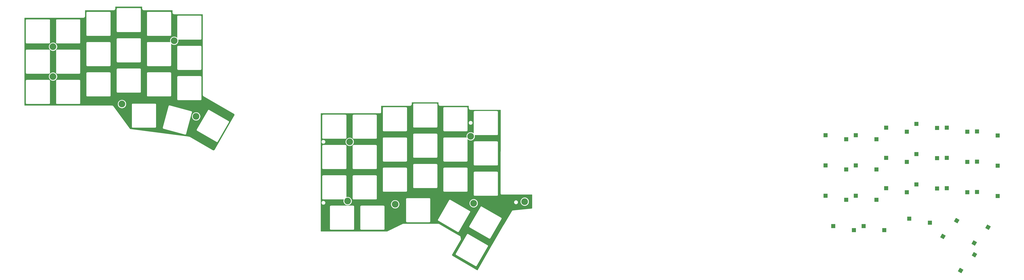
<source format=gbr>
%TF.GenerationSoftware,KiCad,Pcbnew,(5.1.6-0-10_14)*%
%TF.CreationDate,2020-09-30T16:11:26+02:00*%
%TF.ProjectId,corne-top-plate,636f726e-652d-4746-9f70-2d706c617465,2.1*%
%TF.SameCoordinates,Original*%
%TF.FileFunction,Copper,L1,Top*%
%TF.FilePolarity,Positive*%
%FSLAX46Y46*%
G04 Gerber Fmt 4.6, Leading zero omitted, Abs format (unit mm)*
G04 Created by KiCad (PCBNEW (5.1.6-0-10_14)) date 2020-09-30 16:11:26*
%MOMM*%
%LPD*%
G01*
G04 APERTURE LIST*
%TA.AperFunction,ComponentPad*%
%ADD10C,4.200000*%
%TD*%
%TA.AperFunction,SMDPad,CuDef*%
%ADD11R,2.550000X2.500000*%
%TD*%
%TA.AperFunction,SMDPad,CuDef*%
%ADD12C,0.100000*%
%TD*%
%TA.AperFunction,NonConductor*%
%ADD13C,0.254000*%
%TD*%
G04 APERTURE END LIST*
D10*
%TO.P,Ref\u002A\u002A,*%
%TO.N,*%
X51934500Y-113581000D03*
%TD*%
%TO.P,Ref\u002A\u002A,*%
%TO.N,*%
X130970000Y-114971000D03*
%TD*%
%TO.P,Ref\u002A\u002A,*%
%TO.N,*%
X81735500Y-115599000D03*
%TD*%
%TO.P,Ref\u002A\u002A,*%
%TO.N,*%
X129103500Y-72916500D03*
%TD*%
%TO.P,Ref\u002A\u002A,*%
%TO.N,*%
X53246000Y-76416500D03*
%TD*%
%TO.P,Ref\u002A\u002A,*%
%TO.N,*%
X162974000Y-113955000D03*
%TD*%
D11*
%TO.P,SW30,1*%
%TO.N,N/C*%
X402614500Y-89050000D03*
%TO.P,SW30,2*%
X389687500Y-86510000D03*
%TD*%
%TA.AperFunction,SMDPad,CuDef*%
D12*
%TO.P,SW41,1*%
%TO.N,N/C*%
G36*
X445518353Y-149020709D02*
G01*
X443353289Y-147770709D01*
X444628289Y-145562345D01*
X446793353Y-146812345D01*
X445518353Y-149020709D01*
G37*
%TD.AperFunction*%
%TA.AperFunction,SMDPad,CuDef*%
%TO.P,SW41,2*%
G36*
X436855149Y-158945819D02*
G01*
X434690085Y-157695819D01*
X435965085Y-155487455D01*
X438130149Y-156737455D01*
X436855149Y-158945819D01*
G37*
%TD.AperFunction*%
%TD*%
D11*
%TO.P,SW28,1*%
%TO.N,N/C*%
X364614500Y-93800000D03*
%TO.P,SW28,2*%
X351687500Y-91260000D03*
%TD*%
%TO.P,SW27,1*%
%TO.N,N/C*%
X459621500Y-72430000D03*
%TO.P,SW27,2*%
X446694500Y-69890000D03*
%TD*%
%TO.P,SW26,1*%
%TO.N,N/C*%
X440614500Y-70050000D03*
%TO.P,SW26,2*%
X427687500Y-67510000D03*
%TD*%
%TO.P,SW39,1*%
%TO.N,N/C*%
X459614500Y-110425000D03*
%TO.P,SW39,2*%
X446687500Y-107885000D03*
%TD*%
%TO.P,SW29,1*%
%TO.N,N/C*%
X383614500Y-93800000D03*
%TO.P,SW29,2*%
X370687500Y-91260000D03*
%TD*%
%TO.P,SW24,1*%
%TO.N,N/C*%
X402614500Y-70050000D03*
%TO.P,SW24,2*%
X389687500Y-67510000D03*
%TD*%
%TO.P,SW25,1*%
%TO.N,N/C*%
X421614500Y-67675000D03*
%TO.P,SW25,2*%
X408687500Y-65135000D03*
%TD*%
%TO.P,SW35,1*%
%TO.N,N/C*%
X383614500Y-112800000D03*
%TO.P,SW35,2*%
X370687500Y-110260000D03*
%TD*%
%TO.P,SW33,1*%
%TO.N,N/C*%
X459614500Y-91425000D03*
%TO.P,SW33,2*%
X446687500Y-88885000D03*
%TD*%
%TO.P,SW22,1*%
%TO.N,N/C*%
X364614500Y-74800000D03*
%TO.P,SW22,2*%
X351687500Y-72260000D03*
%TD*%
%TO.P,SW23,1*%
%TO.N,N/C*%
X383614500Y-74800000D03*
%TO.P,SW23,2*%
X370687500Y-72260000D03*
%TD*%
%TO.P,SW37,1*%
%TO.N,N/C*%
X421614500Y-105675000D03*
%TO.P,SW37,2*%
X408687500Y-103135000D03*
%TD*%
%TO.P,SW31,1*%
%TO.N,N/C*%
X421614500Y-86675000D03*
%TO.P,SW31,2*%
X408687500Y-84135000D03*
%TD*%
%TO.P,SW32,1*%
%TO.N,N/C*%
X440614500Y-89050000D03*
%TO.P,SW32,2*%
X427687500Y-86510000D03*
%TD*%
%TO.P,SW34,1*%
%TO.N,N/C*%
X364614500Y-112800000D03*
%TO.P,SW34,2*%
X351687500Y-110260000D03*
%TD*%
%TO.P,SW38,1*%
%TO.N,N/C*%
X440614500Y-108050000D03*
%TO.P,SW38,2*%
X427687500Y-105510000D03*
%TD*%
%TO.P,SW48,1*%
%TO.N,N/C*%
X417144500Y-127167000D03*
%TO.P,SW48,2*%
X404217500Y-124627000D03*
%TD*%
%TA.AperFunction,SMDPad,CuDef*%
D12*
%TO.P,SW42,1*%
%TO.N,N/C*%
G36*
X454027507Y-131742423D02*
G01*
X451862443Y-130492423D01*
X453137443Y-128284059D01*
X455302507Y-129534059D01*
X454027507Y-131742423D01*
G37*
%TD.AperFunction*%
%TA.AperFunction,SMDPad,CuDef*%
%TO.P,SW42,2*%
G36*
X445364303Y-141667533D02*
G01*
X443199239Y-140417533D01*
X444474239Y-138209169D01*
X446639303Y-139459169D01*
X445364303Y-141667533D01*
G37*
%TD.AperFunction*%
%TD*%
D11*
%TO.P,SW46,1*%
%TO.N,N/C*%
X369440500Y-131850000D03*
%TO.P,SW46,2*%
X356513500Y-129310000D03*
%TD*%
%TO.P,SW36,1*%
%TO.N,N/C*%
X402614500Y-108050000D03*
%TO.P,SW36,2*%
X389687500Y-105510000D03*
%TD*%
%TA.AperFunction,SMDPad,CuDef*%
D12*
%TO.P,SW40,1*%
%TO.N,N/C*%
G36*
X434388824Y-127634016D02*
G01*
X432223760Y-126384016D01*
X433498760Y-124175652D01*
X435663824Y-125425652D01*
X434388824Y-127634016D01*
G37*
%TD.AperFunction*%
%TA.AperFunction,SMDPad,CuDef*%
%TO.P,SW40,2*%
G36*
X425725620Y-137559126D02*
G01*
X423560556Y-136309126D01*
X424835556Y-134100762D01*
X427000620Y-135350762D01*
X425725620Y-137559126D01*
G37*
%TD.AperFunction*%
%TD*%
D11*
%TO.P,SW47,1*%
%TO.N,N/C*%
X388490500Y-131850000D03*
%TO.P,SW47,2*%
X375563500Y-129310000D03*
%TD*%
D10*
%TO.P,,*%
%TO.N,*%
X-43094000Y-60396000D03*
%TD*%
%TO.P,,*%
%TO.N,*%
X-132844000Y-35396000D03*
%TD*%
%TO.P,,*%
%TO.N,*%
X-56844000Y-12896000D03*
%TD*%
%TO.P,,*%
%TO.N,*%
X-132844000Y-16646000D03*
%TD*%
%TO.P,,*%
%TO.N,*%
X-89594000Y-52646000D03*
%TD*%
D13*
G36*
X-77054000Y7319124D02*
G01*
X-77051045Y7289124D01*
X-77051066Y7286161D01*
X-77050099Y7276295D01*
X-77045059Y7228340D01*
X-77043727Y7214817D01*
X-77043590Y7214366D01*
X-77039899Y7179246D01*
X-77026955Y7116189D01*
X-77014901Y7052999D01*
X-77012036Y7043509D01*
X-76983180Y6950290D01*
X-76958248Y6890979D01*
X-76934135Y6831298D01*
X-76929481Y6822546D01*
X-76883068Y6736708D01*
X-76847102Y6683388D01*
X-76811848Y6629514D01*
X-76805583Y6621832D01*
X-76743381Y6546643D01*
X-76697731Y6501311D01*
X-76652701Y6455327D01*
X-76645062Y6449008D01*
X-76569441Y6387332D01*
X-76515853Y6351728D01*
X-76462738Y6315359D01*
X-76454017Y6310644D01*
X-76367856Y6264832D01*
X-76308388Y6240321D01*
X-76249220Y6214962D01*
X-76239751Y6212031D01*
X-76146333Y6183826D01*
X-76083213Y6171328D01*
X-76020257Y6157946D01*
X-76010398Y6156910D01*
X-75913281Y6147388D01*
X-75913277Y6147388D01*
X-75878877Y6144000D01*
X-58053999Y6144000D01*
X-58054000Y4819124D01*
X-58051045Y4789124D01*
X-58051066Y4786161D01*
X-58050099Y4776295D01*
X-58045059Y4728340D01*
X-58043727Y4714817D01*
X-58043590Y4714366D01*
X-58039899Y4679246D01*
X-58026955Y4616189D01*
X-58014901Y4552999D01*
X-58012036Y4543509D01*
X-57983180Y4450290D01*
X-57958248Y4390979D01*
X-57934135Y4331298D01*
X-57929481Y4322546D01*
X-57883068Y4236708D01*
X-57847102Y4183388D01*
X-57811848Y4129514D01*
X-57805583Y4121832D01*
X-57743381Y4046643D01*
X-57697731Y4001311D01*
X-57652701Y3955327D01*
X-57645062Y3949008D01*
X-57569441Y3887332D01*
X-57515853Y3851728D01*
X-57462738Y3815359D01*
X-57454017Y3810644D01*
X-57367856Y3764832D01*
X-57308388Y3740321D01*
X-57249220Y3714962D01*
X-57239751Y3712031D01*
X-57146333Y3683826D01*
X-57083213Y3671328D01*
X-57020257Y3657946D01*
X-57010398Y3656910D01*
X-56913281Y3647388D01*
X-56913277Y3647388D01*
X-56878877Y3644000D01*
X-39054011Y3644000D01*
X-39056719Y-46741030D01*
X-39053392Y-46774830D01*
X-39053391Y-46774842D01*
X-39042310Y-46888908D01*
X-39031942Y-46941518D01*
X-39023907Y-46994572D01*
X-39021406Y-47004164D01*
X-38978418Y-47164462D01*
X-38955761Y-47224700D01*
X-38933951Y-47285239D01*
X-38929634Y-47294163D01*
X-38856329Y-47443059D01*
X-38822430Y-47497706D01*
X-38789254Y-47552893D01*
X-38783286Y-47560808D01*
X-38682457Y-47692630D01*
X-38638569Y-47739674D01*
X-38595324Y-47787346D01*
X-38587933Y-47793951D01*
X-38488919Y-47881206D01*
X-38464362Y-47907422D01*
X-38379162Y-47968466D01*
X-19478770Y-58878842D01*
X-19368249Y-58969473D01*
X-19284755Y-59070952D01*
X-19222556Y-59186724D01*
X-19184031Y-59312366D01*
X-19170643Y-59443101D01*
X-19182903Y-59573939D01*
X-19220345Y-59699913D01*
X-19295622Y-59842974D01*
X-31632851Y-81272503D01*
X-31723221Y-81382705D01*
X-31824701Y-81466201D01*
X-31940473Y-81528400D01*
X-32066115Y-81566925D01*
X-32196850Y-81580313D01*
X-32327688Y-81568053D01*
X-32453662Y-81530611D01*
X-32597710Y-81454814D01*
X-46943934Y-73163823D01*
X-47039385Y-73120525D01*
X-47175576Y-73088709D01*
X-47187266Y-73088321D01*
X-47774362Y-72972079D01*
X-47797269Y-72966775D01*
X-84472634Y-68195807D01*
X-94937336Y-53845923D01*
X-95007096Y-53767699D01*
X-95048495Y-53736476D01*
X-95118559Y-53679332D01*
X-95172147Y-53643728D01*
X-95225262Y-53607359D01*
X-95233983Y-53602644D01*
X-95320144Y-53556832D01*
X-95379612Y-53532321D01*
X-95438780Y-53506962D01*
X-95448249Y-53504031D01*
X-95541667Y-53475826D01*
X-95604787Y-53463328D01*
X-95667743Y-53449946D01*
X-95677602Y-53448910D01*
X-95774719Y-53439388D01*
X-95774723Y-53439388D01*
X-95809123Y-53436000D01*
X-150634000Y-53436000D01*
X-150634000Y-38021000D01*
X-150032362Y-38021000D01*
X-150029000Y-38055135D01*
X-150028999Y-51986855D01*
X-150032362Y-52021000D01*
X-150018943Y-52157244D01*
X-149979202Y-52288252D01*
X-149914667Y-52408989D01*
X-149827817Y-52514817D01*
X-149721989Y-52601667D01*
X-149601252Y-52666202D01*
X-149470244Y-52705943D01*
X-149368135Y-52716000D01*
X-149368134Y-52716000D01*
X-149334000Y-52719362D01*
X-149299865Y-52716000D01*
X-135368135Y-52716000D01*
X-135334000Y-52719362D01*
X-135299866Y-52716000D01*
X-135299865Y-52716000D01*
X-135197756Y-52705943D01*
X-135066748Y-52666202D01*
X-134946011Y-52601667D01*
X-134840183Y-52514817D01*
X-134753333Y-52408989D01*
X-134688798Y-52288252D01*
X-134649057Y-52157244D01*
X-134635638Y-52021000D01*
X-134639000Y-51986865D01*
X-134639000Y-38055135D01*
X-134635638Y-38021000D01*
X-134649057Y-37884756D01*
X-134688798Y-37753748D01*
X-134753333Y-37633011D01*
X-134840183Y-37527183D01*
X-134946011Y-37440333D01*
X-135066748Y-37375798D01*
X-135197756Y-37336057D01*
X-135299865Y-37326000D01*
X-135334000Y-37322638D01*
X-135368134Y-37326000D01*
X-149299866Y-37326000D01*
X-149334000Y-37322638D01*
X-149368135Y-37326000D01*
X-149470244Y-37336057D01*
X-149601252Y-37375798D01*
X-149721989Y-37440333D01*
X-149827817Y-37527183D01*
X-149914667Y-37633011D01*
X-149979202Y-37753748D01*
X-150018943Y-37884756D01*
X-150032362Y-38021000D01*
X-150634000Y-38021000D01*
X-150634000Y-35126626D01*
X-135579000Y-35126626D01*
X-135579000Y-35665374D01*
X-135473895Y-36193770D01*
X-135267725Y-36691508D01*
X-134968413Y-37139461D01*
X-134587461Y-37520413D01*
X-134139508Y-37819725D01*
X-133641770Y-38025895D01*
X-133113374Y-38131000D01*
X-132574626Y-38131000D01*
X-132046230Y-38025895D01*
X-132034413Y-38021000D01*
X-131032362Y-38021000D01*
X-131029000Y-38055135D01*
X-131028999Y-51986855D01*
X-131032362Y-52021000D01*
X-131018943Y-52157244D01*
X-130979202Y-52288252D01*
X-130914667Y-52408989D01*
X-130827817Y-52514817D01*
X-130721989Y-52601667D01*
X-130601252Y-52666202D01*
X-130470244Y-52705943D01*
X-130368135Y-52716000D01*
X-130368134Y-52716000D01*
X-130334000Y-52719362D01*
X-130299865Y-52716000D01*
X-116368135Y-52716000D01*
X-116334000Y-52719362D01*
X-116299866Y-52716000D01*
X-116299865Y-52716000D01*
X-116197756Y-52705943D01*
X-116066748Y-52666202D01*
X-115946011Y-52601667D01*
X-115840183Y-52514817D01*
X-115753333Y-52408989D01*
X-115736035Y-52376626D01*
X-92329000Y-52376626D01*
X-92329000Y-52915374D01*
X-92223895Y-53443770D01*
X-92017725Y-53941508D01*
X-91718413Y-54389461D01*
X-91337461Y-54770413D01*
X-90889508Y-55069725D01*
X-90391770Y-55275895D01*
X-89863374Y-55381000D01*
X-89324626Y-55381000D01*
X-88796230Y-55275895D01*
X-88298492Y-55069725D01*
X-87850539Y-54770413D01*
X-87469587Y-54389461D01*
X-87170275Y-53941508D01*
X-86964105Y-53443770D01*
X-86862109Y-52931000D01*
X-83512362Y-52931000D01*
X-83509000Y-52965135D01*
X-83508999Y-66896855D01*
X-83512362Y-66931000D01*
X-83498943Y-67067244D01*
X-83459202Y-67198252D01*
X-83394667Y-67318989D01*
X-83307817Y-67424817D01*
X-83201989Y-67511667D01*
X-83081252Y-67576202D01*
X-82950244Y-67615943D01*
X-82848135Y-67626000D01*
X-82848134Y-67626000D01*
X-82814000Y-67629362D01*
X-82779865Y-67626000D01*
X-68848135Y-67626000D01*
X-68814000Y-67629362D01*
X-68779866Y-67626000D01*
X-68779865Y-67626000D01*
X-68677756Y-67615943D01*
X-68546748Y-67576202D01*
X-68486639Y-67544073D01*
X-64122080Y-67544073D01*
X-64117601Y-67680902D01*
X-64086514Y-67814227D01*
X-64030013Y-67938928D01*
X-63950270Y-68050209D01*
X-63850350Y-68143794D01*
X-63734091Y-68216088D01*
X-63638065Y-68252230D01*
X-63638062Y-68252231D01*
X-63605963Y-68264312D01*
X-63572124Y-68269899D01*
X-50115098Y-71875699D01*
X-50083002Y-71887779D01*
X-50049166Y-71893365D01*
X-50049160Y-71893367D01*
X-49947928Y-71910080D01*
X-49947927Y-71910080D01*
X-49811098Y-71905601D01*
X-49758629Y-71893367D01*
X-49677772Y-71874514D01*
X-49553072Y-71818013D01*
X-49441791Y-71738270D01*
X-49348206Y-71638350D01*
X-49275911Y-71522092D01*
X-49227687Y-71393963D01*
X-49222099Y-71360114D01*
X-48586722Y-68988852D01*
X-42853044Y-68988852D01*
X-42830744Y-69123927D01*
X-42782519Y-69252055D01*
X-42710226Y-69368313D01*
X-42616640Y-69468234D01*
X-42576181Y-69497226D01*
X-42505358Y-69547977D01*
X-42474117Y-69562132D01*
X-30408876Y-76528003D01*
X-30381002Y-76547977D01*
X-30349768Y-76562129D01*
X-30349761Y-76562133D01*
X-30293006Y-76587848D01*
X-30256302Y-76604478D01*
X-30173395Y-76623809D01*
X-30122977Y-76635565D01*
X-29986148Y-76640044D01*
X-29851073Y-76617744D01*
X-29722945Y-76569519D01*
X-29606687Y-76497226D01*
X-29506766Y-76403640D01*
X-29447002Y-76320239D01*
X-29446997Y-76320231D01*
X-29427024Y-76292358D01*
X-29412872Y-76261125D01*
X-22446993Y-64195869D01*
X-22427024Y-64168002D01*
X-22412876Y-64136776D01*
X-22412867Y-64136761D01*
X-22370523Y-64043303D01*
X-22339435Y-63909977D01*
X-22334956Y-63773148D01*
X-22357256Y-63638073D01*
X-22357256Y-63638072D01*
X-22405481Y-63509943D01*
X-22477775Y-63393686D01*
X-22571361Y-63293765D01*
X-22654761Y-63234001D01*
X-22654776Y-63233992D01*
X-22682642Y-63214024D01*
X-22713867Y-63199876D01*
X-34779127Y-56233996D01*
X-34806998Y-56214024D01*
X-34838229Y-56199873D01*
X-34838240Y-56199867D01*
X-34931698Y-56157522D01*
X-35065025Y-56126435D01*
X-35201852Y-56121956D01*
X-35201853Y-56121956D01*
X-35336928Y-56144256D01*
X-35465057Y-56192481D01*
X-35554206Y-56247918D01*
X-35581313Y-56264774D01*
X-35581314Y-56264775D01*
X-35681235Y-56358361D01*
X-35740999Y-56441761D01*
X-35741004Y-56441769D01*
X-35760977Y-56469642D01*
X-35775129Y-56500875D01*
X-42741000Y-68566120D01*
X-42760977Y-68593998D01*
X-42817478Y-68718698D01*
X-42848565Y-68852025D01*
X-42853044Y-68988852D01*
X-48586722Y-68988852D01*
X-46212095Y-60126626D01*
X-45829000Y-60126626D01*
X-45829000Y-60665374D01*
X-45723895Y-61193770D01*
X-45517725Y-61691508D01*
X-45218413Y-62139461D01*
X-44837461Y-62520413D01*
X-44389508Y-62819725D01*
X-43891770Y-63025895D01*
X-43363374Y-63131000D01*
X-42824626Y-63131000D01*
X-42296230Y-63025895D01*
X-41798492Y-62819725D01*
X-41350539Y-62520413D01*
X-40969587Y-62139461D01*
X-40670275Y-61691508D01*
X-40464105Y-61193770D01*
X-40359000Y-60665374D01*
X-40359000Y-60126626D01*
X-40464105Y-59598230D01*
X-40670275Y-59100492D01*
X-40969587Y-58652539D01*
X-41350539Y-58271587D01*
X-41798492Y-57972275D01*
X-42296230Y-57766105D01*
X-42824626Y-57661000D01*
X-43363374Y-57661000D01*
X-43891770Y-57766105D01*
X-44389508Y-57972275D01*
X-44837461Y-58271587D01*
X-45218413Y-58652539D01*
X-45517725Y-59100492D01*
X-45723895Y-59598230D01*
X-45829000Y-60126626D01*
X-46212095Y-60126626D01*
X-45616304Y-57903108D01*
X-45604220Y-57871002D01*
X-45581919Y-57735927D01*
X-45586399Y-57599098D01*
X-45617486Y-57465772D01*
X-45673986Y-57341071D01*
X-45753730Y-57229790D01*
X-45853650Y-57136205D01*
X-45969908Y-57063911D01*
X-46065935Y-57027769D01*
X-46065937Y-57027768D01*
X-46098037Y-57015687D01*
X-46131876Y-57010100D01*
X-59588892Y-53404304D01*
X-59620998Y-53392220D01*
X-59756073Y-53369919D01*
X-59892902Y-53374399D01*
X-60026228Y-53405486D01*
X-60150929Y-53461986D01*
X-60262210Y-53541730D01*
X-60355795Y-53641650D01*
X-60428089Y-53757908D01*
X-60464231Y-53853935D01*
X-60464234Y-53853947D01*
X-60476312Y-53886037D01*
X-60481897Y-53919866D01*
X-64087699Y-67376903D01*
X-64099779Y-67408998D01*
X-64105365Y-67442834D01*
X-64105367Y-67442840D01*
X-64116730Y-67511667D01*
X-64122080Y-67544073D01*
X-68486639Y-67544073D01*
X-68426011Y-67511667D01*
X-68320183Y-67424817D01*
X-68233333Y-67318989D01*
X-68168798Y-67198252D01*
X-68129057Y-67067244D01*
X-68115638Y-66931000D01*
X-68119000Y-66896865D01*
X-68119000Y-52965135D01*
X-68115638Y-52931000D01*
X-68129057Y-52794756D01*
X-68168798Y-52663748D01*
X-68233333Y-52543011D01*
X-68320183Y-52437183D01*
X-68426011Y-52350333D01*
X-68546748Y-52285798D01*
X-68677756Y-52246057D01*
X-68779865Y-52236000D01*
X-68814000Y-52232638D01*
X-68848134Y-52236000D01*
X-82779866Y-52236000D01*
X-82814000Y-52232638D01*
X-82848135Y-52236000D01*
X-82950244Y-52246057D01*
X-83081252Y-52285798D01*
X-83201989Y-52350333D01*
X-83307817Y-52437183D01*
X-83394667Y-52543011D01*
X-83459202Y-52663748D01*
X-83498943Y-52794756D01*
X-83512362Y-52931000D01*
X-86862109Y-52931000D01*
X-86859000Y-52915374D01*
X-86859000Y-52376626D01*
X-86964105Y-51848230D01*
X-87170275Y-51350492D01*
X-87469587Y-50902539D01*
X-87850539Y-50521587D01*
X-88298492Y-50222275D01*
X-88796230Y-50016105D01*
X-89324626Y-49911000D01*
X-89863374Y-49911000D01*
X-90391770Y-50016105D01*
X-90889508Y-50222275D01*
X-91337461Y-50521587D01*
X-91718413Y-50902539D01*
X-92017725Y-51350492D01*
X-92223895Y-51848230D01*
X-92329000Y-52376626D01*
X-115736035Y-52376626D01*
X-115688798Y-52288252D01*
X-115649057Y-52157244D01*
X-115635638Y-52021000D01*
X-115639000Y-51986865D01*
X-115639000Y-38055135D01*
X-115635638Y-38021000D01*
X-115649057Y-37884756D01*
X-115688798Y-37753748D01*
X-115753333Y-37633011D01*
X-115840183Y-37527183D01*
X-115946011Y-37440333D01*
X-116066748Y-37375798D01*
X-116197756Y-37336057D01*
X-116299865Y-37326000D01*
X-116334000Y-37322638D01*
X-116368134Y-37326000D01*
X-130299866Y-37326000D01*
X-130334000Y-37322638D01*
X-130368135Y-37326000D01*
X-130470244Y-37336057D01*
X-130601252Y-37375798D01*
X-130721989Y-37440333D01*
X-130827817Y-37527183D01*
X-130914667Y-37633011D01*
X-130979202Y-37753748D01*
X-131018943Y-37884756D01*
X-131032362Y-38021000D01*
X-132034413Y-38021000D01*
X-131548492Y-37819725D01*
X-131100539Y-37520413D01*
X-130719587Y-37139461D01*
X-130420275Y-36691508D01*
X-130214105Y-36193770D01*
X-130109000Y-35665374D01*
X-130109000Y-35126626D01*
X-130214105Y-34598230D01*
X-130420275Y-34100492D01*
X-130719587Y-33652539D01*
X-131100539Y-33271587D01*
X-131548492Y-32972275D01*
X-132046230Y-32766105D01*
X-132574626Y-32661000D01*
X-133113374Y-32661000D01*
X-133641770Y-32766105D01*
X-134139508Y-32972275D01*
X-134587461Y-33271587D01*
X-134968413Y-33652539D01*
X-135267725Y-34100492D01*
X-135473895Y-34598230D01*
X-135579000Y-35126626D01*
X-150634000Y-35126626D01*
X-150634000Y-19021000D01*
X-150032362Y-19021000D01*
X-150029000Y-19055135D01*
X-150028999Y-32986855D01*
X-150032362Y-33021000D01*
X-150018943Y-33157244D01*
X-149979202Y-33288252D01*
X-149914667Y-33408989D01*
X-149827817Y-33514817D01*
X-149721989Y-33601667D01*
X-149601252Y-33666202D01*
X-149470244Y-33705943D01*
X-149368135Y-33716000D01*
X-149368134Y-33716000D01*
X-149334000Y-33719362D01*
X-149299865Y-33716000D01*
X-135368135Y-33716000D01*
X-135334000Y-33719362D01*
X-135299866Y-33716000D01*
X-135299865Y-33716000D01*
X-135197756Y-33705943D01*
X-135066748Y-33666202D01*
X-134946011Y-33601667D01*
X-134840183Y-33514817D01*
X-134753333Y-33408989D01*
X-134688798Y-33288252D01*
X-134649057Y-33157244D01*
X-134635638Y-33021000D01*
X-134639000Y-32986865D01*
X-134639000Y-19055135D01*
X-134635638Y-19021000D01*
X-134649057Y-18884756D01*
X-134688798Y-18753748D01*
X-134753333Y-18633011D01*
X-134840183Y-18527183D01*
X-134946011Y-18440333D01*
X-135066748Y-18375798D01*
X-135197756Y-18336057D01*
X-135299865Y-18326000D01*
X-135334000Y-18322638D01*
X-135368134Y-18326000D01*
X-149299866Y-18326000D01*
X-149334000Y-18322638D01*
X-149368135Y-18326000D01*
X-149470244Y-18336057D01*
X-149601252Y-18375798D01*
X-149721989Y-18440333D01*
X-149827817Y-18527183D01*
X-149914667Y-18633011D01*
X-149979202Y-18753748D01*
X-150018943Y-18884756D01*
X-150032362Y-19021000D01*
X-150634000Y-19021000D01*
X-150634000Y-16376626D01*
X-135579000Y-16376626D01*
X-135579000Y-16915374D01*
X-135473895Y-17443770D01*
X-135267725Y-17941508D01*
X-134968413Y-18389461D01*
X-134587461Y-18770413D01*
X-134139508Y-19069725D01*
X-133641770Y-19275895D01*
X-133113374Y-19381000D01*
X-132574626Y-19381000D01*
X-132046230Y-19275895D01*
X-131548492Y-19069725D01*
X-131475570Y-19021000D01*
X-131032362Y-19021000D01*
X-131029000Y-19055135D01*
X-131028999Y-32986855D01*
X-131032362Y-33021000D01*
X-131018943Y-33157244D01*
X-130979202Y-33288252D01*
X-130914667Y-33408989D01*
X-130827817Y-33514817D01*
X-130721989Y-33601667D01*
X-130601252Y-33666202D01*
X-130470244Y-33705943D01*
X-130368135Y-33716000D01*
X-130368134Y-33716000D01*
X-130334000Y-33719362D01*
X-130299865Y-33716000D01*
X-116368135Y-33716000D01*
X-116334000Y-33719362D01*
X-116299866Y-33716000D01*
X-116299865Y-33716000D01*
X-116197756Y-33705943D01*
X-116066748Y-33666202D01*
X-115946011Y-33601667D01*
X-115840183Y-33514817D01*
X-115753333Y-33408989D01*
X-115688798Y-33288252D01*
X-115683565Y-33271000D01*
X-112032362Y-33271000D01*
X-112029000Y-33305135D01*
X-112028999Y-47236855D01*
X-112032362Y-47271000D01*
X-112018943Y-47407244D01*
X-111979202Y-47538252D01*
X-111914667Y-47658989D01*
X-111827817Y-47764817D01*
X-111721989Y-47851667D01*
X-111601252Y-47916202D01*
X-111470244Y-47955943D01*
X-111368135Y-47966000D01*
X-111368134Y-47966000D01*
X-111334000Y-47969362D01*
X-111299865Y-47966000D01*
X-97368135Y-47966000D01*
X-97334000Y-47969362D01*
X-97299866Y-47966000D01*
X-97299865Y-47966000D01*
X-97197756Y-47955943D01*
X-97066748Y-47916202D01*
X-96946011Y-47851667D01*
X-96840183Y-47764817D01*
X-96753333Y-47658989D01*
X-96688798Y-47538252D01*
X-96649057Y-47407244D01*
X-96635638Y-47271000D01*
X-96639000Y-47236865D01*
X-96639000Y-33305135D01*
X-96635638Y-33271000D01*
X-96649057Y-33134756D01*
X-96688798Y-33003748D01*
X-96753333Y-32883011D01*
X-96840183Y-32777183D01*
X-96946011Y-32690333D01*
X-97066748Y-32625798D01*
X-97197756Y-32586057D01*
X-97299865Y-32576000D01*
X-97334000Y-32572638D01*
X-97368134Y-32576000D01*
X-111299866Y-32576000D01*
X-111334000Y-32572638D01*
X-111368135Y-32576000D01*
X-111470244Y-32586057D01*
X-111601252Y-32625798D01*
X-111721989Y-32690333D01*
X-111827817Y-32777183D01*
X-111914667Y-32883011D01*
X-111979202Y-33003748D01*
X-112018943Y-33134756D01*
X-112032362Y-33271000D01*
X-115683565Y-33271000D01*
X-115649057Y-33157244D01*
X-115635638Y-33021000D01*
X-115639000Y-32986865D01*
X-115639000Y-30896000D01*
X-93032362Y-30896000D01*
X-93029000Y-30930135D01*
X-93028999Y-44861855D01*
X-93032362Y-44896000D01*
X-93018943Y-45032244D01*
X-92979202Y-45163252D01*
X-92914667Y-45283989D01*
X-92827817Y-45389817D01*
X-92721989Y-45476667D01*
X-92601252Y-45541202D01*
X-92470244Y-45580943D01*
X-92368135Y-45591000D01*
X-92368134Y-45591000D01*
X-92334000Y-45594362D01*
X-92299865Y-45591000D01*
X-78368135Y-45591000D01*
X-78334000Y-45594362D01*
X-78299866Y-45591000D01*
X-78299865Y-45591000D01*
X-78197756Y-45580943D01*
X-78066748Y-45541202D01*
X-77946011Y-45476667D01*
X-77840183Y-45389817D01*
X-77753333Y-45283989D01*
X-77688798Y-45163252D01*
X-77649057Y-45032244D01*
X-77635638Y-44896000D01*
X-77639000Y-44861865D01*
X-77639000Y-33271000D01*
X-74032362Y-33271000D01*
X-74029000Y-33305135D01*
X-74028999Y-47236855D01*
X-74032362Y-47271000D01*
X-74018943Y-47407244D01*
X-73979202Y-47538252D01*
X-73914667Y-47658989D01*
X-73827817Y-47764817D01*
X-73721989Y-47851667D01*
X-73601252Y-47916202D01*
X-73470244Y-47955943D01*
X-73368135Y-47966000D01*
X-73368134Y-47966000D01*
X-73334000Y-47969362D01*
X-73299865Y-47966000D01*
X-59368135Y-47966000D01*
X-59334000Y-47969362D01*
X-59299866Y-47966000D01*
X-59299865Y-47966000D01*
X-59197756Y-47955943D01*
X-59066748Y-47916202D01*
X-58946011Y-47851667D01*
X-58840183Y-47764817D01*
X-58753333Y-47658989D01*
X-58688798Y-47538252D01*
X-58649057Y-47407244D01*
X-58635638Y-47271000D01*
X-58639000Y-47236865D01*
X-58639000Y-35646000D01*
X-55032362Y-35646000D01*
X-55029000Y-35680135D01*
X-55028999Y-49611855D01*
X-55032362Y-49646000D01*
X-55018943Y-49782244D01*
X-54979202Y-49913252D01*
X-54914667Y-50033989D01*
X-54827817Y-50139817D01*
X-54721989Y-50226667D01*
X-54601252Y-50291202D01*
X-54470244Y-50330943D01*
X-54368135Y-50341000D01*
X-54368134Y-50341000D01*
X-54334000Y-50344362D01*
X-54299865Y-50341000D01*
X-40368135Y-50341000D01*
X-40334000Y-50344362D01*
X-40299866Y-50341000D01*
X-40299865Y-50341000D01*
X-40197756Y-50330943D01*
X-40066748Y-50291202D01*
X-39946011Y-50226667D01*
X-39840183Y-50139817D01*
X-39753333Y-50033989D01*
X-39688798Y-49913252D01*
X-39649057Y-49782244D01*
X-39635638Y-49646000D01*
X-39639000Y-49611865D01*
X-39639000Y-35680135D01*
X-39635638Y-35646000D01*
X-39649057Y-35509756D01*
X-39688798Y-35378748D01*
X-39753333Y-35258011D01*
X-39840183Y-35152183D01*
X-39946011Y-35065333D01*
X-40066748Y-35000798D01*
X-40197756Y-34961057D01*
X-40299865Y-34951000D01*
X-40334000Y-34947638D01*
X-40368134Y-34951000D01*
X-54299866Y-34951000D01*
X-54334000Y-34947638D01*
X-54368135Y-34951000D01*
X-54470244Y-34961057D01*
X-54601252Y-35000798D01*
X-54721989Y-35065333D01*
X-54827817Y-35152183D01*
X-54914667Y-35258011D01*
X-54979202Y-35378748D01*
X-55018943Y-35509756D01*
X-55032362Y-35646000D01*
X-58639000Y-35646000D01*
X-58639000Y-33305135D01*
X-58635638Y-33271000D01*
X-58649057Y-33134756D01*
X-58688798Y-33003748D01*
X-58753333Y-32883011D01*
X-58840183Y-32777183D01*
X-58946011Y-32690333D01*
X-59066748Y-32625798D01*
X-59197756Y-32586057D01*
X-59299865Y-32576000D01*
X-59334000Y-32572638D01*
X-59368134Y-32576000D01*
X-73299866Y-32576000D01*
X-73334000Y-32572638D01*
X-73368135Y-32576000D01*
X-73470244Y-32586057D01*
X-73601252Y-32625798D01*
X-73721989Y-32690333D01*
X-73827817Y-32777183D01*
X-73914667Y-32883011D01*
X-73979202Y-33003748D01*
X-74018943Y-33134756D01*
X-74032362Y-33271000D01*
X-77639000Y-33271000D01*
X-77639000Y-30930135D01*
X-77635638Y-30896000D01*
X-77649057Y-30759756D01*
X-77688798Y-30628748D01*
X-77753333Y-30508011D01*
X-77840183Y-30402183D01*
X-77946011Y-30315333D01*
X-78066748Y-30250798D01*
X-78197756Y-30211057D01*
X-78299865Y-30201000D01*
X-78334000Y-30197638D01*
X-78368134Y-30201000D01*
X-92299866Y-30201000D01*
X-92334000Y-30197638D01*
X-92368135Y-30201000D01*
X-92470244Y-30211057D01*
X-92601252Y-30250798D01*
X-92721989Y-30315333D01*
X-92827817Y-30402183D01*
X-92914667Y-30508011D01*
X-92979202Y-30628748D01*
X-93018943Y-30759756D01*
X-93032362Y-30896000D01*
X-115639000Y-30896000D01*
X-115639000Y-19055135D01*
X-115635638Y-19021000D01*
X-115649057Y-18884756D01*
X-115688798Y-18753748D01*
X-115753333Y-18633011D01*
X-115840183Y-18527183D01*
X-115946011Y-18440333D01*
X-116066748Y-18375798D01*
X-116197756Y-18336057D01*
X-116299865Y-18326000D01*
X-116334000Y-18322638D01*
X-116368134Y-18326000D01*
X-130299866Y-18326000D01*
X-130334000Y-18322638D01*
X-130368135Y-18326000D01*
X-130470244Y-18336057D01*
X-130601252Y-18375798D01*
X-130721989Y-18440333D01*
X-130827817Y-18527183D01*
X-130914667Y-18633011D01*
X-130979202Y-18753748D01*
X-131018943Y-18884756D01*
X-131032362Y-19021000D01*
X-131475570Y-19021000D01*
X-131100539Y-18770413D01*
X-130719587Y-18389461D01*
X-130420275Y-17941508D01*
X-130214105Y-17443770D01*
X-130109000Y-16915374D01*
X-130109000Y-16376626D01*
X-130214105Y-15848230D01*
X-130420275Y-15350492D01*
X-130719587Y-14902539D01*
X-131100539Y-14521587D01*
X-131548492Y-14222275D01*
X-132046230Y-14016105D01*
X-132574626Y-13911000D01*
X-133113374Y-13911000D01*
X-133641770Y-14016105D01*
X-134139508Y-14222275D01*
X-134587461Y-14521587D01*
X-134968413Y-14902539D01*
X-135267725Y-15350492D01*
X-135473895Y-15848230D01*
X-135579000Y-16376626D01*
X-150634000Y-16376626D01*
X-150634000Y-21000D01*
X-150032362Y-21000D01*
X-150029000Y-55135D01*
X-150028999Y-13986855D01*
X-150032362Y-14021000D01*
X-150018943Y-14157244D01*
X-149979202Y-14288252D01*
X-149914667Y-14408989D01*
X-149827817Y-14514817D01*
X-149721989Y-14601667D01*
X-149601252Y-14666202D01*
X-149470244Y-14705943D01*
X-149368135Y-14716000D01*
X-149368134Y-14716000D01*
X-149334000Y-14719362D01*
X-149299865Y-14716000D01*
X-135368135Y-14716000D01*
X-135334000Y-14719362D01*
X-135299866Y-14716000D01*
X-135299865Y-14716000D01*
X-135197756Y-14705943D01*
X-135066748Y-14666202D01*
X-134946011Y-14601667D01*
X-134840183Y-14514817D01*
X-134753333Y-14408989D01*
X-134688798Y-14288252D01*
X-134649057Y-14157244D01*
X-134635638Y-14021000D01*
X-134639000Y-13986865D01*
X-134639000Y-55135D01*
X-134635638Y-21000D01*
X-131032362Y-21000D01*
X-131029000Y-55135D01*
X-131028999Y-13986855D01*
X-131032362Y-14021000D01*
X-131018943Y-14157244D01*
X-130979202Y-14288252D01*
X-130914667Y-14408989D01*
X-130827817Y-14514817D01*
X-130721989Y-14601667D01*
X-130601252Y-14666202D01*
X-130470244Y-14705943D01*
X-130368135Y-14716000D01*
X-130368134Y-14716000D01*
X-130334000Y-14719362D01*
X-130299865Y-14716000D01*
X-116368135Y-14716000D01*
X-116334000Y-14719362D01*
X-116299866Y-14716000D01*
X-116299865Y-14716000D01*
X-116197756Y-14705943D01*
X-116066748Y-14666202D01*
X-115946011Y-14601667D01*
X-115840183Y-14514817D01*
X-115753333Y-14408989D01*
X-115688798Y-14288252D01*
X-115683565Y-14271000D01*
X-112032362Y-14271000D01*
X-112029000Y-14305135D01*
X-112028999Y-28236855D01*
X-112032362Y-28271000D01*
X-112018943Y-28407244D01*
X-111979202Y-28538252D01*
X-111914667Y-28658989D01*
X-111827817Y-28764817D01*
X-111721989Y-28851667D01*
X-111601252Y-28916202D01*
X-111470244Y-28955943D01*
X-111368135Y-28966000D01*
X-111368134Y-28966000D01*
X-111334000Y-28969362D01*
X-111299865Y-28966000D01*
X-97368135Y-28966000D01*
X-97334000Y-28969362D01*
X-97299866Y-28966000D01*
X-97299865Y-28966000D01*
X-97197756Y-28955943D01*
X-97066748Y-28916202D01*
X-96946011Y-28851667D01*
X-96840183Y-28764817D01*
X-96753333Y-28658989D01*
X-96688798Y-28538252D01*
X-96649057Y-28407244D01*
X-96635638Y-28271000D01*
X-96639000Y-28236865D01*
X-96639000Y-14305135D01*
X-96635638Y-14271000D01*
X-96649057Y-14134756D01*
X-96688798Y-14003748D01*
X-96753333Y-13883011D01*
X-96840183Y-13777183D01*
X-96946011Y-13690333D01*
X-97066748Y-13625798D01*
X-97197756Y-13586057D01*
X-97299865Y-13576000D01*
X-97334000Y-13572638D01*
X-97368134Y-13576000D01*
X-111299866Y-13576000D01*
X-111334000Y-13572638D01*
X-111368135Y-13576000D01*
X-111470244Y-13586057D01*
X-111601252Y-13625798D01*
X-111721989Y-13690333D01*
X-111827817Y-13777183D01*
X-111914667Y-13883011D01*
X-111979202Y-14003748D01*
X-112018943Y-14134756D01*
X-112032362Y-14271000D01*
X-115683565Y-14271000D01*
X-115649057Y-14157244D01*
X-115635638Y-14021000D01*
X-115639000Y-13986865D01*
X-115639000Y-11896000D01*
X-93032362Y-11896000D01*
X-93029000Y-11930135D01*
X-93028999Y-25861855D01*
X-93032362Y-25896000D01*
X-93018943Y-26032244D01*
X-92979202Y-26163252D01*
X-92914667Y-26283989D01*
X-92827817Y-26389817D01*
X-92721989Y-26476667D01*
X-92601252Y-26541202D01*
X-92470244Y-26580943D01*
X-92368135Y-26591000D01*
X-92368134Y-26591000D01*
X-92334000Y-26594362D01*
X-92299865Y-26591000D01*
X-78368135Y-26591000D01*
X-78334000Y-26594362D01*
X-78299866Y-26591000D01*
X-78299865Y-26591000D01*
X-78197756Y-26580943D01*
X-78066748Y-26541202D01*
X-77946011Y-26476667D01*
X-77840183Y-26389817D01*
X-77753333Y-26283989D01*
X-77688798Y-26163252D01*
X-77649057Y-26032244D01*
X-77635638Y-25896000D01*
X-77639000Y-25861865D01*
X-77639000Y-14271000D01*
X-74032362Y-14271000D01*
X-74029000Y-14305135D01*
X-74028999Y-28236855D01*
X-74032362Y-28271000D01*
X-74018943Y-28407244D01*
X-73979202Y-28538252D01*
X-73914667Y-28658989D01*
X-73827817Y-28764817D01*
X-73721989Y-28851667D01*
X-73601252Y-28916202D01*
X-73470244Y-28955943D01*
X-73368135Y-28966000D01*
X-73368134Y-28966000D01*
X-73334000Y-28969362D01*
X-73299865Y-28966000D01*
X-59368135Y-28966000D01*
X-59334000Y-28969362D01*
X-59299866Y-28966000D01*
X-59299865Y-28966000D01*
X-59197756Y-28955943D01*
X-59066748Y-28916202D01*
X-58946011Y-28851667D01*
X-58840183Y-28764817D01*
X-58753333Y-28658989D01*
X-58688798Y-28538252D01*
X-58649057Y-28407244D01*
X-58635638Y-28271000D01*
X-58639000Y-28236865D01*
X-58639000Y-16646000D01*
X-55032362Y-16646000D01*
X-55029000Y-16680135D01*
X-55028999Y-30611855D01*
X-55032362Y-30646000D01*
X-55018943Y-30782244D01*
X-54979202Y-30913252D01*
X-54914667Y-31033989D01*
X-54827817Y-31139817D01*
X-54721989Y-31226667D01*
X-54601252Y-31291202D01*
X-54470244Y-31330943D01*
X-54368135Y-31341000D01*
X-54368134Y-31341000D01*
X-54334000Y-31344362D01*
X-54299865Y-31341000D01*
X-40368135Y-31341000D01*
X-40334000Y-31344362D01*
X-40299866Y-31341000D01*
X-40299865Y-31341000D01*
X-40197756Y-31330943D01*
X-40066748Y-31291202D01*
X-39946011Y-31226667D01*
X-39840183Y-31139817D01*
X-39753333Y-31033989D01*
X-39688798Y-30913252D01*
X-39649057Y-30782244D01*
X-39635638Y-30646000D01*
X-39639000Y-30611865D01*
X-39639000Y-16680135D01*
X-39635638Y-16646000D01*
X-39649057Y-16509756D01*
X-39688798Y-16378748D01*
X-39753333Y-16258011D01*
X-39840183Y-16152183D01*
X-39946011Y-16065333D01*
X-40066748Y-16000798D01*
X-40197756Y-15961057D01*
X-40299865Y-15951000D01*
X-40334000Y-15947638D01*
X-40368134Y-15951000D01*
X-54299866Y-15951000D01*
X-54334000Y-15947638D01*
X-54368135Y-15951000D01*
X-54470244Y-15961057D01*
X-54601252Y-16000798D01*
X-54721989Y-16065333D01*
X-54827817Y-16152183D01*
X-54914667Y-16258011D01*
X-54979202Y-16378748D01*
X-55018943Y-16509756D01*
X-55032362Y-16646000D01*
X-58639000Y-16646000D01*
X-58639000Y-14968874D01*
X-58587461Y-15020413D01*
X-58139508Y-15319725D01*
X-57641770Y-15525895D01*
X-57113374Y-15631000D01*
X-56574626Y-15631000D01*
X-56046230Y-15525895D01*
X-55548492Y-15319725D01*
X-55100539Y-15020413D01*
X-54719587Y-14639461D01*
X-54420275Y-14191508D01*
X-54214105Y-13693770D01*
X-54109000Y-13165374D01*
X-54109000Y-12626626D01*
X-54165815Y-12341000D01*
X-40368135Y-12341000D01*
X-40334000Y-12344362D01*
X-40299866Y-12341000D01*
X-40299865Y-12341000D01*
X-40197756Y-12330943D01*
X-40066748Y-12291202D01*
X-39946011Y-12226667D01*
X-39840183Y-12139817D01*
X-39753333Y-12033989D01*
X-39688798Y-11913252D01*
X-39649057Y-11782244D01*
X-39635638Y-11646000D01*
X-39639000Y-11611865D01*
X-39639000Y2319865D01*
X-39635638Y2354000D01*
X-39647619Y2475649D01*
X-39649057Y2490244D01*
X-39688798Y2621252D01*
X-39753333Y2741989D01*
X-39840183Y2847817D01*
X-39946011Y2934667D01*
X-40066748Y2999202D01*
X-40197756Y3038943D01*
X-40334000Y3052362D01*
X-40368134Y3049000D01*
X-54299866Y3049000D01*
X-54334000Y3052362D01*
X-54368135Y3049000D01*
X-54470244Y3038943D01*
X-54601252Y2999202D01*
X-54721989Y2934667D01*
X-54827817Y2847817D01*
X-54914667Y2741989D01*
X-54979202Y2621252D01*
X-55018943Y2490244D01*
X-55032362Y2354000D01*
X-55029000Y2319865D01*
X-55028999Y-10843127D01*
X-55100539Y-10771587D01*
X-55548492Y-10472275D01*
X-56046230Y-10266105D01*
X-56574626Y-10161000D01*
X-57113374Y-10161000D01*
X-57641770Y-10266105D01*
X-58139508Y-10472275D01*
X-58587461Y-10771587D01*
X-58968413Y-11152539D01*
X-59267725Y-11600492D01*
X-59473895Y-12098230D01*
X-59579000Y-12626626D01*
X-59579000Y-13165374D01*
X-59497321Y-13576000D01*
X-73299866Y-13576000D01*
X-73334000Y-13572638D01*
X-73368135Y-13576000D01*
X-73470244Y-13586057D01*
X-73601252Y-13625798D01*
X-73721989Y-13690333D01*
X-73827817Y-13777183D01*
X-73914667Y-13883011D01*
X-73979202Y-14003748D01*
X-74018943Y-14134756D01*
X-74032362Y-14271000D01*
X-77639000Y-14271000D01*
X-77639000Y-11930135D01*
X-77635638Y-11896000D01*
X-77649057Y-11759756D01*
X-77688798Y-11628748D01*
X-77753333Y-11508011D01*
X-77840183Y-11402183D01*
X-77946011Y-11315333D01*
X-78066748Y-11250798D01*
X-78197756Y-11211057D01*
X-78299865Y-11201000D01*
X-78334000Y-11197638D01*
X-78368134Y-11201000D01*
X-92299866Y-11201000D01*
X-92334000Y-11197638D01*
X-92368135Y-11201000D01*
X-92470244Y-11211057D01*
X-92601252Y-11250798D01*
X-92721989Y-11315333D01*
X-92827817Y-11402183D01*
X-92914667Y-11508011D01*
X-92979202Y-11628748D01*
X-93018943Y-11759756D01*
X-93032362Y-11896000D01*
X-115639000Y-11896000D01*
X-115639000Y-55135D01*
X-115635638Y-21000D01*
X-115649057Y115244D01*
X-115688798Y246252D01*
X-115753333Y366989D01*
X-115840183Y472817D01*
X-115946011Y559667D01*
X-116066748Y624202D01*
X-116197756Y663943D01*
X-116299865Y674000D01*
X-116334000Y677362D01*
X-116368134Y674000D01*
X-130299866Y674000D01*
X-130334000Y677362D01*
X-130368135Y674000D01*
X-130470244Y663943D01*
X-130601252Y624202D01*
X-130721989Y559667D01*
X-130827817Y472817D01*
X-130914667Y366989D01*
X-130979202Y246252D01*
X-131018943Y115244D01*
X-131032362Y-21000D01*
X-134635638Y-21000D01*
X-134649057Y115244D01*
X-134688798Y246252D01*
X-134753333Y366989D01*
X-134840183Y472817D01*
X-134946011Y559667D01*
X-135066748Y624202D01*
X-135197756Y663943D01*
X-135299865Y674000D01*
X-135334000Y677362D01*
X-135368134Y674000D01*
X-149299866Y674000D01*
X-149334000Y677362D01*
X-149368135Y674000D01*
X-149470244Y663943D01*
X-149601252Y624202D01*
X-149721989Y559667D01*
X-149827817Y472817D01*
X-149914667Y366989D01*
X-149979202Y246252D01*
X-150018943Y115244D01*
X-150032362Y-21000D01*
X-150634000Y-21000D01*
X-150634000Y1394000D01*
X-113809123Y1394000D01*
X-113779123Y1396955D01*
X-113776161Y1396934D01*
X-113766295Y1397901D01*
X-113718355Y1402940D01*
X-113704816Y1404273D01*
X-113704364Y1404410D01*
X-113669246Y1408101D01*
X-113606189Y1421045D01*
X-113542999Y1433099D01*
X-113533509Y1435964D01*
X-113440290Y1464820D01*
X-113380979Y1489752D01*
X-113321298Y1513865D01*
X-113312546Y1518519D01*
X-113226708Y1564932D01*
X-113173388Y1600898D01*
X-113119514Y1636152D01*
X-113111832Y1642417D01*
X-113036643Y1704619D01*
X-112991311Y1750269D01*
X-112945327Y1795299D01*
X-112939008Y1802938D01*
X-112877332Y1878559D01*
X-112841728Y1932147D01*
X-112805359Y1985262D01*
X-112800644Y1993983D01*
X-112754832Y2080144D01*
X-112730321Y2139612D01*
X-112704962Y2198780D01*
X-112702031Y2208249D01*
X-112673826Y2301667D01*
X-112661328Y2364787D01*
X-112647946Y2427743D01*
X-112646910Y2437602D01*
X-112637388Y2534719D01*
X-112637388Y2534723D01*
X-112634000Y2569123D01*
X-112634000Y4729000D01*
X-112032362Y4729000D01*
X-112029000Y4694865D01*
X-112028999Y-9236855D01*
X-112032362Y-9271000D01*
X-112018943Y-9407244D01*
X-111979202Y-9538252D01*
X-111914667Y-9658989D01*
X-111827817Y-9764817D01*
X-111721989Y-9851667D01*
X-111601252Y-9916202D01*
X-111470244Y-9955943D01*
X-111368135Y-9966000D01*
X-111368134Y-9966000D01*
X-111334000Y-9969362D01*
X-111299865Y-9966000D01*
X-97368135Y-9966000D01*
X-97334000Y-9969362D01*
X-97299866Y-9966000D01*
X-97299865Y-9966000D01*
X-97197756Y-9955943D01*
X-97066748Y-9916202D01*
X-96946011Y-9851667D01*
X-96840183Y-9764817D01*
X-96753333Y-9658989D01*
X-96688798Y-9538252D01*
X-96649057Y-9407244D01*
X-96635638Y-9271000D01*
X-96639000Y-9236865D01*
X-96639000Y4694865D01*
X-96635638Y4729000D01*
X-96642340Y4797051D01*
X-96649057Y4865244D01*
X-96688798Y4996252D01*
X-96753333Y5116989D01*
X-96840183Y5222817D01*
X-96946011Y5309667D01*
X-97066748Y5374202D01*
X-97197756Y5413943D01*
X-97334000Y5427362D01*
X-97368134Y5424000D01*
X-111299866Y5424000D01*
X-111334000Y5427362D01*
X-111368135Y5424000D01*
X-111470244Y5413943D01*
X-111601252Y5374202D01*
X-111721989Y5309667D01*
X-111827817Y5222817D01*
X-111914667Y5116989D01*
X-111979202Y4996252D01*
X-112018943Y4865244D01*
X-112032362Y4729000D01*
X-112634000Y4729000D01*
X-112634000Y6144000D01*
X-94809123Y6144000D01*
X-94779123Y6146955D01*
X-94776161Y6146934D01*
X-94766295Y6147901D01*
X-94718355Y6152940D01*
X-94704816Y6154273D01*
X-94704364Y6154410D01*
X-94669246Y6158101D01*
X-94606189Y6171045D01*
X-94542999Y6183099D01*
X-94533509Y6185964D01*
X-94440290Y6214820D01*
X-94380979Y6239752D01*
X-94321298Y6263865D01*
X-94312546Y6268519D01*
X-94226708Y6314932D01*
X-94173388Y6350898D01*
X-94119514Y6386152D01*
X-94111832Y6392417D01*
X-94036643Y6454619D01*
X-93991311Y6500269D01*
X-93945327Y6545299D01*
X-93939008Y6552938D01*
X-93877332Y6628559D01*
X-93841728Y6682147D01*
X-93805359Y6735262D01*
X-93800644Y6743983D01*
X-93754832Y6830144D01*
X-93730321Y6889612D01*
X-93704962Y6948780D01*
X-93702031Y6958249D01*
X-93673826Y7051667D01*
X-93663464Y7104000D01*
X-93032362Y7104000D01*
X-93029000Y7069865D01*
X-93028999Y-6861855D01*
X-93032362Y-6896000D01*
X-93018943Y-7032244D01*
X-92979202Y-7163252D01*
X-92914667Y-7283989D01*
X-92827817Y-7389817D01*
X-92721989Y-7476667D01*
X-92601252Y-7541202D01*
X-92470244Y-7580943D01*
X-92368135Y-7591000D01*
X-92368134Y-7591000D01*
X-92334000Y-7594362D01*
X-92299865Y-7591000D01*
X-78368135Y-7591000D01*
X-78334000Y-7594362D01*
X-78299866Y-7591000D01*
X-78299865Y-7591000D01*
X-78197756Y-7580943D01*
X-78066748Y-7541202D01*
X-77946011Y-7476667D01*
X-77840183Y-7389817D01*
X-77753333Y-7283989D01*
X-77688798Y-7163252D01*
X-77649057Y-7032244D01*
X-77635638Y-6896000D01*
X-77639000Y-6861865D01*
X-77639000Y4729000D01*
X-74032362Y4729000D01*
X-74029000Y4694865D01*
X-74028999Y-9236855D01*
X-74032362Y-9271000D01*
X-74018943Y-9407244D01*
X-73979202Y-9538252D01*
X-73914667Y-9658989D01*
X-73827817Y-9764817D01*
X-73721989Y-9851667D01*
X-73601252Y-9916202D01*
X-73470244Y-9955943D01*
X-73368135Y-9966000D01*
X-73368134Y-9966000D01*
X-73334000Y-9969362D01*
X-73299865Y-9966000D01*
X-59368135Y-9966000D01*
X-59334000Y-9969362D01*
X-59299866Y-9966000D01*
X-59299865Y-9966000D01*
X-59197756Y-9955943D01*
X-59066748Y-9916202D01*
X-58946011Y-9851667D01*
X-58840183Y-9764817D01*
X-58753333Y-9658989D01*
X-58688798Y-9538252D01*
X-58649057Y-9407244D01*
X-58635638Y-9271000D01*
X-58639000Y-9236865D01*
X-58639000Y4694865D01*
X-58635638Y4729000D01*
X-58642340Y4797051D01*
X-58649057Y4865244D01*
X-58688798Y4996252D01*
X-58753333Y5116989D01*
X-58840183Y5222817D01*
X-58946011Y5309667D01*
X-59066748Y5374202D01*
X-59197756Y5413943D01*
X-59334000Y5427362D01*
X-59368134Y5424000D01*
X-73299866Y5424000D01*
X-73334000Y5427362D01*
X-73368135Y5424000D01*
X-73470244Y5413943D01*
X-73601252Y5374202D01*
X-73721989Y5309667D01*
X-73827817Y5222817D01*
X-73914667Y5116989D01*
X-73979202Y4996252D01*
X-74018943Y4865244D01*
X-74032362Y4729000D01*
X-77639000Y4729000D01*
X-77639000Y7069865D01*
X-77635638Y7104000D01*
X-77640032Y7148618D01*
X-77649057Y7240244D01*
X-77688798Y7371252D01*
X-77753333Y7491989D01*
X-77840183Y7597817D01*
X-77946011Y7684667D01*
X-78066748Y7749202D01*
X-78197756Y7788943D01*
X-78334000Y7802362D01*
X-78368134Y7799000D01*
X-92299866Y7799000D01*
X-92334000Y7802362D01*
X-92368135Y7799000D01*
X-92470244Y7788943D01*
X-92601252Y7749202D01*
X-92721989Y7684667D01*
X-92827817Y7597817D01*
X-92914667Y7491989D01*
X-92979202Y7371252D01*
X-93018943Y7240244D01*
X-93032362Y7104000D01*
X-93663464Y7104000D01*
X-93661328Y7114787D01*
X-93647946Y7177743D01*
X-93646910Y7187602D01*
X-93637388Y7284719D01*
X-93637388Y7284723D01*
X-93634000Y7319123D01*
X-93634000Y8394000D01*
X-77053999Y8394000D01*
X-77054000Y7319124D01*
G37*
X-77054000Y7319124D02*
X-77051045Y7289124D01*
X-77051066Y7286161D01*
X-77050099Y7276295D01*
X-77045059Y7228340D01*
X-77043727Y7214817D01*
X-77043590Y7214366D01*
X-77039899Y7179246D01*
X-77026955Y7116189D01*
X-77014901Y7052999D01*
X-77012036Y7043509D01*
X-76983180Y6950290D01*
X-76958248Y6890979D01*
X-76934135Y6831298D01*
X-76929481Y6822546D01*
X-76883068Y6736708D01*
X-76847102Y6683388D01*
X-76811848Y6629514D01*
X-76805583Y6621832D01*
X-76743381Y6546643D01*
X-76697731Y6501311D01*
X-76652701Y6455327D01*
X-76645062Y6449008D01*
X-76569441Y6387332D01*
X-76515853Y6351728D01*
X-76462738Y6315359D01*
X-76454017Y6310644D01*
X-76367856Y6264832D01*
X-76308388Y6240321D01*
X-76249220Y6214962D01*
X-76239751Y6212031D01*
X-76146333Y6183826D01*
X-76083213Y6171328D01*
X-76020257Y6157946D01*
X-76010398Y6156910D01*
X-75913281Y6147388D01*
X-75913277Y6147388D01*
X-75878877Y6144000D01*
X-58053999Y6144000D01*
X-58054000Y4819124D01*
X-58051045Y4789124D01*
X-58051066Y4786161D01*
X-58050099Y4776295D01*
X-58045059Y4728340D01*
X-58043727Y4714817D01*
X-58043590Y4714366D01*
X-58039899Y4679246D01*
X-58026955Y4616189D01*
X-58014901Y4552999D01*
X-58012036Y4543509D01*
X-57983180Y4450290D01*
X-57958248Y4390979D01*
X-57934135Y4331298D01*
X-57929481Y4322546D01*
X-57883068Y4236708D01*
X-57847102Y4183388D01*
X-57811848Y4129514D01*
X-57805583Y4121832D01*
X-57743381Y4046643D01*
X-57697731Y4001311D01*
X-57652701Y3955327D01*
X-57645062Y3949008D01*
X-57569441Y3887332D01*
X-57515853Y3851728D01*
X-57462738Y3815359D01*
X-57454017Y3810644D01*
X-57367856Y3764832D01*
X-57308388Y3740321D01*
X-57249220Y3714962D01*
X-57239751Y3712031D01*
X-57146333Y3683826D01*
X-57083213Y3671328D01*
X-57020257Y3657946D01*
X-57010398Y3656910D01*
X-56913281Y3647388D01*
X-56913277Y3647388D01*
X-56878877Y3644000D01*
X-39054011Y3644000D01*
X-39056719Y-46741030D01*
X-39053392Y-46774830D01*
X-39053391Y-46774842D01*
X-39042310Y-46888908D01*
X-39031942Y-46941518D01*
X-39023907Y-46994572D01*
X-39021406Y-47004164D01*
X-38978418Y-47164462D01*
X-38955761Y-47224700D01*
X-38933951Y-47285239D01*
X-38929634Y-47294163D01*
X-38856329Y-47443059D01*
X-38822430Y-47497706D01*
X-38789254Y-47552893D01*
X-38783286Y-47560808D01*
X-38682457Y-47692630D01*
X-38638569Y-47739674D01*
X-38595324Y-47787346D01*
X-38587933Y-47793951D01*
X-38488919Y-47881206D01*
X-38464362Y-47907422D01*
X-38379162Y-47968466D01*
X-19478770Y-58878842D01*
X-19368249Y-58969473D01*
X-19284755Y-59070952D01*
X-19222556Y-59186724D01*
X-19184031Y-59312366D01*
X-19170643Y-59443101D01*
X-19182903Y-59573939D01*
X-19220345Y-59699913D01*
X-19295622Y-59842974D01*
X-31632851Y-81272503D01*
X-31723221Y-81382705D01*
X-31824701Y-81466201D01*
X-31940473Y-81528400D01*
X-32066115Y-81566925D01*
X-32196850Y-81580313D01*
X-32327688Y-81568053D01*
X-32453662Y-81530611D01*
X-32597710Y-81454814D01*
X-46943934Y-73163823D01*
X-47039385Y-73120525D01*
X-47175576Y-73088709D01*
X-47187266Y-73088321D01*
X-47774362Y-72972079D01*
X-47797269Y-72966775D01*
X-84472634Y-68195807D01*
X-94937336Y-53845923D01*
X-95007096Y-53767699D01*
X-95048495Y-53736476D01*
X-95118559Y-53679332D01*
X-95172147Y-53643728D01*
X-95225262Y-53607359D01*
X-95233983Y-53602644D01*
X-95320144Y-53556832D01*
X-95379612Y-53532321D01*
X-95438780Y-53506962D01*
X-95448249Y-53504031D01*
X-95541667Y-53475826D01*
X-95604787Y-53463328D01*
X-95667743Y-53449946D01*
X-95677602Y-53448910D01*
X-95774719Y-53439388D01*
X-95774723Y-53439388D01*
X-95809123Y-53436000D01*
X-150634000Y-53436000D01*
X-150634000Y-38021000D01*
X-150032362Y-38021000D01*
X-150029000Y-38055135D01*
X-150028999Y-51986855D01*
X-150032362Y-52021000D01*
X-150018943Y-52157244D01*
X-149979202Y-52288252D01*
X-149914667Y-52408989D01*
X-149827817Y-52514817D01*
X-149721989Y-52601667D01*
X-149601252Y-52666202D01*
X-149470244Y-52705943D01*
X-149368135Y-52716000D01*
X-149368134Y-52716000D01*
X-149334000Y-52719362D01*
X-149299865Y-52716000D01*
X-135368135Y-52716000D01*
X-135334000Y-52719362D01*
X-135299866Y-52716000D01*
X-135299865Y-52716000D01*
X-135197756Y-52705943D01*
X-135066748Y-52666202D01*
X-134946011Y-52601667D01*
X-134840183Y-52514817D01*
X-134753333Y-52408989D01*
X-134688798Y-52288252D01*
X-134649057Y-52157244D01*
X-134635638Y-52021000D01*
X-134639000Y-51986865D01*
X-134639000Y-38055135D01*
X-134635638Y-38021000D01*
X-134649057Y-37884756D01*
X-134688798Y-37753748D01*
X-134753333Y-37633011D01*
X-134840183Y-37527183D01*
X-134946011Y-37440333D01*
X-135066748Y-37375798D01*
X-135197756Y-37336057D01*
X-135299865Y-37326000D01*
X-135334000Y-37322638D01*
X-135368134Y-37326000D01*
X-149299866Y-37326000D01*
X-149334000Y-37322638D01*
X-149368135Y-37326000D01*
X-149470244Y-37336057D01*
X-149601252Y-37375798D01*
X-149721989Y-37440333D01*
X-149827817Y-37527183D01*
X-149914667Y-37633011D01*
X-149979202Y-37753748D01*
X-150018943Y-37884756D01*
X-150032362Y-38021000D01*
X-150634000Y-38021000D01*
X-150634000Y-35126626D01*
X-135579000Y-35126626D01*
X-135579000Y-35665374D01*
X-135473895Y-36193770D01*
X-135267725Y-36691508D01*
X-134968413Y-37139461D01*
X-134587461Y-37520413D01*
X-134139508Y-37819725D01*
X-133641770Y-38025895D01*
X-133113374Y-38131000D01*
X-132574626Y-38131000D01*
X-132046230Y-38025895D01*
X-132034413Y-38021000D01*
X-131032362Y-38021000D01*
X-131029000Y-38055135D01*
X-131028999Y-51986855D01*
X-131032362Y-52021000D01*
X-131018943Y-52157244D01*
X-130979202Y-52288252D01*
X-130914667Y-52408989D01*
X-130827817Y-52514817D01*
X-130721989Y-52601667D01*
X-130601252Y-52666202D01*
X-130470244Y-52705943D01*
X-130368135Y-52716000D01*
X-130368134Y-52716000D01*
X-130334000Y-52719362D01*
X-130299865Y-52716000D01*
X-116368135Y-52716000D01*
X-116334000Y-52719362D01*
X-116299866Y-52716000D01*
X-116299865Y-52716000D01*
X-116197756Y-52705943D01*
X-116066748Y-52666202D01*
X-115946011Y-52601667D01*
X-115840183Y-52514817D01*
X-115753333Y-52408989D01*
X-115736035Y-52376626D01*
X-92329000Y-52376626D01*
X-92329000Y-52915374D01*
X-92223895Y-53443770D01*
X-92017725Y-53941508D01*
X-91718413Y-54389461D01*
X-91337461Y-54770413D01*
X-90889508Y-55069725D01*
X-90391770Y-55275895D01*
X-89863374Y-55381000D01*
X-89324626Y-55381000D01*
X-88796230Y-55275895D01*
X-88298492Y-55069725D01*
X-87850539Y-54770413D01*
X-87469587Y-54389461D01*
X-87170275Y-53941508D01*
X-86964105Y-53443770D01*
X-86862109Y-52931000D01*
X-83512362Y-52931000D01*
X-83509000Y-52965135D01*
X-83508999Y-66896855D01*
X-83512362Y-66931000D01*
X-83498943Y-67067244D01*
X-83459202Y-67198252D01*
X-83394667Y-67318989D01*
X-83307817Y-67424817D01*
X-83201989Y-67511667D01*
X-83081252Y-67576202D01*
X-82950244Y-67615943D01*
X-82848135Y-67626000D01*
X-82848134Y-67626000D01*
X-82814000Y-67629362D01*
X-82779865Y-67626000D01*
X-68848135Y-67626000D01*
X-68814000Y-67629362D01*
X-68779866Y-67626000D01*
X-68779865Y-67626000D01*
X-68677756Y-67615943D01*
X-68546748Y-67576202D01*
X-68486639Y-67544073D01*
X-64122080Y-67544073D01*
X-64117601Y-67680902D01*
X-64086514Y-67814227D01*
X-64030013Y-67938928D01*
X-63950270Y-68050209D01*
X-63850350Y-68143794D01*
X-63734091Y-68216088D01*
X-63638065Y-68252230D01*
X-63638062Y-68252231D01*
X-63605963Y-68264312D01*
X-63572124Y-68269899D01*
X-50115098Y-71875699D01*
X-50083002Y-71887779D01*
X-50049166Y-71893365D01*
X-50049160Y-71893367D01*
X-49947928Y-71910080D01*
X-49947927Y-71910080D01*
X-49811098Y-71905601D01*
X-49758629Y-71893367D01*
X-49677772Y-71874514D01*
X-49553072Y-71818013D01*
X-49441791Y-71738270D01*
X-49348206Y-71638350D01*
X-49275911Y-71522092D01*
X-49227687Y-71393963D01*
X-49222099Y-71360114D01*
X-48586722Y-68988852D01*
X-42853044Y-68988852D01*
X-42830744Y-69123927D01*
X-42782519Y-69252055D01*
X-42710226Y-69368313D01*
X-42616640Y-69468234D01*
X-42576181Y-69497226D01*
X-42505358Y-69547977D01*
X-42474117Y-69562132D01*
X-30408876Y-76528003D01*
X-30381002Y-76547977D01*
X-30349768Y-76562129D01*
X-30349761Y-76562133D01*
X-30293006Y-76587848D01*
X-30256302Y-76604478D01*
X-30173395Y-76623809D01*
X-30122977Y-76635565D01*
X-29986148Y-76640044D01*
X-29851073Y-76617744D01*
X-29722945Y-76569519D01*
X-29606687Y-76497226D01*
X-29506766Y-76403640D01*
X-29447002Y-76320239D01*
X-29446997Y-76320231D01*
X-29427024Y-76292358D01*
X-29412872Y-76261125D01*
X-22446993Y-64195869D01*
X-22427024Y-64168002D01*
X-22412876Y-64136776D01*
X-22412867Y-64136761D01*
X-22370523Y-64043303D01*
X-22339435Y-63909977D01*
X-22334956Y-63773148D01*
X-22357256Y-63638073D01*
X-22357256Y-63638072D01*
X-22405481Y-63509943D01*
X-22477775Y-63393686D01*
X-22571361Y-63293765D01*
X-22654761Y-63234001D01*
X-22654776Y-63233992D01*
X-22682642Y-63214024D01*
X-22713867Y-63199876D01*
X-34779127Y-56233996D01*
X-34806998Y-56214024D01*
X-34838229Y-56199873D01*
X-34838240Y-56199867D01*
X-34931698Y-56157522D01*
X-35065025Y-56126435D01*
X-35201852Y-56121956D01*
X-35201853Y-56121956D01*
X-35336928Y-56144256D01*
X-35465057Y-56192481D01*
X-35554206Y-56247918D01*
X-35581313Y-56264774D01*
X-35581314Y-56264775D01*
X-35681235Y-56358361D01*
X-35740999Y-56441761D01*
X-35741004Y-56441769D01*
X-35760977Y-56469642D01*
X-35775129Y-56500875D01*
X-42741000Y-68566120D01*
X-42760977Y-68593998D01*
X-42817478Y-68718698D01*
X-42848565Y-68852025D01*
X-42853044Y-68988852D01*
X-48586722Y-68988852D01*
X-46212095Y-60126626D01*
X-45829000Y-60126626D01*
X-45829000Y-60665374D01*
X-45723895Y-61193770D01*
X-45517725Y-61691508D01*
X-45218413Y-62139461D01*
X-44837461Y-62520413D01*
X-44389508Y-62819725D01*
X-43891770Y-63025895D01*
X-43363374Y-63131000D01*
X-42824626Y-63131000D01*
X-42296230Y-63025895D01*
X-41798492Y-62819725D01*
X-41350539Y-62520413D01*
X-40969587Y-62139461D01*
X-40670275Y-61691508D01*
X-40464105Y-61193770D01*
X-40359000Y-60665374D01*
X-40359000Y-60126626D01*
X-40464105Y-59598230D01*
X-40670275Y-59100492D01*
X-40969587Y-58652539D01*
X-41350539Y-58271587D01*
X-41798492Y-57972275D01*
X-42296230Y-57766105D01*
X-42824626Y-57661000D01*
X-43363374Y-57661000D01*
X-43891770Y-57766105D01*
X-44389508Y-57972275D01*
X-44837461Y-58271587D01*
X-45218413Y-58652539D01*
X-45517725Y-59100492D01*
X-45723895Y-59598230D01*
X-45829000Y-60126626D01*
X-46212095Y-60126626D01*
X-45616304Y-57903108D01*
X-45604220Y-57871002D01*
X-45581919Y-57735927D01*
X-45586399Y-57599098D01*
X-45617486Y-57465772D01*
X-45673986Y-57341071D01*
X-45753730Y-57229790D01*
X-45853650Y-57136205D01*
X-45969908Y-57063911D01*
X-46065935Y-57027769D01*
X-46065937Y-57027768D01*
X-46098037Y-57015687D01*
X-46131876Y-57010100D01*
X-59588892Y-53404304D01*
X-59620998Y-53392220D01*
X-59756073Y-53369919D01*
X-59892902Y-53374399D01*
X-60026228Y-53405486D01*
X-60150929Y-53461986D01*
X-60262210Y-53541730D01*
X-60355795Y-53641650D01*
X-60428089Y-53757908D01*
X-60464231Y-53853935D01*
X-60464234Y-53853947D01*
X-60476312Y-53886037D01*
X-60481897Y-53919866D01*
X-64087699Y-67376903D01*
X-64099779Y-67408998D01*
X-64105365Y-67442834D01*
X-64105367Y-67442840D01*
X-64116730Y-67511667D01*
X-64122080Y-67544073D01*
X-68486639Y-67544073D01*
X-68426011Y-67511667D01*
X-68320183Y-67424817D01*
X-68233333Y-67318989D01*
X-68168798Y-67198252D01*
X-68129057Y-67067244D01*
X-68115638Y-66931000D01*
X-68119000Y-66896865D01*
X-68119000Y-52965135D01*
X-68115638Y-52931000D01*
X-68129057Y-52794756D01*
X-68168798Y-52663748D01*
X-68233333Y-52543011D01*
X-68320183Y-52437183D01*
X-68426011Y-52350333D01*
X-68546748Y-52285798D01*
X-68677756Y-52246057D01*
X-68779865Y-52236000D01*
X-68814000Y-52232638D01*
X-68848134Y-52236000D01*
X-82779866Y-52236000D01*
X-82814000Y-52232638D01*
X-82848135Y-52236000D01*
X-82950244Y-52246057D01*
X-83081252Y-52285798D01*
X-83201989Y-52350333D01*
X-83307817Y-52437183D01*
X-83394667Y-52543011D01*
X-83459202Y-52663748D01*
X-83498943Y-52794756D01*
X-83512362Y-52931000D01*
X-86862109Y-52931000D01*
X-86859000Y-52915374D01*
X-86859000Y-52376626D01*
X-86964105Y-51848230D01*
X-87170275Y-51350492D01*
X-87469587Y-50902539D01*
X-87850539Y-50521587D01*
X-88298492Y-50222275D01*
X-88796230Y-50016105D01*
X-89324626Y-49911000D01*
X-89863374Y-49911000D01*
X-90391770Y-50016105D01*
X-90889508Y-50222275D01*
X-91337461Y-50521587D01*
X-91718413Y-50902539D01*
X-92017725Y-51350492D01*
X-92223895Y-51848230D01*
X-92329000Y-52376626D01*
X-115736035Y-52376626D01*
X-115688798Y-52288252D01*
X-115649057Y-52157244D01*
X-115635638Y-52021000D01*
X-115639000Y-51986865D01*
X-115639000Y-38055135D01*
X-115635638Y-38021000D01*
X-115649057Y-37884756D01*
X-115688798Y-37753748D01*
X-115753333Y-37633011D01*
X-115840183Y-37527183D01*
X-115946011Y-37440333D01*
X-116066748Y-37375798D01*
X-116197756Y-37336057D01*
X-116299865Y-37326000D01*
X-116334000Y-37322638D01*
X-116368134Y-37326000D01*
X-130299866Y-37326000D01*
X-130334000Y-37322638D01*
X-130368135Y-37326000D01*
X-130470244Y-37336057D01*
X-130601252Y-37375798D01*
X-130721989Y-37440333D01*
X-130827817Y-37527183D01*
X-130914667Y-37633011D01*
X-130979202Y-37753748D01*
X-131018943Y-37884756D01*
X-131032362Y-38021000D01*
X-132034413Y-38021000D01*
X-131548492Y-37819725D01*
X-131100539Y-37520413D01*
X-130719587Y-37139461D01*
X-130420275Y-36691508D01*
X-130214105Y-36193770D01*
X-130109000Y-35665374D01*
X-130109000Y-35126626D01*
X-130214105Y-34598230D01*
X-130420275Y-34100492D01*
X-130719587Y-33652539D01*
X-131100539Y-33271587D01*
X-131548492Y-32972275D01*
X-132046230Y-32766105D01*
X-132574626Y-32661000D01*
X-133113374Y-32661000D01*
X-133641770Y-32766105D01*
X-134139508Y-32972275D01*
X-134587461Y-33271587D01*
X-134968413Y-33652539D01*
X-135267725Y-34100492D01*
X-135473895Y-34598230D01*
X-135579000Y-35126626D01*
X-150634000Y-35126626D01*
X-150634000Y-19021000D01*
X-150032362Y-19021000D01*
X-150029000Y-19055135D01*
X-150028999Y-32986855D01*
X-150032362Y-33021000D01*
X-150018943Y-33157244D01*
X-149979202Y-33288252D01*
X-149914667Y-33408989D01*
X-149827817Y-33514817D01*
X-149721989Y-33601667D01*
X-149601252Y-33666202D01*
X-149470244Y-33705943D01*
X-149368135Y-33716000D01*
X-149368134Y-33716000D01*
X-149334000Y-33719362D01*
X-149299865Y-33716000D01*
X-135368135Y-33716000D01*
X-135334000Y-33719362D01*
X-135299866Y-33716000D01*
X-135299865Y-33716000D01*
X-135197756Y-33705943D01*
X-135066748Y-33666202D01*
X-134946011Y-33601667D01*
X-134840183Y-33514817D01*
X-134753333Y-33408989D01*
X-134688798Y-33288252D01*
X-134649057Y-33157244D01*
X-134635638Y-33021000D01*
X-134639000Y-32986865D01*
X-134639000Y-19055135D01*
X-134635638Y-19021000D01*
X-134649057Y-18884756D01*
X-134688798Y-18753748D01*
X-134753333Y-18633011D01*
X-134840183Y-18527183D01*
X-134946011Y-18440333D01*
X-135066748Y-18375798D01*
X-135197756Y-18336057D01*
X-135299865Y-18326000D01*
X-135334000Y-18322638D01*
X-135368134Y-18326000D01*
X-149299866Y-18326000D01*
X-149334000Y-18322638D01*
X-149368135Y-18326000D01*
X-149470244Y-18336057D01*
X-149601252Y-18375798D01*
X-149721989Y-18440333D01*
X-149827817Y-18527183D01*
X-149914667Y-18633011D01*
X-149979202Y-18753748D01*
X-150018943Y-18884756D01*
X-150032362Y-19021000D01*
X-150634000Y-19021000D01*
X-150634000Y-16376626D01*
X-135579000Y-16376626D01*
X-135579000Y-16915374D01*
X-135473895Y-17443770D01*
X-135267725Y-17941508D01*
X-134968413Y-18389461D01*
X-134587461Y-18770413D01*
X-134139508Y-19069725D01*
X-133641770Y-19275895D01*
X-133113374Y-19381000D01*
X-132574626Y-19381000D01*
X-132046230Y-19275895D01*
X-131548492Y-19069725D01*
X-131475570Y-19021000D01*
X-131032362Y-19021000D01*
X-131029000Y-19055135D01*
X-131028999Y-32986855D01*
X-131032362Y-33021000D01*
X-131018943Y-33157244D01*
X-130979202Y-33288252D01*
X-130914667Y-33408989D01*
X-130827817Y-33514817D01*
X-130721989Y-33601667D01*
X-130601252Y-33666202D01*
X-130470244Y-33705943D01*
X-130368135Y-33716000D01*
X-130368134Y-33716000D01*
X-130334000Y-33719362D01*
X-130299865Y-33716000D01*
X-116368135Y-33716000D01*
X-116334000Y-33719362D01*
X-116299866Y-33716000D01*
X-116299865Y-33716000D01*
X-116197756Y-33705943D01*
X-116066748Y-33666202D01*
X-115946011Y-33601667D01*
X-115840183Y-33514817D01*
X-115753333Y-33408989D01*
X-115688798Y-33288252D01*
X-115683565Y-33271000D01*
X-112032362Y-33271000D01*
X-112029000Y-33305135D01*
X-112028999Y-47236855D01*
X-112032362Y-47271000D01*
X-112018943Y-47407244D01*
X-111979202Y-47538252D01*
X-111914667Y-47658989D01*
X-111827817Y-47764817D01*
X-111721989Y-47851667D01*
X-111601252Y-47916202D01*
X-111470244Y-47955943D01*
X-111368135Y-47966000D01*
X-111368134Y-47966000D01*
X-111334000Y-47969362D01*
X-111299865Y-47966000D01*
X-97368135Y-47966000D01*
X-97334000Y-47969362D01*
X-97299866Y-47966000D01*
X-97299865Y-47966000D01*
X-97197756Y-47955943D01*
X-97066748Y-47916202D01*
X-96946011Y-47851667D01*
X-96840183Y-47764817D01*
X-96753333Y-47658989D01*
X-96688798Y-47538252D01*
X-96649057Y-47407244D01*
X-96635638Y-47271000D01*
X-96639000Y-47236865D01*
X-96639000Y-33305135D01*
X-96635638Y-33271000D01*
X-96649057Y-33134756D01*
X-96688798Y-33003748D01*
X-96753333Y-32883011D01*
X-96840183Y-32777183D01*
X-96946011Y-32690333D01*
X-97066748Y-32625798D01*
X-97197756Y-32586057D01*
X-97299865Y-32576000D01*
X-97334000Y-32572638D01*
X-97368134Y-32576000D01*
X-111299866Y-32576000D01*
X-111334000Y-32572638D01*
X-111368135Y-32576000D01*
X-111470244Y-32586057D01*
X-111601252Y-32625798D01*
X-111721989Y-32690333D01*
X-111827817Y-32777183D01*
X-111914667Y-32883011D01*
X-111979202Y-33003748D01*
X-112018943Y-33134756D01*
X-112032362Y-33271000D01*
X-115683565Y-33271000D01*
X-115649057Y-33157244D01*
X-115635638Y-33021000D01*
X-115639000Y-32986865D01*
X-115639000Y-30896000D01*
X-93032362Y-30896000D01*
X-93029000Y-30930135D01*
X-93028999Y-44861855D01*
X-93032362Y-44896000D01*
X-93018943Y-45032244D01*
X-92979202Y-45163252D01*
X-92914667Y-45283989D01*
X-92827817Y-45389817D01*
X-92721989Y-45476667D01*
X-92601252Y-45541202D01*
X-92470244Y-45580943D01*
X-92368135Y-45591000D01*
X-92368134Y-45591000D01*
X-92334000Y-45594362D01*
X-92299865Y-45591000D01*
X-78368135Y-45591000D01*
X-78334000Y-45594362D01*
X-78299866Y-45591000D01*
X-78299865Y-45591000D01*
X-78197756Y-45580943D01*
X-78066748Y-45541202D01*
X-77946011Y-45476667D01*
X-77840183Y-45389817D01*
X-77753333Y-45283989D01*
X-77688798Y-45163252D01*
X-77649057Y-45032244D01*
X-77635638Y-44896000D01*
X-77639000Y-44861865D01*
X-77639000Y-33271000D01*
X-74032362Y-33271000D01*
X-74029000Y-33305135D01*
X-74028999Y-47236855D01*
X-74032362Y-47271000D01*
X-74018943Y-47407244D01*
X-73979202Y-47538252D01*
X-73914667Y-47658989D01*
X-73827817Y-47764817D01*
X-73721989Y-47851667D01*
X-73601252Y-47916202D01*
X-73470244Y-47955943D01*
X-73368135Y-47966000D01*
X-73368134Y-47966000D01*
X-73334000Y-47969362D01*
X-73299865Y-47966000D01*
X-59368135Y-47966000D01*
X-59334000Y-47969362D01*
X-59299866Y-47966000D01*
X-59299865Y-47966000D01*
X-59197756Y-47955943D01*
X-59066748Y-47916202D01*
X-58946011Y-47851667D01*
X-58840183Y-47764817D01*
X-58753333Y-47658989D01*
X-58688798Y-47538252D01*
X-58649057Y-47407244D01*
X-58635638Y-47271000D01*
X-58639000Y-47236865D01*
X-58639000Y-35646000D01*
X-55032362Y-35646000D01*
X-55029000Y-35680135D01*
X-55028999Y-49611855D01*
X-55032362Y-49646000D01*
X-55018943Y-49782244D01*
X-54979202Y-49913252D01*
X-54914667Y-50033989D01*
X-54827817Y-50139817D01*
X-54721989Y-50226667D01*
X-54601252Y-50291202D01*
X-54470244Y-50330943D01*
X-54368135Y-50341000D01*
X-54368134Y-50341000D01*
X-54334000Y-50344362D01*
X-54299865Y-50341000D01*
X-40368135Y-50341000D01*
X-40334000Y-50344362D01*
X-40299866Y-50341000D01*
X-40299865Y-50341000D01*
X-40197756Y-50330943D01*
X-40066748Y-50291202D01*
X-39946011Y-50226667D01*
X-39840183Y-50139817D01*
X-39753333Y-50033989D01*
X-39688798Y-49913252D01*
X-39649057Y-49782244D01*
X-39635638Y-49646000D01*
X-39639000Y-49611865D01*
X-39639000Y-35680135D01*
X-39635638Y-35646000D01*
X-39649057Y-35509756D01*
X-39688798Y-35378748D01*
X-39753333Y-35258011D01*
X-39840183Y-35152183D01*
X-39946011Y-35065333D01*
X-40066748Y-35000798D01*
X-40197756Y-34961057D01*
X-40299865Y-34951000D01*
X-40334000Y-34947638D01*
X-40368134Y-34951000D01*
X-54299866Y-34951000D01*
X-54334000Y-34947638D01*
X-54368135Y-34951000D01*
X-54470244Y-34961057D01*
X-54601252Y-35000798D01*
X-54721989Y-35065333D01*
X-54827817Y-35152183D01*
X-54914667Y-35258011D01*
X-54979202Y-35378748D01*
X-55018943Y-35509756D01*
X-55032362Y-35646000D01*
X-58639000Y-35646000D01*
X-58639000Y-33305135D01*
X-58635638Y-33271000D01*
X-58649057Y-33134756D01*
X-58688798Y-33003748D01*
X-58753333Y-32883011D01*
X-58840183Y-32777183D01*
X-58946011Y-32690333D01*
X-59066748Y-32625798D01*
X-59197756Y-32586057D01*
X-59299865Y-32576000D01*
X-59334000Y-32572638D01*
X-59368134Y-32576000D01*
X-73299866Y-32576000D01*
X-73334000Y-32572638D01*
X-73368135Y-32576000D01*
X-73470244Y-32586057D01*
X-73601252Y-32625798D01*
X-73721989Y-32690333D01*
X-73827817Y-32777183D01*
X-73914667Y-32883011D01*
X-73979202Y-33003748D01*
X-74018943Y-33134756D01*
X-74032362Y-33271000D01*
X-77639000Y-33271000D01*
X-77639000Y-30930135D01*
X-77635638Y-30896000D01*
X-77649057Y-30759756D01*
X-77688798Y-30628748D01*
X-77753333Y-30508011D01*
X-77840183Y-30402183D01*
X-77946011Y-30315333D01*
X-78066748Y-30250798D01*
X-78197756Y-30211057D01*
X-78299865Y-30201000D01*
X-78334000Y-30197638D01*
X-78368134Y-30201000D01*
X-92299866Y-30201000D01*
X-92334000Y-30197638D01*
X-92368135Y-30201000D01*
X-92470244Y-30211057D01*
X-92601252Y-30250798D01*
X-92721989Y-30315333D01*
X-92827817Y-30402183D01*
X-92914667Y-30508011D01*
X-92979202Y-30628748D01*
X-93018943Y-30759756D01*
X-93032362Y-30896000D01*
X-115639000Y-30896000D01*
X-115639000Y-19055135D01*
X-115635638Y-19021000D01*
X-115649057Y-18884756D01*
X-115688798Y-18753748D01*
X-115753333Y-18633011D01*
X-115840183Y-18527183D01*
X-115946011Y-18440333D01*
X-116066748Y-18375798D01*
X-116197756Y-18336057D01*
X-116299865Y-18326000D01*
X-116334000Y-18322638D01*
X-116368134Y-18326000D01*
X-130299866Y-18326000D01*
X-130334000Y-18322638D01*
X-130368135Y-18326000D01*
X-130470244Y-18336057D01*
X-130601252Y-18375798D01*
X-130721989Y-18440333D01*
X-130827817Y-18527183D01*
X-130914667Y-18633011D01*
X-130979202Y-18753748D01*
X-131018943Y-18884756D01*
X-131032362Y-19021000D01*
X-131475570Y-19021000D01*
X-131100539Y-18770413D01*
X-130719587Y-18389461D01*
X-130420275Y-17941508D01*
X-130214105Y-17443770D01*
X-130109000Y-16915374D01*
X-130109000Y-16376626D01*
X-130214105Y-15848230D01*
X-130420275Y-15350492D01*
X-130719587Y-14902539D01*
X-131100539Y-14521587D01*
X-131548492Y-14222275D01*
X-132046230Y-14016105D01*
X-132574626Y-13911000D01*
X-133113374Y-13911000D01*
X-133641770Y-14016105D01*
X-134139508Y-14222275D01*
X-134587461Y-14521587D01*
X-134968413Y-14902539D01*
X-135267725Y-15350492D01*
X-135473895Y-15848230D01*
X-135579000Y-16376626D01*
X-150634000Y-16376626D01*
X-150634000Y-21000D01*
X-150032362Y-21000D01*
X-150029000Y-55135D01*
X-150028999Y-13986855D01*
X-150032362Y-14021000D01*
X-150018943Y-14157244D01*
X-149979202Y-14288252D01*
X-149914667Y-14408989D01*
X-149827817Y-14514817D01*
X-149721989Y-14601667D01*
X-149601252Y-14666202D01*
X-149470244Y-14705943D01*
X-149368135Y-14716000D01*
X-149368134Y-14716000D01*
X-149334000Y-14719362D01*
X-149299865Y-14716000D01*
X-135368135Y-14716000D01*
X-135334000Y-14719362D01*
X-135299866Y-14716000D01*
X-135299865Y-14716000D01*
X-135197756Y-14705943D01*
X-135066748Y-14666202D01*
X-134946011Y-14601667D01*
X-134840183Y-14514817D01*
X-134753333Y-14408989D01*
X-134688798Y-14288252D01*
X-134649057Y-14157244D01*
X-134635638Y-14021000D01*
X-134639000Y-13986865D01*
X-134639000Y-55135D01*
X-134635638Y-21000D01*
X-131032362Y-21000D01*
X-131029000Y-55135D01*
X-131028999Y-13986855D01*
X-131032362Y-14021000D01*
X-131018943Y-14157244D01*
X-130979202Y-14288252D01*
X-130914667Y-14408989D01*
X-130827817Y-14514817D01*
X-130721989Y-14601667D01*
X-130601252Y-14666202D01*
X-130470244Y-14705943D01*
X-130368135Y-14716000D01*
X-130368134Y-14716000D01*
X-130334000Y-14719362D01*
X-130299865Y-14716000D01*
X-116368135Y-14716000D01*
X-116334000Y-14719362D01*
X-116299866Y-14716000D01*
X-116299865Y-14716000D01*
X-116197756Y-14705943D01*
X-116066748Y-14666202D01*
X-115946011Y-14601667D01*
X-115840183Y-14514817D01*
X-115753333Y-14408989D01*
X-115688798Y-14288252D01*
X-115683565Y-14271000D01*
X-112032362Y-14271000D01*
X-112029000Y-14305135D01*
X-112028999Y-28236855D01*
X-112032362Y-28271000D01*
X-112018943Y-28407244D01*
X-111979202Y-28538252D01*
X-111914667Y-28658989D01*
X-111827817Y-28764817D01*
X-111721989Y-28851667D01*
X-111601252Y-28916202D01*
X-111470244Y-28955943D01*
X-111368135Y-28966000D01*
X-111368134Y-28966000D01*
X-111334000Y-28969362D01*
X-111299865Y-28966000D01*
X-97368135Y-28966000D01*
X-97334000Y-28969362D01*
X-97299866Y-28966000D01*
X-97299865Y-28966000D01*
X-97197756Y-28955943D01*
X-97066748Y-28916202D01*
X-96946011Y-28851667D01*
X-96840183Y-28764817D01*
X-96753333Y-28658989D01*
X-96688798Y-28538252D01*
X-96649057Y-28407244D01*
X-96635638Y-28271000D01*
X-96639000Y-28236865D01*
X-96639000Y-14305135D01*
X-96635638Y-14271000D01*
X-96649057Y-14134756D01*
X-96688798Y-14003748D01*
X-96753333Y-13883011D01*
X-96840183Y-13777183D01*
X-96946011Y-13690333D01*
X-97066748Y-13625798D01*
X-97197756Y-13586057D01*
X-97299865Y-13576000D01*
X-97334000Y-13572638D01*
X-97368134Y-13576000D01*
X-111299866Y-13576000D01*
X-111334000Y-13572638D01*
X-111368135Y-13576000D01*
X-111470244Y-13586057D01*
X-111601252Y-13625798D01*
X-111721989Y-13690333D01*
X-111827817Y-13777183D01*
X-111914667Y-13883011D01*
X-111979202Y-14003748D01*
X-112018943Y-14134756D01*
X-112032362Y-14271000D01*
X-115683565Y-14271000D01*
X-115649057Y-14157244D01*
X-115635638Y-14021000D01*
X-115639000Y-13986865D01*
X-115639000Y-11896000D01*
X-93032362Y-11896000D01*
X-93029000Y-11930135D01*
X-93028999Y-25861855D01*
X-93032362Y-25896000D01*
X-93018943Y-26032244D01*
X-92979202Y-26163252D01*
X-92914667Y-26283989D01*
X-92827817Y-26389817D01*
X-92721989Y-26476667D01*
X-92601252Y-26541202D01*
X-92470244Y-26580943D01*
X-92368135Y-26591000D01*
X-92368134Y-26591000D01*
X-92334000Y-26594362D01*
X-92299865Y-26591000D01*
X-78368135Y-26591000D01*
X-78334000Y-26594362D01*
X-78299866Y-26591000D01*
X-78299865Y-26591000D01*
X-78197756Y-26580943D01*
X-78066748Y-26541202D01*
X-77946011Y-26476667D01*
X-77840183Y-26389817D01*
X-77753333Y-26283989D01*
X-77688798Y-26163252D01*
X-77649057Y-26032244D01*
X-77635638Y-25896000D01*
X-77639000Y-25861865D01*
X-77639000Y-14271000D01*
X-74032362Y-14271000D01*
X-74029000Y-14305135D01*
X-74028999Y-28236855D01*
X-74032362Y-28271000D01*
X-74018943Y-28407244D01*
X-73979202Y-28538252D01*
X-73914667Y-28658989D01*
X-73827817Y-28764817D01*
X-73721989Y-28851667D01*
X-73601252Y-28916202D01*
X-73470244Y-28955943D01*
X-73368135Y-28966000D01*
X-73368134Y-28966000D01*
X-73334000Y-28969362D01*
X-73299865Y-28966000D01*
X-59368135Y-28966000D01*
X-59334000Y-28969362D01*
X-59299866Y-28966000D01*
X-59299865Y-28966000D01*
X-59197756Y-28955943D01*
X-59066748Y-28916202D01*
X-58946011Y-28851667D01*
X-58840183Y-28764817D01*
X-58753333Y-28658989D01*
X-58688798Y-28538252D01*
X-58649057Y-28407244D01*
X-58635638Y-28271000D01*
X-58639000Y-28236865D01*
X-58639000Y-16646000D01*
X-55032362Y-16646000D01*
X-55029000Y-16680135D01*
X-55028999Y-30611855D01*
X-55032362Y-30646000D01*
X-55018943Y-30782244D01*
X-54979202Y-30913252D01*
X-54914667Y-31033989D01*
X-54827817Y-31139817D01*
X-54721989Y-31226667D01*
X-54601252Y-31291202D01*
X-54470244Y-31330943D01*
X-54368135Y-31341000D01*
X-54368134Y-31341000D01*
X-54334000Y-31344362D01*
X-54299865Y-31341000D01*
X-40368135Y-31341000D01*
X-40334000Y-31344362D01*
X-40299866Y-31341000D01*
X-40299865Y-31341000D01*
X-40197756Y-31330943D01*
X-40066748Y-31291202D01*
X-39946011Y-31226667D01*
X-39840183Y-31139817D01*
X-39753333Y-31033989D01*
X-39688798Y-30913252D01*
X-39649057Y-30782244D01*
X-39635638Y-30646000D01*
X-39639000Y-30611865D01*
X-39639000Y-16680135D01*
X-39635638Y-16646000D01*
X-39649057Y-16509756D01*
X-39688798Y-16378748D01*
X-39753333Y-16258011D01*
X-39840183Y-16152183D01*
X-39946011Y-16065333D01*
X-40066748Y-16000798D01*
X-40197756Y-15961057D01*
X-40299865Y-15951000D01*
X-40334000Y-15947638D01*
X-40368134Y-15951000D01*
X-54299866Y-15951000D01*
X-54334000Y-15947638D01*
X-54368135Y-15951000D01*
X-54470244Y-15961057D01*
X-54601252Y-16000798D01*
X-54721989Y-16065333D01*
X-54827817Y-16152183D01*
X-54914667Y-16258011D01*
X-54979202Y-16378748D01*
X-55018943Y-16509756D01*
X-55032362Y-16646000D01*
X-58639000Y-16646000D01*
X-58639000Y-14968874D01*
X-58587461Y-15020413D01*
X-58139508Y-15319725D01*
X-57641770Y-15525895D01*
X-57113374Y-15631000D01*
X-56574626Y-15631000D01*
X-56046230Y-15525895D01*
X-55548492Y-15319725D01*
X-55100539Y-15020413D01*
X-54719587Y-14639461D01*
X-54420275Y-14191508D01*
X-54214105Y-13693770D01*
X-54109000Y-13165374D01*
X-54109000Y-12626626D01*
X-54165815Y-12341000D01*
X-40368135Y-12341000D01*
X-40334000Y-12344362D01*
X-40299866Y-12341000D01*
X-40299865Y-12341000D01*
X-40197756Y-12330943D01*
X-40066748Y-12291202D01*
X-39946011Y-12226667D01*
X-39840183Y-12139817D01*
X-39753333Y-12033989D01*
X-39688798Y-11913252D01*
X-39649057Y-11782244D01*
X-39635638Y-11646000D01*
X-39639000Y-11611865D01*
X-39639000Y2319865D01*
X-39635638Y2354000D01*
X-39647619Y2475649D01*
X-39649057Y2490244D01*
X-39688798Y2621252D01*
X-39753333Y2741989D01*
X-39840183Y2847817D01*
X-39946011Y2934667D01*
X-40066748Y2999202D01*
X-40197756Y3038943D01*
X-40334000Y3052362D01*
X-40368134Y3049000D01*
X-54299866Y3049000D01*
X-54334000Y3052362D01*
X-54368135Y3049000D01*
X-54470244Y3038943D01*
X-54601252Y2999202D01*
X-54721989Y2934667D01*
X-54827817Y2847817D01*
X-54914667Y2741989D01*
X-54979202Y2621252D01*
X-55018943Y2490244D01*
X-55032362Y2354000D01*
X-55029000Y2319865D01*
X-55028999Y-10843127D01*
X-55100539Y-10771587D01*
X-55548492Y-10472275D01*
X-56046230Y-10266105D01*
X-56574626Y-10161000D01*
X-57113374Y-10161000D01*
X-57641770Y-10266105D01*
X-58139508Y-10472275D01*
X-58587461Y-10771587D01*
X-58968413Y-11152539D01*
X-59267725Y-11600492D01*
X-59473895Y-12098230D01*
X-59579000Y-12626626D01*
X-59579000Y-13165374D01*
X-59497321Y-13576000D01*
X-73299866Y-13576000D01*
X-73334000Y-13572638D01*
X-73368135Y-13576000D01*
X-73470244Y-13586057D01*
X-73601252Y-13625798D01*
X-73721989Y-13690333D01*
X-73827817Y-13777183D01*
X-73914667Y-13883011D01*
X-73979202Y-14003748D01*
X-74018943Y-14134756D01*
X-74032362Y-14271000D01*
X-77639000Y-14271000D01*
X-77639000Y-11930135D01*
X-77635638Y-11896000D01*
X-77649057Y-11759756D01*
X-77688798Y-11628748D01*
X-77753333Y-11508011D01*
X-77840183Y-11402183D01*
X-77946011Y-11315333D01*
X-78066748Y-11250798D01*
X-78197756Y-11211057D01*
X-78299865Y-11201000D01*
X-78334000Y-11197638D01*
X-78368134Y-11201000D01*
X-92299866Y-11201000D01*
X-92334000Y-11197638D01*
X-92368135Y-11201000D01*
X-92470244Y-11211057D01*
X-92601252Y-11250798D01*
X-92721989Y-11315333D01*
X-92827817Y-11402183D01*
X-92914667Y-11508011D01*
X-92979202Y-11628748D01*
X-93018943Y-11759756D01*
X-93032362Y-11896000D01*
X-115639000Y-11896000D01*
X-115639000Y-55135D01*
X-115635638Y-21000D01*
X-115649057Y115244D01*
X-115688798Y246252D01*
X-115753333Y366989D01*
X-115840183Y472817D01*
X-115946011Y559667D01*
X-116066748Y624202D01*
X-116197756Y663943D01*
X-116299865Y674000D01*
X-116334000Y677362D01*
X-116368134Y674000D01*
X-130299866Y674000D01*
X-130334000Y677362D01*
X-130368135Y674000D01*
X-130470244Y663943D01*
X-130601252Y624202D01*
X-130721989Y559667D01*
X-130827817Y472817D01*
X-130914667Y366989D01*
X-130979202Y246252D01*
X-131018943Y115244D01*
X-131032362Y-21000D01*
X-134635638Y-21000D01*
X-134649057Y115244D01*
X-134688798Y246252D01*
X-134753333Y366989D01*
X-134840183Y472817D01*
X-134946011Y559667D01*
X-135066748Y624202D01*
X-135197756Y663943D01*
X-135299865Y674000D01*
X-135334000Y677362D01*
X-135368134Y674000D01*
X-149299866Y674000D01*
X-149334000Y677362D01*
X-149368135Y674000D01*
X-149470244Y663943D01*
X-149601252Y624202D01*
X-149721989Y559667D01*
X-149827817Y472817D01*
X-149914667Y366989D01*
X-149979202Y246252D01*
X-150018943Y115244D01*
X-150032362Y-21000D01*
X-150634000Y-21000D01*
X-150634000Y1394000D01*
X-113809123Y1394000D01*
X-113779123Y1396955D01*
X-113776161Y1396934D01*
X-113766295Y1397901D01*
X-113718355Y1402940D01*
X-113704816Y1404273D01*
X-113704364Y1404410D01*
X-113669246Y1408101D01*
X-113606189Y1421045D01*
X-113542999Y1433099D01*
X-113533509Y1435964D01*
X-113440290Y1464820D01*
X-113380979Y1489752D01*
X-113321298Y1513865D01*
X-113312546Y1518519D01*
X-113226708Y1564932D01*
X-113173388Y1600898D01*
X-113119514Y1636152D01*
X-113111832Y1642417D01*
X-113036643Y1704619D01*
X-112991311Y1750269D01*
X-112945327Y1795299D01*
X-112939008Y1802938D01*
X-112877332Y1878559D01*
X-112841728Y1932147D01*
X-112805359Y1985262D01*
X-112800644Y1993983D01*
X-112754832Y2080144D01*
X-112730321Y2139612D01*
X-112704962Y2198780D01*
X-112702031Y2208249D01*
X-112673826Y2301667D01*
X-112661328Y2364787D01*
X-112647946Y2427743D01*
X-112646910Y2437602D01*
X-112637388Y2534719D01*
X-112637388Y2534723D01*
X-112634000Y2569123D01*
X-112634000Y4729000D01*
X-112032362Y4729000D01*
X-112029000Y4694865D01*
X-112028999Y-9236855D01*
X-112032362Y-9271000D01*
X-112018943Y-9407244D01*
X-111979202Y-9538252D01*
X-111914667Y-9658989D01*
X-111827817Y-9764817D01*
X-111721989Y-9851667D01*
X-111601252Y-9916202D01*
X-111470244Y-9955943D01*
X-111368135Y-9966000D01*
X-111368134Y-9966000D01*
X-111334000Y-9969362D01*
X-111299865Y-9966000D01*
X-97368135Y-9966000D01*
X-97334000Y-9969362D01*
X-97299866Y-9966000D01*
X-97299865Y-9966000D01*
X-97197756Y-9955943D01*
X-97066748Y-9916202D01*
X-96946011Y-9851667D01*
X-96840183Y-9764817D01*
X-96753333Y-9658989D01*
X-96688798Y-9538252D01*
X-96649057Y-9407244D01*
X-96635638Y-9271000D01*
X-96639000Y-9236865D01*
X-96639000Y4694865D01*
X-96635638Y4729000D01*
X-96642340Y4797051D01*
X-96649057Y4865244D01*
X-96688798Y4996252D01*
X-96753333Y5116989D01*
X-96840183Y5222817D01*
X-96946011Y5309667D01*
X-97066748Y5374202D01*
X-97197756Y5413943D01*
X-97334000Y5427362D01*
X-97368134Y5424000D01*
X-111299866Y5424000D01*
X-111334000Y5427362D01*
X-111368135Y5424000D01*
X-111470244Y5413943D01*
X-111601252Y5374202D01*
X-111721989Y5309667D01*
X-111827817Y5222817D01*
X-111914667Y5116989D01*
X-111979202Y4996252D01*
X-112018943Y4865244D01*
X-112032362Y4729000D01*
X-112634000Y4729000D01*
X-112634000Y6144000D01*
X-94809123Y6144000D01*
X-94779123Y6146955D01*
X-94776161Y6146934D01*
X-94766295Y6147901D01*
X-94718355Y6152940D01*
X-94704816Y6154273D01*
X-94704364Y6154410D01*
X-94669246Y6158101D01*
X-94606189Y6171045D01*
X-94542999Y6183099D01*
X-94533509Y6185964D01*
X-94440290Y6214820D01*
X-94380979Y6239752D01*
X-94321298Y6263865D01*
X-94312546Y6268519D01*
X-94226708Y6314932D01*
X-94173388Y6350898D01*
X-94119514Y6386152D01*
X-94111832Y6392417D01*
X-94036643Y6454619D01*
X-93991311Y6500269D01*
X-93945327Y6545299D01*
X-93939008Y6552938D01*
X-93877332Y6628559D01*
X-93841728Y6682147D01*
X-93805359Y6735262D01*
X-93800644Y6743983D01*
X-93754832Y6830144D01*
X-93730321Y6889612D01*
X-93704962Y6948780D01*
X-93702031Y6958249D01*
X-93673826Y7051667D01*
X-93663464Y7104000D01*
X-93032362Y7104000D01*
X-93029000Y7069865D01*
X-93028999Y-6861855D01*
X-93032362Y-6896000D01*
X-93018943Y-7032244D01*
X-92979202Y-7163252D01*
X-92914667Y-7283989D01*
X-92827817Y-7389817D01*
X-92721989Y-7476667D01*
X-92601252Y-7541202D01*
X-92470244Y-7580943D01*
X-92368135Y-7591000D01*
X-92368134Y-7591000D01*
X-92334000Y-7594362D01*
X-92299865Y-7591000D01*
X-78368135Y-7591000D01*
X-78334000Y-7594362D01*
X-78299866Y-7591000D01*
X-78299865Y-7591000D01*
X-78197756Y-7580943D01*
X-78066748Y-7541202D01*
X-77946011Y-7476667D01*
X-77840183Y-7389817D01*
X-77753333Y-7283989D01*
X-77688798Y-7163252D01*
X-77649057Y-7032244D01*
X-77635638Y-6896000D01*
X-77639000Y-6861865D01*
X-77639000Y4729000D01*
X-74032362Y4729000D01*
X-74029000Y4694865D01*
X-74028999Y-9236855D01*
X-74032362Y-9271000D01*
X-74018943Y-9407244D01*
X-73979202Y-9538252D01*
X-73914667Y-9658989D01*
X-73827817Y-9764817D01*
X-73721989Y-9851667D01*
X-73601252Y-9916202D01*
X-73470244Y-9955943D01*
X-73368135Y-9966000D01*
X-73368134Y-9966000D01*
X-73334000Y-9969362D01*
X-73299865Y-9966000D01*
X-59368135Y-9966000D01*
X-59334000Y-9969362D01*
X-59299866Y-9966000D01*
X-59299865Y-9966000D01*
X-59197756Y-9955943D01*
X-59066748Y-9916202D01*
X-58946011Y-9851667D01*
X-58840183Y-9764817D01*
X-58753333Y-9658989D01*
X-58688798Y-9538252D01*
X-58649057Y-9407244D01*
X-58635638Y-9271000D01*
X-58639000Y-9236865D01*
X-58639000Y4694865D01*
X-58635638Y4729000D01*
X-58642340Y4797051D01*
X-58649057Y4865244D01*
X-58688798Y4996252D01*
X-58753333Y5116989D01*
X-58840183Y5222817D01*
X-58946011Y5309667D01*
X-59066748Y5374202D01*
X-59197756Y5413943D01*
X-59334000Y5427362D01*
X-59368134Y5424000D01*
X-73299866Y5424000D01*
X-73334000Y5427362D01*
X-73368135Y5424000D01*
X-73470244Y5413943D01*
X-73601252Y5374202D01*
X-73721989Y5309667D01*
X-73827817Y5222817D01*
X-73914667Y5116989D01*
X-73979202Y4996252D01*
X-74018943Y4865244D01*
X-74032362Y4729000D01*
X-77639000Y4729000D01*
X-77639000Y7069865D01*
X-77635638Y7104000D01*
X-77640032Y7148618D01*
X-77649057Y7240244D01*
X-77688798Y7371252D01*
X-77753333Y7491989D01*
X-77840183Y7597817D01*
X-77946011Y7684667D01*
X-78066748Y7749202D01*
X-78197756Y7788943D01*
X-78334000Y7802362D01*
X-78368134Y7799000D01*
X-92299866Y7799000D01*
X-92334000Y7802362D01*
X-92368135Y7799000D01*
X-92470244Y7788943D01*
X-92601252Y7749202D01*
X-92721989Y7684667D01*
X-92827817Y7597817D01*
X-92914667Y7491989D01*
X-92979202Y7371252D01*
X-93018943Y7240244D01*
X-93032362Y7104000D01*
X-93663464Y7104000D01*
X-93661328Y7114787D01*
X-93647946Y7177743D01*
X-93646910Y7187602D01*
X-93637388Y7284719D01*
X-93637388Y7284723D01*
X-93634000Y7319123D01*
X-93634000Y8394000D01*
X-77053999Y8394000D01*
X-77054000Y7319124D01*
G36*
X108759642Y-52713454D02*
G01*
X108770277Y-52821434D01*
X108785134Y-52870410D01*
X108827920Y-53058741D01*
X108832197Y-53071599D01*
X108834387Y-53084963D01*
X108854799Y-53139544D01*
X108873198Y-53194854D01*
X108879888Y-53206631D01*
X108884634Y-53219321D01*
X108915270Y-53268915D01*
X108944052Y-53319581D01*
X108952902Y-53329834D01*
X108960022Y-53341360D01*
X108966298Y-53349480D01*
X109098904Y-53518567D01*
X109106325Y-53526331D01*
X109112355Y-53535213D01*
X109155807Y-53578102D01*
X109198018Y-53622266D01*
X109206807Y-53628442D01*
X109214446Y-53635982D01*
X109265411Y-53669622D01*
X109315386Y-53704738D01*
X109325202Y-53709087D01*
X109334165Y-53715003D01*
X109343274Y-53719730D01*
X109536338Y-53818214D01*
X109583092Y-53836562D01*
X109628676Y-53857619D01*
X109649716Y-53862707D01*
X109669870Y-53870616D01*
X109719295Y-53879533D01*
X109768105Y-53891336D01*
X109778277Y-53892692D01*
X109841905Y-53900724D01*
X109851443Y-53903617D01*
X109959423Y-53914252D01*
X116996447Y-53914252D01*
X116996498Y-53914257D01*
X117032460Y-53914252D01*
X117068605Y-53914252D01*
X117068656Y-53914247D01*
X127758824Y-53912761D01*
X127758823Y-55212811D01*
X127769458Y-55320791D01*
X127786742Y-55377767D01*
X127828056Y-55559198D01*
X127832340Y-55572054D01*
X127834535Y-55585411D01*
X127854968Y-55639965D01*
X127873402Y-55695288D01*
X127880100Y-55707066D01*
X127884849Y-55719744D01*
X127915500Y-55769308D01*
X127944319Y-55819980D01*
X127953173Y-55830227D01*
X127960297Y-55841747D01*
X127966578Y-55849863D01*
X128099266Y-56018883D01*
X128106691Y-56026644D01*
X128112728Y-56035526D01*
X128156209Y-56078401D01*
X128198431Y-56122532D01*
X128207223Y-56128703D01*
X128214870Y-56136244D01*
X128265853Y-56169858D01*
X128315841Y-56204947D01*
X128325664Y-56209293D01*
X128334629Y-56215204D01*
X128343741Y-56219927D01*
X128536852Y-56318313D01*
X128583620Y-56336639D01*
X128629206Y-56357670D01*
X128650249Y-56362747D01*
X128670411Y-56370648D01*
X128719842Y-56379540D01*
X128768651Y-56391317D01*
X128778824Y-56392669D01*
X128903787Y-56408380D01*
X128926871Y-56409011D01*
X128958089Y-56412086D01*
X129039392Y-56412087D01*
X129047180Y-56412300D01*
X129048433Y-56412087D01*
X147773947Y-56412341D01*
X147761010Y-108838795D01*
X147757444Y-108875000D01*
X147764850Y-108950192D01*
X147771600Y-109018906D01*
X147771626Y-109018991D01*
X147771635Y-109019085D01*
X147793484Y-109091112D01*
X147813594Y-109157464D01*
X147813635Y-109157541D01*
X147813663Y-109157633D01*
X147849013Y-109223768D01*
X147881812Y-109285168D01*
X147881869Y-109285237D01*
X147881913Y-109285320D01*
X147929336Y-109343105D01*
X147973634Y-109397109D01*
X147973702Y-109397165D01*
X147973762Y-109397238D01*
X148032057Y-109445080D01*
X148085529Y-109488985D01*
X148085606Y-109489026D01*
X148085680Y-109489087D01*
X148151681Y-109524365D01*
X148213199Y-109557267D01*
X148213285Y-109557293D01*
X148213367Y-109557337D01*
X148284417Y-109578890D01*
X148351737Y-109599329D01*
X148351825Y-109599338D01*
X148351915Y-109599365D01*
X148426915Y-109606752D01*
X148495818Y-109613555D01*
X148532005Y-109610000D01*
X167509784Y-109610000D01*
X167509785Y-117823101D01*
X167448835Y-118103935D01*
X155588783Y-119314145D01*
X155572098Y-119313318D01*
X155516892Y-119321481D01*
X155497469Y-119323463D01*
X155481197Y-119326759D01*
X155428873Y-119334496D01*
X155410375Y-119341105D01*
X155391127Y-119345004D01*
X155342340Y-119365413D01*
X155292532Y-119383209D01*
X155275681Y-119393299D01*
X155257561Y-119400879D01*
X155213687Y-119430418D01*
X155168314Y-119457586D01*
X155153755Y-119470769D01*
X155137462Y-119481739D01*
X155100202Y-119519262D01*
X155060993Y-119554766D01*
X155049282Y-119570541D01*
X155035446Y-119584475D01*
X155006224Y-119628543D01*
X154996318Y-119641887D01*
X154986265Y-119658642D01*
X154955433Y-119705138D01*
X154949096Y-119720591D01*
X149659983Y-128535780D01*
X149657314Y-128539469D01*
X149641382Y-128566781D01*
X149625167Y-128593806D01*
X149623225Y-128597908D01*
X142543355Y-140734829D01*
X142541098Y-140738020D01*
X142525121Y-140766088D01*
X142508931Y-140793842D01*
X142507310Y-140797377D01*
X133336649Y-156908000D01*
X133201872Y-156908000D01*
X117638233Y-147767450D01*
X117531267Y-147339588D01*
X117760956Y-146942852D01*
X119567956Y-146942852D01*
X119590256Y-147077927D01*
X119638481Y-147206055D01*
X119710774Y-147322313D01*
X119804360Y-147422234D01*
X119844819Y-147451226D01*
X119915642Y-147501977D01*
X119946883Y-147516132D01*
X132012124Y-154482003D01*
X132039998Y-154501977D01*
X132071232Y-154516129D01*
X132071239Y-154516133D01*
X132127994Y-154541848D01*
X132164698Y-154558478D01*
X132247605Y-154577809D01*
X132298023Y-154589565D01*
X132434852Y-154594044D01*
X132569927Y-154571744D01*
X132698055Y-154523519D01*
X132814313Y-154451226D01*
X132914234Y-154357640D01*
X132973998Y-154274239D01*
X132974003Y-154274231D01*
X132993976Y-154246358D01*
X133008128Y-154215125D01*
X139974007Y-142149869D01*
X139993976Y-142122002D01*
X140008124Y-142090776D01*
X140008133Y-142090761D01*
X140050477Y-141997303D01*
X140081565Y-141863977D01*
X140086044Y-141727148D01*
X140086044Y-141727147D01*
X140063744Y-141592072D01*
X140015519Y-141463943D01*
X139943225Y-141347686D01*
X139849639Y-141247765D01*
X139766239Y-141188001D01*
X139766224Y-141187992D01*
X139738358Y-141168024D01*
X139707133Y-141153876D01*
X127641873Y-134187996D01*
X127614002Y-134168024D01*
X127582771Y-134153873D01*
X127582760Y-134153867D01*
X127489302Y-134111522D01*
X127355975Y-134080435D01*
X127219148Y-134075956D01*
X127219147Y-134075956D01*
X127084072Y-134098256D01*
X126955943Y-134146481D01*
X126866794Y-134201918D01*
X126839687Y-134218774D01*
X126839686Y-134218775D01*
X126739765Y-134312361D01*
X126680001Y-134395761D01*
X126679996Y-134395769D01*
X126660023Y-134423642D01*
X126645871Y-134454875D01*
X119680000Y-146520120D01*
X119660023Y-146547998D01*
X119603522Y-146672698D01*
X119572435Y-146806025D01*
X119567956Y-146942852D01*
X117760956Y-146942852D01*
X122934326Y-138007033D01*
X122934987Y-138006277D01*
X122970415Y-137944697D01*
X122988178Y-137914016D01*
X122988597Y-137913095D01*
X123007187Y-137880782D01*
X123018475Y-137847362D01*
X123033076Y-137815239D01*
X123041587Y-137778933D01*
X123053517Y-137743612D01*
X123058069Y-137708628D01*
X123066121Y-137674278D01*
X123067386Y-137637013D01*
X123072196Y-137600040D01*
X123069835Y-137564841D01*
X123071032Y-137529579D01*
X123065002Y-137492785D01*
X123064935Y-137491780D01*
X123059125Y-137456923D01*
X123047618Y-137386702D01*
X123047265Y-137385761D01*
X122816721Y-136002502D01*
X122816752Y-136001414D01*
X122804821Y-135931099D01*
X122799063Y-135896553D01*
X122798782Y-135895510D01*
X122792531Y-135858672D01*
X122779984Y-135825779D01*
X122770821Y-135791791D01*
X122754247Y-135758311D01*
X122740929Y-135723398D01*
X122722204Y-135693582D01*
X122706588Y-135662038D01*
X122683801Y-135632435D01*
X122663927Y-135600790D01*
X122639746Y-135575201D01*
X122618275Y-135547308D01*
X122590151Y-135522720D01*
X122564486Y-135495561D01*
X122535772Y-135475178D01*
X122509276Y-135452013D01*
X122476899Y-135433386D01*
X122476009Y-135432754D01*
X122445245Y-135415175D01*
X122383781Y-135379813D01*
X122382757Y-135379467D01*
X117113060Y-132368212D01*
X109292400Y-127827186D01*
X109282320Y-127818913D01*
X109229872Y-127790879D01*
X109209846Y-127779251D01*
X109198066Y-127773879D01*
X109154633Y-127750663D01*
X109132329Y-127743897D01*
X109111126Y-127734227D01*
X109063207Y-127722929D01*
X109016085Y-127708635D01*
X108992887Y-127706350D01*
X108970207Y-127701003D01*
X108921009Y-127699271D01*
X108908105Y-127698000D01*
X108884909Y-127698000D01*
X108825515Y-127695909D01*
X108812653Y-127698000D01*
X86787774Y-127698000D01*
X86729241Y-127695802D01*
X86679781Y-127703724D01*
X86629915Y-127708635D01*
X86608436Y-127715151D01*
X86586281Y-127718699D01*
X86539316Y-127736118D01*
X86491367Y-127750663D01*
X86439690Y-127778285D01*
X76698487Y-132524000D01*
X35183241Y-132524000D01*
X35183608Y-117015000D01*
X40721638Y-117015000D01*
X40725000Y-117049135D01*
X40725001Y-130980855D01*
X40721638Y-131015000D01*
X40735057Y-131151244D01*
X40774798Y-131282252D01*
X40839333Y-131402989D01*
X40926183Y-131508817D01*
X41032011Y-131595667D01*
X41152748Y-131660202D01*
X41283756Y-131699943D01*
X41385865Y-131710000D01*
X41385866Y-131710000D01*
X41420000Y-131713362D01*
X41454135Y-131710000D01*
X55385865Y-131710000D01*
X55420000Y-131713362D01*
X55454134Y-131710000D01*
X55454135Y-131710000D01*
X55556244Y-131699943D01*
X55687252Y-131660202D01*
X55807989Y-131595667D01*
X55913817Y-131508817D01*
X56000667Y-131402989D01*
X56065202Y-131282252D01*
X56104943Y-131151244D01*
X56118362Y-131015000D01*
X56115000Y-130980865D01*
X56115000Y-117049135D01*
X56118362Y-117015000D01*
X59771638Y-117015000D01*
X59775000Y-117049135D01*
X59775001Y-130980855D01*
X59771638Y-131015000D01*
X59785057Y-131151244D01*
X59824798Y-131282252D01*
X59889333Y-131402989D01*
X59976183Y-131508817D01*
X60082011Y-131595667D01*
X60202748Y-131660202D01*
X60333756Y-131699943D01*
X60435865Y-131710000D01*
X60435866Y-131710000D01*
X60470000Y-131713362D01*
X60504135Y-131710000D01*
X74435865Y-131710000D01*
X74470000Y-131713362D01*
X74504134Y-131710000D01*
X74504135Y-131710000D01*
X74606244Y-131699943D01*
X74737252Y-131660202D01*
X74857989Y-131595667D01*
X74963817Y-131508817D01*
X75050667Y-131402989D01*
X75115202Y-131282252D01*
X75154943Y-131151244D01*
X75168362Y-131015000D01*
X75165000Y-130980865D01*
X75165000Y-117049135D01*
X75168362Y-117015000D01*
X75154943Y-116878756D01*
X75115202Y-116747748D01*
X75050667Y-116627011D01*
X74963817Y-116521183D01*
X74857989Y-116434333D01*
X74737252Y-116369798D01*
X74606244Y-116330057D01*
X74504135Y-116320000D01*
X74470000Y-116316638D01*
X74435866Y-116320000D01*
X60504134Y-116320000D01*
X60470000Y-116316638D01*
X60435865Y-116320000D01*
X60333756Y-116330057D01*
X60202748Y-116369798D01*
X60082011Y-116434333D01*
X59976183Y-116521183D01*
X59889333Y-116627011D01*
X59824798Y-116747748D01*
X59785057Y-116878756D01*
X59771638Y-117015000D01*
X56118362Y-117015000D01*
X56104943Y-116878756D01*
X56065202Y-116747748D01*
X56000667Y-116627011D01*
X55913817Y-116521183D01*
X55807989Y-116434333D01*
X55687252Y-116369798D01*
X55556244Y-116330057D01*
X55454135Y-116320000D01*
X55420000Y-116316638D01*
X55385866Y-116320000D01*
X41454134Y-116320000D01*
X41420000Y-116316638D01*
X41385865Y-116320000D01*
X41283756Y-116330057D01*
X41152748Y-116369798D01*
X41032011Y-116434333D01*
X40926183Y-116521183D01*
X40839333Y-116627011D01*
X40774798Y-116747748D01*
X40735057Y-116878756D01*
X40721638Y-117015000D01*
X35183608Y-117015000D01*
X35183668Y-114527539D01*
X35411409Y-114527539D01*
X35411409Y-114788461D01*
X35462312Y-115044369D01*
X35562163Y-115285429D01*
X35707123Y-115502377D01*
X35891623Y-115686877D01*
X36108571Y-115831837D01*
X36349631Y-115931688D01*
X36605539Y-115982591D01*
X36866461Y-115982591D01*
X37122369Y-115931688D01*
X37363429Y-115831837D01*
X37580377Y-115686877D01*
X37764877Y-115502377D01*
X37909837Y-115285429D01*
X38009688Y-115044369D01*
X38060591Y-114788461D01*
X38060591Y-114527539D01*
X38009688Y-114271631D01*
X37909837Y-114030571D01*
X37764877Y-113813623D01*
X37580377Y-113629123D01*
X37363429Y-113484163D01*
X37122369Y-113384312D01*
X36866461Y-113333409D01*
X36605539Y-113333409D01*
X36349631Y-113384312D01*
X36108571Y-113484163D01*
X35891623Y-113629123D01*
X35707123Y-113813623D01*
X35562163Y-114030571D01*
X35462312Y-114271631D01*
X35411409Y-114527539D01*
X35183668Y-114527539D01*
X35184061Y-97965000D01*
X35895638Y-97965000D01*
X35899000Y-97999135D01*
X35899001Y-111930855D01*
X35895638Y-111965000D01*
X35909057Y-112101244D01*
X35948798Y-112232252D01*
X36013333Y-112352989D01*
X36100183Y-112458817D01*
X36206011Y-112545667D01*
X36326748Y-112610202D01*
X36457756Y-112649943D01*
X36559865Y-112660000D01*
X36559866Y-112660000D01*
X36594000Y-112663362D01*
X36628135Y-112660000D01*
X49355649Y-112660000D01*
X49304605Y-112783230D01*
X49199500Y-113311626D01*
X49199500Y-113850374D01*
X49304605Y-114378770D01*
X49510775Y-114876508D01*
X49810087Y-115324461D01*
X50191039Y-115705413D01*
X50638992Y-116004725D01*
X51136730Y-116210895D01*
X51665126Y-116316000D01*
X52203874Y-116316000D01*
X52732270Y-116210895D01*
X53230008Y-116004725D01*
X53677961Y-115705413D01*
X54053748Y-115329626D01*
X79000500Y-115329626D01*
X79000500Y-115868374D01*
X79105605Y-116396770D01*
X79311775Y-116894508D01*
X79611087Y-117342461D01*
X79992039Y-117723413D01*
X80439992Y-118022725D01*
X80937730Y-118228895D01*
X81466126Y-118334000D01*
X82004874Y-118334000D01*
X82533270Y-118228895D01*
X83031008Y-118022725D01*
X83478961Y-117723413D01*
X83859913Y-117342461D01*
X84159225Y-116894508D01*
X84365395Y-116396770D01*
X84470500Y-115868374D01*
X84470500Y-115329626D01*
X84365395Y-114801230D01*
X84159225Y-114303492D01*
X83859913Y-113855539D01*
X83478961Y-113474587D01*
X83031008Y-113175275D01*
X82533270Y-112969105D01*
X82004874Y-112864000D01*
X81466126Y-112864000D01*
X80937730Y-112969105D01*
X80439992Y-113175275D01*
X79992039Y-113474587D01*
X79611087Y-113855539D01*
X79311775Y-114303492D01*
X79105605Y-114801230D01*
X79000500Y-115329626D01*
X54053748Y-115329626D01*
X54058913Y-115324461D01*
X54358225Y-114876508D01*
X54564395Y-114378770D01*
X54669500Y-113850374D01*
X54669500Y-113311626D01*
X54564395Y-112783230D01*
X54358225Y-112285492D01*
X54058913Y-111837539D01*
X53677961Y-111456587D01*
X53230008Y-111157275D01*
X52732270Y-110951105D01*
X52203874Y-110846000D01*
X51665126Y-110846000D01*
X51289000Y-110920816D01*
X51289000Y-97999135D01*
X51292362Y-97965000D01*
X54945638Y-97965000D01*
X54949000Y-97999135D01*
X54949001Y-111930855D01*
X54945638Y-111965000D01*
X54959057Y-112101244D01*
X54998798Y-112232252D01*
X55063333Y-112352989D01*
X55150183Y-112458817D01*
X55256011Y-112545667D01*
X55376748Y-112610202D01*
X55507756Y-112649943D01*
X55609865Y-112660000D01*
X55609866Y-112660000D01*
X55644000Y-112663362D01*
X55678135Y-112660000D01*
X69609865Y-112660000D01*
X69644000Y-112663362D01*
X69678134Y-112660000D01*
X69678135Y-112660000D01*
X69780244Y-112649943D01*
X69911252Y-112610202D01*
X70031989Y-112545667D01*
X70137817Y-112458817D01*
X70224667Y-112352989D01*
X70244437Y-112316000D01*
X88473638Y-112316000D01*
X88477000Y-112350135D01*
X88477001Y-126281855D01*
X88473638Y-126316000D01*
X88487057Y-126452244D01*
X88526798Y-126583252D01*
X88591333Y-126703989D01*
X88678183Y-126809817D01*
X88784011Y-126896667D01*
X88904748Y-126961202D01*
X89035756Y-127000943D01*
X89137865Y-127011000D01*
X89137866Y-127011000D01*
X89172000Y-127014362D01*
X89206135Y-127011000D01*
X103137865Y-127011000D01*
X103172000Y-127014362D01*
X103206134Y-127011000D01*
X103206135Y-127011000D01*
X103308244Y-127000943D01*
X103439252Y-126961202D01*
X103559989Y-126896667D01*
X103665817Y-126809817D01*
X103752667Y-126703989D01*
X103817202Y-126583252D01*
X103856943Y-126452244D01*
X103870362Y-126316000D01*
X103867000Y-126281865D01*
X103867000Y-125479852D01*
X108391956Y-125479852D01*
X108414256Y-125614927D01*
X108462481Y-125743055D01*
X108534774Y-125859313D01*
X108628360Y-125959234D01*
X108668819Y-125988226D01*
X108739642Y-126038977D01*
X108770883Y-126053132D01*
X120836124Y-133019003D01*
X120863998Y-133038977D01*
X120895232Y-133053129D01*
X120895239Y-133053133D01*
X120951994Y-133078848D01*
X120988698Y-133095478D01*
X121071605Y-133114809D01*
X121122023Y-133126565D01*
X121258852Y-133131044D01*
X121393927Y-133108744D01*
X121522055Y-133060519D01*
X121638313Y-132988226D01*
X121738234Y-132894640D01*
X121797998Y-132811239D01*
X121798003Y-132811231D01*
X121817976Y-132783358D01*
X121832128Y-132752125D01*
X123611101Y-129670852D01*
X128076956Y-129670852D01*
X128099256Y-129805927D01*
X128147481Y-129934055D01*
X128219774Y-130050313D01*
X128313360Y-130150234D01*
X128353819Y-130179226D01*
X128424642Y-130229977D01*
X128455883Y-130244132D01*
X140521124Y-137210003D01*
X140548998Y-137229977D01*
X140580232Y-137244129D01*
X140580239Y-137244133D01*
X140636994Y-137269848D01*
X140673698Y-137286478D01*
X140756605Y-137305809D01*
X140807023Y-137317565D01*
X140943852Y-137322044D01*
X141078927Y-137299744D01*
X141207055Y-137251519D01*
X141323313Y-137179226D01*
X141423234Y-137085640D01*
X141482998Y-137002239D01*
X141483003Y-137002231D01*
X141502976Y-136974358D01*
X141517128Y-136943125D01*
X148483007Y-124877869D01*
X148502976Y-124850002D01*
X148517124Y-124818776D01*
X148517133Y-124818761D01*
X148559477Y-124725303D01*
X148590565Y-124591977D01*
X148595044Y-124455148D01*
X148572744Y-124320073D01*
X148572744Y-124320072D01*
X148524519Y-124191943D01*
X148452225Y-124075686D01*
X148358639Y-123975765D01*
X148275239Y-123916001D01*
X148275224Y-123915992D01*
X148247358Y-123896024D01*
X148216133Y-123881876D01*
X136150873Y-116915996D01*
X136123002Y-116896024D01*
X136091771Y-116881873D01*
X136091760Y-116881867D01*
X135998302Y-116839522D01*
X135864975Y-116808435D01*
X135728148Y-116803956D01*
X135728147Y-116803956D01*
X135593072Y-116826256D01*
X135464943Y-116874481D01*
X135375794Y-116929918D01*
X135348687Y-116946774D01*
X135348686Y-116946775D01*
X135248765Y-117040361D01*
X135189001Y-117123761D01*
X135188996Y-117123769D01*
X135169023Y-117151642D01*
X135154871Y-117182875D01*
X128189000Y-129248120D01*
X128169023Y-129275998D01*
X128112522Y-129400698D01*
X128081435Y-129534025D01*
X128076956Y-129670852D01*
X123611101Y-129670852D01*
X128798007Y-120686869D01*
X128817976Y-120659002D01*
X128832124Y-120627776D01*
X128832133Y-120627761D01*
X128874477Y-120534303D01*
X128905565Y-120400977D01*
X128910044Y-120264148D01*
X128887744Y-120129073D01*
X128887744Y-120129072D01*
X128839519Y-120000943D01*
X128767225Y-119884686D01*
X128673639Y-119784765D01*
X128590239Y-119725001D01*
X128590224Y-119724992D01*
X128562358Y-119705024D01*
X128531133Y-119690876D01*
X119889498Y-114701626D01*
X128235000Y-114701626D01*
X128235000Y-115240374D01*
X128340105Y-115768770D01*
X128546275Y-116266508D01*
X128845587Y-116714461D01*
X129226539Y-117095413D01*
X129674492Y-117394725D01*
X130172230Y-117600895D01*
X130700626Y-117706000D01*
X131239374Y-117706000D01*
X131767770Y-117600895D01*
X132265508Y-117394725D01*
X132713461Y-117095413D01*
X133094413Y-116714461D01*
X133393725Y-116266508D01*
X133599895Y-115768770D01*
X133705000Y-115240374D01*
X133705000Y-114701626D01*
X133606322Y-114205539D01*
X156188409Y-114205539D01*
X156188409Y-114466461D01*
X156239312Y-114722369D01*
X156339163Y-114963429D01*
X156484123Y-115180377D01*
X156668623Y-115364877D01*
X156885571Y-115509837D01*
X157126631Y-115609688D01*
X157382539Y-115660591D01*
X157643461Y-115660591D01*
X157899369Y-115609688D01*
X158140429Y-115509837D01*
X158357377Y-115364877D01*
X158541877Y-115180377D01*
X158686837Y-114963429D01*
X158786688Y-114722369D01*
X158837591Y-114466461D01*
X158837591Y-114205539D01*
X158786688Y-113949631D01*
X158686837Y-113708571D01*
X158671506Y-113685626D01*
X160239000Y-113685626D01*
X160239000Y-114224374D01*
X160344105Y-114752770D01*
X160550275Y-115250508D01*
X160849587Y-115698461D01*
X161230539Y-116079413D01*
X161678492Y-116378725D01*
X162176230Y-116584895D01*
X162704626Y-116690000D01*
X163243374Y-116690000D01*
X163771770Y-116584895D01*
X164269508Y-116378725D01*
X164717461Y-116079413D01*
X165098413Y-115698461D01*
X165397725Y-115250508D01*
X165603895Y-114752770D01*
X165709000Y-114224374D01*
X165709000Y-113685626D01*
X165603895Y-113157230D01*
X165397725Y-112659492D01*
X165098413Y-112211539D01*
X164717461Y-111830587D01*
X164269508Y-111531275D01*
X163771770Y-111325105D01*
X163243374Y-111220000D01*
X162704626Y-111220000D01*
X162176230Y-111325105D01*
X161678492Y-111531275D01*
X161230539Y-111830587D01*
X160849587Y-112211539D01*
X160550275Y-112659492D01*
X160344105Y-113157230D01*
X160239000Y-113685626D01*
X158671506Y-113685626D01*
X158541877Y-113491623D01*
X158357377Y-113307123D01*
X158140429Y-113162163D01*
X157899369Y-113062312D01*
X157643461Y-113011409D01*
X157382539Y-113011409D01*
X157126631Y-113062312D01*
X156885571Y-113162163D01*
X156668623Y-113307123D01*
X156484123Y-113491623D01*
X156339163Y-113708571D01*
X156239312Y-113949631D01*
X156188409Y-114205539D01*
X133606322Y-114205539D01*
X133599895Y-114173230D01*
X133393725Y-113675492D01*
X133094413Y-113227539D01*
X132713461Y-112846587D01*
X132265508Y-112547275D01*
X131767770Y-112341105D01*
X131239374Y-112236000D01*
X130700626Y-112236000D01*
X130172230Y-112341105D01*
X129674492Y-112547275D01*
X129226539Y-112846587D01*
X128845587Y-113227539D01*
X128546275Y-113675492D01*
X128340105Y-114173230D01*
X128235000Y-114701626D01*
X119889498Y-114701626D01*
X116465873Y-112724996D01*
X116438002Y-112705024D01*
X116406771Y-112690873D01*
X116406760Y-112690867D01*
X116313302Y-112648522D01*
X116179975Y-112617435D01*
X116043148Y-112612956D01*
X116043147Y-112612956D01*
X115908072Y-112635256D01*
X115779943Y-112683481D01*
X115690794Y-112738918D01*
X115663687Y-112755774D01*
X115632731Y-112784767D01*
X115563765Y-112849361D01*
X115504001Y-112932761D01*
X115503996Y-112932769D01*
X115484023Y-112960642D01*
X115469871Y-112991875D01*
X108504000Y-125057120D01*
X108484023Y-125084998D01*
X108469869Y-125116237D01*
X108469867Y-125116240D01*
X108464918Y-125127163D01*
X108427522Y-125209698D01*
X108396435Y-125343025D01*
X108391956Y-125479852D01*
X103867000Y-125479852D01*
X103867000Y-112350135D01*
X103870362Y-112316000D01*
X103856943Y-112179756D01*
X103817202Y-112048748D01*
X103752667Y-111928011D01*
X103665817Y-111822183D01*
X103559989Y-111735333D01*
X103439252Y-111670798D01*
X103308244Y-111631057D01*
X103206135Y-111621000D01*
X103172000Y-111617638D01*
X103137866Y-111621000D01*
X89206134Y-111621000D01*
X89172000Y-111617638D01*
X89137865Y-111621000D01*
X89035756Y-111631057D01*
X88904748Y-111670798D01*
X88784011Y-111735333D01*
X88678183Y-111822183D01*
X88591333Y-111928011D01*
X88526798Y-112048748D01*
X88487057Y-112179756D01*
X88473638Y-112316000D01*
X70244437Y-112316000D01*
X70289202Y-112232252D01*
X70328943Y-112101244D01*
X70342362Y-111965000D01*
X70339000Y-111930865D01*
X70339000Y-97999135D01*
X70342362Y-97965000D01*
X70328943Y-97828756D01*
X70289202Y-97697748D01*
X70224667Y-97577011D01*
X70137817Y-97471183D01*
X70031989Y-97384333D01*
X69911252Y-97319798D01*
X69780244Y-97280057D01*
X69678135Y-97270000D01*
X69644000Y-97266638D01*
X69609866Y-97270000D01*
X55678134Y-97270000D01*
X55644000Y-97266638D01*
X55609865Y-97270000D01*
X55507756Y-97280057D01*
X55376748Y-97319798D01*
X55256011Y-97384333D01*
X55150183Y-97471183D01*
X55063333Y-97577011D01*
X54998798Y-97697748D01*
X54959057Y-97828756D01*
X54945638Y-97965000D01*
X51292362Y-97965000D01*
X51278943Y-97828756D01*
X51239202Y-97697748D01*
X51174667Y-97577011D01*
X51087817Y-97471183D01*
X50981989Y-97384333D01*
X50861252Y-97319798D01*
X50730244Y-97280057D01*
X50628135Y-97270000D01*
X50594000Y-97266638D01*
X50559866Y-97270000D01*
X36628134Y-97270000D01*
X36594000Y-97266638D01*
X36559865Y-97270000D01*
X36457756Y-97280057D01*
X36326748Y-97319798D01*
X36206011Y-97384333D01*
X36100183Y-97471183D01*
X36013333Y-97577011D01*
X35948798Y-97697748D01*
X35909057Y-97828756D01*
X35895638Y-97965000D01*
X35184061Y-97965000D01*
X35184514Y-78915000D01*
X35895638Y-78915000D01*
X35899000Y-78949135D01*
X35899001Y-92880855D01*
X35895638Y-92915000D01*
X35909057Y-93051244D01*
X35948798Y-93182252D01*
X36013333Y-93302989D01*
X36100183Y-93408817D01*
X36206011Y-93495667D01*
X36326748Y-93560202D01*
X36457756Y-93599943D01*
X36559865Y-93610000D01*
X36559866Y-93610000D01*
X36594000Y-93613362D01*
X36628135Y-93610000D01*
X50559865Y-93610000D01*
X50594000Y-93613362D01*
X50628134Y-93610000D01*
X50628135Y-93610000D01*
X50730244Y-93599943D01*
X50861252Y-93560202D01*
X50981989Y-93495667D01*
X51087817Y-93408817D01*
X51174667Y-93302989D01*
X51239202Y-93182252D01*
X51278943Y-93051244D01*
X51292362Y-92915000D01*
X51289000Y-92880865D01*
X51289000Y-78949135D01*
X51292362Y-78915000D01*
X51278943Y-78778756D01*
X51239202Y-78647748D01*
X51174667Y-78527011D01*
X51087817Y-78421183D01*
X50981989Y-78334333D01*
X50861252Y-78269798D01*
X50730244Y-78230057D01*
X50628135Y-78220000D01*
X50594000Y-78216638D01*
X50559866Y-78220000D01*
X36628134Y-78220000D01*
X36594000Y-78216638D01*
X36559865Y-78220000D01*
X36457756Y-78230057D01*
X36326748Y-78269798D01*
X36206011Y-78334333D01*
X36100183Y-78421183D01*
X36013333Y-78527011D01*
X35948798Y-78647748D01*
X35909057Y-78778756D01*
X35895638Y-78915000D01*
X35184514Y-78915000D01*
X35184578Y-76232539D01*
X35411409Y-76232539D01*
X35411409Y-76493461D01*
X35462312Y-76749369D01*
X35562163Y-76990429D01*
X35707123Y-77207377D01*
X35891623Y-77391877D01*
X36108571Y-77536837D01*
X36349631Y-77636688D01*
X36605539Y-77687591D01*
X36866461Y-77687591D01*
X37122369Y-77636688D01*
X37363429Y-77536837D01*
X37580377Y-77391877D01*
X37764877Y-77207377D01*
X37909837Y-76990429D01*
X38009688Y-76749369D01*
X38060591Y-76493461D01*
X38060591Y-76232539D01*
X38043602Y-76147126D01*
X50511000Y-76147126D01*
X50511000Y-76685874D01*
X50616105Y-77214270D01*
X50822275Y-77712008D01*
X51121587Y-78159961D01*
X51502539Y-78540913D01*
X51950492Y-78840225D01*
X52448230Y-79046395D01*
X52976626Y-79151500D01*
X53515374Y-79151500D01*
X54043770Y-79046395D01*
X54360985Y-78915000D01*
X54945638Y-78915000D01*
X54949000Y-78949135D01*
X54949001Y-92880855D01*
X54945638Y-92915000D01*
X54959057Y-93051244D01*
X54998798Y-93182252D01*
X55063333Y-93302989D01*
X55150183Y-93408817D01*
X55256011Y-93495667D01*
X55376748Y-93560202D01*
X55507756Y-93599943D01*
X55609865Y-93610000D01*
X55609866Y-93610000D01*
X55644000Y-93613362D01*
X55678135Y-93610000D01*
X69609865Y-93610000D01*
X69644000Y-93613362D01*
X69678134Y-93610000D01*
X69678135Y-93610000D01*
X69780244Y-93599943D01*
X69911252Y-93560202D01*
X70031989Y-93495667D01*
X70137817Y-93408817D01*
X70224667Y-93302989D01*
X70289202Y-93182252D01*
X70302322Y-93139000D01*
X73868638Y-93139000D01*
X73872000Y-93173135D01*
X73872001Y-107104855D01*
X73868638Y-107139000D01*
X73882057Y-107275244D01*
X73921798Y-107406252D01*
X73986333Y-107526989D01*
X74073183Y-107632817D01*
X74179011Y-107719667D01*
X74299748Y-107784202D01*
X74430756Y-107823943D01*
X74532865Y-107834000D01*
X74532866Y-107834000D01*
X74567000Y-107837362D01*
X74601135Y-107834000D01*
X88532865Y-107834000D01*
X88567000Y-107837362D01*
X88601134Y-107834000D01*
X88601135Y-107834000D01*
X88703244Y-107823943D01*
X88834252Y-107784202D01*
X88954989Y-107719667D01*
X89060817Y-107632817D01*
X89147667Y-107526989D01*
X89212202Y-107406252D01*
X89251943Y-107275244D01*
X89265362Y-107139000D01*
X89262000Y-107104865D01*
X89262000Y-93173135D01*
X89265362Y-93139000D01*
X89251943Y-93002756D01*
X89212202Y-92871748D01*
X89147667Y-92751011D01*
X89060817Y-92645183D01*
X88954989Y-92558333D01*
X88834252Y-92493798D01*
X88703244Y-92454057D01*
X88601135Y-92444000D01*
X88567000Y-92440638D01*
X88532866Y-92444000D01*
X74601134Y-92444000D01*
X74567000Y-92440638D01*
X74532865Y-92444000D01*
X74430756Y-92454057D01*
X74299748Y-92493798D01*
X74179011Y-92558333D01*
X74073183Y-92645183D01*
X73986333Y-92751011D01*
X73921798Y-92871748D01*
X73882057Y-93002756D01*
X73868638Y-93139000D01*
X70302322Y-93139000D01*
X70328943Y-93051244D01*
X70342362Y-92915000D01*
X70339000Y-92880865D01*
X70339000Y-90853000D01*
X92918638Y-90853000D01*
X92922000Y-90887135D01*
X92922001Y-104818855D01*
X92918638Y-104853000D01*
X92932057Y-104989244D01*
X92971798Y-105120252D01*
X93036333Y-105240989D01*
X93123183Y-105346817D01*
X93229011Y-105433667D01*
X93349748Y-105498202D01*
X93480756Y-105537943D01*
X93582865Y-105548000D01*
X93582866Y-105548000D01*
X93617000Y-105551362D01*
X93651135Y-105548000D01*
X107582865Y-105548000D01*
X107617000Y-105551362D01*
X107651134Y-105548000D01*
X107651135Y-105548000D01*
X107753244Y-105537943D01*
X107884252Y-105498202D01*
X108004989Y-105433667D01*
X108110817Y-105346817D01*
X108197667Y-105240989D01*
X108262202Y-105120252D01*
X108301943Y-104989244D01*
X108315362Y-104853000D01*
X108312000Y-104818865D01*
X108312000Y-93139000D01*
X111841638Y-93139000D01*
X111845000Y-93173135D01*
X111845001Y-107104855D01*
X111841638Y-107139000D01*
X111855057Y-107275244D01*
X111894798Y-107406252D01*
X111959333Y-107526989D01*
X112046183Y-107632817D01*
X112152011Y-107719667D01*
X112272748Y-107784202D01*
X112403756Y-107823943D01*
X112505865Y-107834000D01*
X112505866Y-107834000D01*
X112540000Y-107837362D01*
X112574135Y-107834000D01*
X126505865Y-107834000D01*
X126540000Y-107837362D01*
X126574134Y-107834000D01*
X126574135Y-107834000D01*
X126676244Y-107823943D01*
X126807252Y-107784202D01*
X126927989Y-107719667D01*
X127033817Y-107632817D01*
X127120667Y-107526989D01*
X127185202Y-107406252D01*
X127224943Y-107275244D01*
X127238362Y-107139000D01*
X127235000Y-107104865D01*
X127235000Y-95679000D01*
X130891638Y-95679000D01*
X130895000Y-95713135D01*
X130895001Y-109644855D01*
X130891638Y-109679000D01*
X130905057Y-109815244D01*
X130944798Y-109946252D01*
X131009333Y-110066989D01*
X131096183Y-110172817D01*
X131202011Y-110259667D01*
X131322748Y-110324202D01*
X131453756Y-110363943D01*
X131555865Y-110374000D01*
X131555866Y-110374000D01*
X131590000Y-110377362D01*
X131624135Y-110374000D01*
X145555865Y-110374000D01*
X145590000Y-110377362D01*
X145624134Y-110374000D01*
X145624135Y-110374000D01*
X145726244Y-110363943D01*
X145857252Y-110324202D01*
X145977989Y-110259667D01*
X146083817Y-110172817D01*
X146170667Y-110066989D01*
X146235202Y-109946252D01*
X146274943Y-109815244D01*
X146288362Y-109679000D01*
X146285000Y-109644865D01*
X146285000Y-95713135D01*
X146288362Y-95679000D01*
X146274943Y-95542756D01*
X146235202Y-95411748D01*
X146170667Y-95291011D01*
X146083817Y-95185183D01*
X145977989Y-95098333D01*
X145857252Y-95033798D01*
X145726244Y-94994057D01*
X145624135Y-94984000D01*
X145590000Y-94980638D01*
X145555866Y-94984000D01*
X131624134Y-94984000D01*
X131590000Y-94980638D01*
X131555865Y-94984000D01*
X131453756Y-94994057D01*
X131322748Y-95033798D01*
X131202011Y-95098333D01*
X131096183Y-95185183D01*
X131009333Y-95291011D01*
X130944798Y-95411748D01*
X130905057Y-95542756D01*
X130891638Y-95679000D01*
X127235000Y-95679000D01*
X127235000Y-93173135D01*
X127238362Y-93139000D01*
X127224943Y-93002756D01*
X127185202Y-92871748D01*
X127120667Y-92751011D01*
X127033817Y-92645183D01*
X126927989Y-92558333D01*
X126807252Y-92493798D01*
X126676244Y-92454057D01*
X126574135Y-92444000D01*
X126540000Y-92440638D01*
X126505866Y-92444000D01*
X112574134Y-92444000D01*
X112540000Y-92440638D01*
X112505865Y-92444000D01*
X112403756Y-92454057D01*
X112272748Y-92493798D01*
X112152011Y-92558333D01*
X112046183Y-92645183D01*
X111959333Y-92751011D01*
X111894798Y-92871748D01*
X111855057Y-93002756D01*
X111841638Y-93139000D01*
X108312000Y-93139000D01*
X108312000Y-90887135D01*
X108315362Y-90853000D01*
X108301943Y-90716756D01*
X108262202Y-90585748D01*
X108197667Y-90465011D01*
X108110817Y-90359183D01*
X108004989Y-90272333D01*
X107884252Y-90207798D01*
X107753244Y-90168057D01*
X107651135Y-90158000D01*
X107617000Y-90154638D01*
X107582866Y-90158000D01*
X93651134Y-90158000D01*
X93617000Y-90154638D01*
X93582865Y-90158000D01*
X93480756Y-90168057D01*
X93349748Y-90207798D01*
X93229011Y-90272333D01*
X93123183Y-90359183D01*
X93036333Y-90465011D01*
X92971798Y-90585748D01*
X92932057Y-90716756D01*
X92918638Y-90853000D01*
X70339000Y-90853000D01*
X70339000Y-78949135D01*
X70342362Y-78915000D01*
X70328943Y-78778756D01*
X70289202Y-78647748D01*
X70224667Y-78527011D01*
X70137817Y-78421183D01*
X70031989Y-78334333D01*
X69911252Y-78269798D01*
X69780244Y-78230057D01*
X69678135Y-78220000D01*
X69644000Y-78216638D01*
X69609866Y-78220000D01*
X55678134Y-78220000D01*
X55644000Y-78216638D01*
X55609865Y-78220000D01*
X55507756Y-78230057D01*
X55376748Y-78269798D01*
X55256011Y-78334333D01*
X55150183Y-78421183D01*
X55063333Y-78527011D01*
X54998798Y-78647748D01*
X54959057Y-78778756D01*
X54945638Y-78915000D01*
X54360985Y-78915000D01*
X54541508Y-78840225D01*
X54989461Y-78540913D01*
X55370413Y-78159961D01*
X55669725Y-77712008D01*
X55875895Y-77214270D01*
X55981000Y-76685874D01*
X55981000Y-76147126D01*
X55875895Y-75618730D01*
X55669725Y-75120992D01*
X55370413Y-74673039D01*
X54989461Y-74292087D01*
X54541508Y-73992775D01*
X54043770Y-73786605D01*
X53515374Y-73681500D01*
X52976626Y-73681500D01*
X52448230Y-73786605D01*
X51950492Y-73992775D01*
X51502539Y-74292087D01*
X51121587Y-74673039D01*
X50822275Y-75120992D01*
X50616105Y-75618730D01*
X50511000Y-76147126D01*
X38043602Y-76147126D01*
X38009688Y-75976631D01*
X37909837Y-75735571D01*
X37764877Y-75518623D01*
X37580377Y-75334123D01*
X37363429Y-75189163D01*
X37122369Y-75089312D01*
X36866461Y-75038409D01*
X36605539Y-75038409D01*
X36349631Y-75089312D01*
X36108571Y-75189163D01*
X35891623Y-75334123D01*
X35707123Y-75518623D01*
X35562163Y-75735571D01*
X35462312Y-75976631D01*
X35411409Y-76232539D01*
X35184578Y-76232539D01*
X35184968Y-59865000D01*
X35895638Y-59865000D01*
X35899000Y-59899135D01*
X35899001Y-73830855D01*
X35895638Y-73865000D01*
X35909057Y-74001244D01*
X35948798Y-74132252D01*
X36013333Y-74252989D01*
X36100183Y-74358817D01*
X36206011Y-74445667D01*
X36326748Y-74510202D01*
X36457756Y-74549943D01*
X36559865Y-74560000D01*
X36559866Y-74560000D01*
X36594000Y-74563362D01*
X36628135Y-74560000D01*
X50559865Y-74560000D01*
X50594000Y-74563362D01*
X50628134Y-74560000D01*
X50628135Y-74560000D01*
X50730244Y-74549943D01*
X50861252Y-74510202D01*
X50981989Y-74445667D01*
X51087817Y-74358817D01*
X51174667Y-74252989D01*
X51239202Y-74132252D01*
X51278943Y-74001244D01*
X51279854Y-73991999D01*
X51289000Y-73899135D01*
X51289000Y-73899134D01*
X51292362Y-73865000D01*
X51289000Y-73830865D01*
X51289000Y-59899135D01*
X51292362Y-59865000D01*
X54945638Y-59865000D01*
X54949000Y-59899135D01*
X54949001Y-73830855D01*
X54945638Y-73865000D01*
X54959057Y-74001244D01*
X54998798Y-74132252D01*
X55063333Y-74252989D01*
X55150183Y-74358817D01*
X55256011Y-74445667D01*
X55376748Y-74510202D01*
X55507756Y-74549943D01*
X55609865Y-74560000D01*
X55609866Y-74560000D01*
X55644000Y-74563362D01*
X55678135Y-74560000D01*
X69609865Y-74560000D01*
X69644000Y-74563362D01*
X69678134Y-74560000D01*
X69678135Y-74560000D01*
X69780244Y-74549943D01*
X69911252Y-74510202D01*
X70031989Y-74445667D01*
X70137817Y-74358817D01*
X70224667Y-74252989D01*
X70244437Y-74216000D01*
X73868638Y-74216000D01*
X73872000Y-74250135D01*
X73872001Y-88181855D01*
X73868638Y-88216000D01*
X73882057Y-88352244D01*
X73921798Y-88483252D01*
X73986333Y-88603989D01*
X74073183Y-88709817D01*
X74179011Y-88796667D01*
X74299748Y-88861202D01*
X74430756Y-88900943D01*
X74532865Y-88911000D01*
X74532866Y-88911000D01*
X74567000Y-88914362D01*
X74601135Y-88911000D01*
X88532865Y-88911000D01*
X88567000Y-88914362D01*
X88601134Y-88911000D01*
X88601135Y-88911000D01*
X88703244Y-88900943D01*
X88834252Y-88861202D01*
X88954989Y-88796667D01*
X89060817Y-88709817D01*
X89147667Y-88603989D01*
X89212202Y-88483252D01*
X89251943Y-88352244D01*
X89265362Y-88216000D01*
X89262000Y-88181865D01*
X89262000Y-74250135D01*
X89265362Y-74216000D01*
X89251943Y-74079756D01*
X89212202Y-73948748D01*
X89147667Y-73828011D01*
X89060817Y-73722183D01*
X88954989Y-73635333D01*
X88834252Y-73570798D01*
X88703244Y-73531057D01*
X88601135Y-73521000D01*
X88567000Y-73517638D01*
X88532866Y-73521000D01*
X74601134Y-73521000D01*
X74567000Y-73517638D01*
X74532865Y-73521000D01*
X74430756Y-73531057D01*
X74299748Y-73570798D01*
X74179011Y-73635333D01*
X74073183Y-73722183D01*
X73986333Y-73828011D01*
X73921798Y-73948748D01*
X73882057Y-74079756D01*
X73868638Y-74216000D01*
X70244437Y-74216000D01*
X70289202Y-74132252D01*
X70328943Y-74001244D01*
X70329854Y-73991999D01*
X70339000Y-73899135D01*
X70339000Y-73899134D01*
X70342362Y-73865000D01*
X70339000Y-73830865D01*
X70339000Y-71803000D01*
X92918638Y-71803000D01*
X92922000Y-71837135D01*
X92922001Y-85768855D01*
X92918638Y-85803000D01*
X92932057Y-85939244D01*
X92971798Y-86070252D01*
X93036333Y-86190989D01*
X93123183Y-86296817D01*
X93229011Y-86383667D01*
X93349748Y-86448202D01*
X93480756Y-86487943D01*
X93582865Y-86498000D01*
X93582866Y-86498000D01*
X93617000Y-86501362D01*
X93651135Y-86498000D01*
X107582865Y-86498000D01*
X107617000Y-86501362D01*
X107651134Y-86498000D01*
X107651135Y-86498000D01*
X107753244Y-86487943D01*
X107884252Y-86448202D01*
X108004989Y-86383667D01*
X108110817Y-86296817D01*
X108197667Y-86190989D01*
X108262202Y-86070252D01*
X108301943Y-85939244D01*
X108315362Y-85803000D01*
X108312000Y-85768865D01*
X108312000Y-74216000D01*
X111841638Y-74216000D01*
X111845000Y-74250135D01*
X111845001Y-88181855D01*
X111841638Y-88216000D01*
X111855057Y-88352244D01*
X111894798Y-88483252D01*
X111959333Y-88603989D01*
X112046183Y-88709817D01*
X112152011Y-88796667D01*
X112272748Y-88861202D01*
X112403756Y-88900943D01*
X112505865Y-88911000D01*
X112505866Y-88911000D01*
X112540000Y-88914362D01*
X112574135Y-88911000D01*
X126505865Y-88911000D01*
X126540000Y-88914362D01*
X126574134Y-88911000D01*
X126574135Y-88911000D01*
X126676244Y-88900943D01*
X126807252Y-88861202D01*
X126927989Y-88796667D01*
X127033817Y-88709817D01*
X127120667Y-88603989D01*
X127185202Y-88483252D01*
X127224943Y-88352244D01*
X127238362Y-88216000D01*
X127235000Y-88181865D01*
X127235000Y-76629000D01*
X130891638Y-76629000D01*
X130895000Y-76663135D01*
X130895001Y-90594855D01*
X130891638Y-90629000D01*
X130905057Y-90765244D01*
X130944798Y-90896252D01*
X131009333Y-91016989D01*
X131096183Y-91122817D01*
X131202011Y-91209667D01*
X131322748Y-91274202D01*
X131453756Y-91313943D01*
X131555865Y-91324000D01*
X131555866Y-91324000D01*
X131590000Y-91327362D01*
X131624135Y-91324000D01*
X145555865Y-91324000D01*
X145590000Y-91327362D01*
X145624134Y-91324000D01*
X145624135Y-91324000D01*
X145726244Y-91313943D01*
X145857252Y-91274202D01*
X145977989Y-91209667D01*
X146083817Y-91122817D01*
X146170667Y-91016989D01*
X146235202Y-90896252D01*
X146274943Y-90765244D01*
X146288362Y-90629000D01*
X146285000Y-90594865D01*
X146285000Y-76663135D01*
X146288362Y-76629000D01*
X146274943Y-76492756D01*
X146235202Y-76361748D01*
X146170667Y-76241011D01*
X146083817Y-76135183D01*
X145977989Y-76048333D01*
X145857252Y-75983798D01*
X145726244Y-75944057D01*
X145624135Y-75934000D01*
X145590000Y-75930638D01*
X145555866Y-75934000D01*
X131624134Y-75934000D01*
X131590000Y-75930638D01*
X131555865Y-75934000D01*
X131453756Y-75944057D01*
X131322748Y-75983798D01*
X131202011Y-76048333D01*
X131096183Y-76135183D01*
X131009333Y-76241011D01*
X130944798Y-76361748D01*
X130905057Y-76492756D01*
X130891638Y-76629000D01*
X127235000Y-76629000D01*
X127235000Y-74915874D01*
X127360039Y-75040913D01*
X127807992Y-75340225D01*
X128305730Y-75546395D01*
X128834126Y-75651500D01*
X129372874Y-75651500D01*
X129901270Y-75546395D01*
X130399008Y-75340225D01*
X130846961Y-75040913D01*
X131227913Y-74659961D01*
X131527225Y-74212008D01*
X131733395Y-73714270D01*
X131838500Y-73185874D01*
X131838500Y-72647126D01*
X131764280Y-72274000D01*
X145555865Y-72274000D01*
X145590000Y-72277362D01*
X145624134Y-72274000D01*
X145624135Y-72274000D01*
X145726244Y-72263943D01*
X145857252Y-72224202D01*
X145977989Y-72159667D01*
X146083817Y-72072817D01*
X146170667Y-71966989D01*
X146235202Y-71846252D01*
X146274943Y-71715244D01*
X146288362Y-71579000D01*
X146285000Y-71544865D01*
X146285000Y-57613135D01*
X146288362Y-57579000D01*
X146274943Y-57442756D01*
X146235202Y-57311748D01*
X146170667Y-57191011D01*
X146083817Y-57085183D01*
X145977989Y-56998333D01*
X145857252Y-56933798D01*
X145726244Y-56894057D01*
X145624135Y-56884000D01*
X145590000Y-56880638D01*
X145555866Y-56884000D01*
X131624134Y-56884000D01*
X131590000Y-56880638D01*
X131555865Y-56884000D01*
X131453756Y-56894057D01*
X131322748Y-56933798D01*
X131202011Y-56998333D01*
X131096183Y-57085183D01*
X131009333Y-57191011D01*
X130944798Y-57311748D01*
X130905057Y-57442756D01*
X130891638Y-57579000D01*
X130895000Y-57613135D01*
X130895001Y-70840127D01*
X130846961Y-70792087D01*
X130399008Y-70492775D01*
X129901270Y-70286605D01*
X129372874Y-70181500D01*
X128834126Y-70181500D01*
X128305730Y-70286605D01*
X127807992Y-70492775D01*
X127360039Y-70792087D01*
X126979087Y-71173039D01*
X126679775Y-71620992D01*
X126473605Y-72118730D01*
X126368500Y-72647126D01*
X126368500Y-73185874D01*
X126435161Y-73521000D01*
X112574134Y-73521000D01*
X112540000Y-73517638D01*
X112505865Y-73521000D01*
X112403756Y-73531057D01*
X112272748Y-73570798D01*
X112152011Y-73635333D01*
X112046183Y-73722183D01*
X111959333Y-73828011D01*
X111894798Y-73948748D01*
X111855057Y-74079756D01*
X111841638Y-74216000D01*
X108312000Y-74216000D01*
X108312000Y-71837135D01*
X108315362Y-71803000D01*
X108301943Y-71666756D01*
X108262202Y-71535748D01*
X108197667Y-71415011D01*
X108110817Y-71309183D01*
X108004989Y-71222333D01*
X107884252Y-71157798D01*
X107753244Y-71118057D01*
X107651135Y-71108000D01*
X107617000Y-71104638D01*
X107582866Y-71108000D01*
X93651134Y-71108000D01*
X93617000Y-71104638D01*
X93582865Y-71108000D01*
X93480756Y-71118057D01*
X93349748Y-71157798D01*
X93229011Y-71222333D01*
X93123183Y-71309183D01*
X93036333Y-71415011D01*
X92971798Y-71535748D01*
X92932057Y-71666756D01*
X92918638Y-71803000D01*
X70339000Y-71803000D01*
X70339000Y-59899135D01*
X70342362Y-59865000D01*
X70331962Y-59759403D01*
X70328943Y-59728756D01*
X70289202Y-59597748D01*
X70224667Y-59477011D01*
X70137817Y-59371183D01*
X70031989Y-59284333D01*
X69911252Y-59219798D01*
X69780244Y-59180057D01*
X69644000Y-59166638D01*
X69609866Y-59170000D01*
X55678134Y-59170000D01*
X55644000Y-59166638D01*
X55609865Y-59170000D01*
X55507756Y-59180057D01*
X55376748Y-59219798D01*
X55256011Y-59284333D01*
X55150183Y-59371183D01*
X55063333Y-59477011D01*
X54998798Y-59597748D01*
X54959057Y-59728756D01*
X54945638Y-59865000D01*
X51292362Y-59865000D01*
X51281962Y-59759403D01*
X51278943Y-59728756D01*
X51239202Y-59597748D01*
X51174667Y-59477011D01*
X51087817Y-59371183D01*
X50981989Y-59284333D01*
X50861252Y-59219798D01*
X50730244Y-59180057D01*
X50594000Y-59166638D01*
X50559866Y-59170000D01*
X36628134Y-59170000D01*
X36594000Y-59166638D01*
X36559865Y-59170000D01*
X36457756Y-59180057D01*
X36326748Y-59219798D01*
X36206011Y-59284333D01*
X36100183Y-59371183D01*
X36013333Y-59477011D01*
X35948798Y-59597748D01*
X35909057Y-59728756D01*
X35895638Y-59865000D01*
X35184968Y-59865000D01*
X35184998Y-58619122D01*
X35185000Y-58619105D01*
X35185000Y-58557741D01*
X72259909Y-58556001D01*
X72296000Y-58559556D01*
X72332125Y-58555998D01*
X72332139Y-58555998D01*
X72361630Y-58553092D01*
X72440084Y-58545365D01*
X72440102Y-58545360D01*
X72440118Y-58545358D01*
X72500474Y-58527046D01*
X72578632Y-58503337D01*
X72578651Y-58503327D01*
X72578664Y-58503323D01*
X72630794Y-58475456D01*
X72706319Y-58435087D01*
X72706335Y-58435074D01*
X72706348Y-58435067D01*
X72757689Y-58392928D01*
X72818237Y-58343238D01*
X72818248Y-58343224D01*
X72818262Y-58343213D01*
X72862614Y-58289165D01*
X72910087Y-58231320D01*
X72910096Y-58231303D01*
X72910106Y-58231291D01*
X72939450Y-58176386D01*
X72978337Y-58103633D01*
X72978343Y-58103613D01*
X72978350Y-58103600D01*
X72997975Y-58038895D01*
X73020365Y-57965085D01*
X73020367Y-57965064D01*
X73020371Y-57965051D01*
X73026709Y-57900670D01*
X73031000Y-57857105D01*
X73031000Y-57857079D01*
X73034555Y-57820966D01*
X73031000Y-57784887D01*
X73031000Y-55166000D01*
X73868638Y-55166000D01*
X73872000Y-55200135D01*
X73872001Y-69131855D01*
X73868638Y-69166000D01*
X73882057Y-69302244D01*
X73921798Y-69433252D01*
X73986333Y-69553989D01*
X74073183Y-69659817D01*
X74179011Y-69746667D01*
X74299748Y-69811202D01*
X74430756Y-69850943D01*
X74532865Y-69861000D01*
X74532866Y-69861000D01*
X74567000Y-69864362D01*
X74601135Y-69861000D01*
X88532865Y-69861000D01*
X88567000Y-69864362D01*
X88601134Y-69861000D01*
X88601135Y-69861000D01*
X88703244Y-69850943D01*
X88834252Y-69811202D01*
X88954989Y-69746667D01*
X89060817Y-69659817D01*
X89147667Y-69553989D01*
X89212202Y-69433252D01*
X89251943Y-69302244D01*
X89265362Y-69166000D01*
X89262000Y-69131865D01*
X89262000Y-55200135D01*
X89265362Y-55166000D01*
X89261738Y-55129200D01*
X89251943Y-55029756D01*
X89212202Y-54898748D01*
X89147667Y-54778011D01*
X89060817Y-54672183D01*
X88954989Y-54585333D01*
X88834252Y-54520798D01*
X88703244Y-54481057D01*
X88567000Y-54467638D01*
X88532866Y-54471000D01*
X74601134Y-54471000D01*
X74567000Y-54467638D01*
X74532865Y-54471000D01*
X74430756Y-54481057D01*
X74299748Y-54520798D01*
X74179011Y-54585333D01*
X74073183Y-54672183D01*
X73986333Y-54778011D01*
X73921798Y-54898748D01*
X73882057Y-55029756D01*
X73868638Y-55166000D01*
X73031000Y-55166000D01*
X73031000Y-53914252D01*
X79086449Y-53914252D01*
X79086490Y-53914256D01*
X79117673Y-53914252D01*
X79158605Y-53914252D01*
X79158658Y-53914247D01*
X90988319Y-53912729D01*
X91005594Y-53914180D01*
X91018563Y-53912725D01*
X91029500Y-53912724D01*
X91137478Y-53902075D01*
X91155876Y-53896491D01*
X91158170Y-53895987D01*
X91374953Y-53846736D01*
X91387807Y-53842460D01*
X91401179Y-53840269D01*
X91455773Y-53819851D01*
X91511066Y-53801458D01*
X91522845Y-53794767D01*
X91535537Y-53790020D01*
X91585120Y-53759390D01*
X91635793Y-53730604D01*
X91646051Y-53721750D01*
X91657576Y-53714630D01*
X91665695Y-53708354D01*
X91834781Y-53575748D01*
X91842547Y-53568325D01*
X91851430Y-53562294D01*
X91894324Y-53518836D01*
X91938478Y-53476633D01*
X91944653Y-53467845D01*
X91952198Y-53460201D01*
X91985832Y-53409241D01*
X92020950Y-53359264D01*
X92025302Y-53349440D01*
X92031216Y-53340480D01*
X92035943Y-53331371D01*
X92134423Y-53138308D01*
X92152767Y-53091561D01*
X92173822Y-53045982D01*
X92178912Y-53024935D01*
X92186823Y-53004774D01*
X92195738Y-52955353D01*
X92207539Y-52906554D01*
X92208896Y-52896381D01*
X92214372Y-52853000D01*
X92918638Y-52853000D01*
X92922000Y-52887135D01*
X92922001Y-66818855D01*
X92918638Y-66853000D01*
X92932057Y-66989244D01*
X92971798Y-67120252D01*
X93036333Y-67240989D01*
X93123183Y-67346817D01*
X93229011Y-67433667D01*
X93349748Y-67498202D01*
X93480756Y-67537943D01*
X93582865Y-67548000D01*
X93582866Y-67548000D01*
X93617000Y-67551362D01*
X93651135Y-67548000D01*
X107582865Y-67548000D01*
X107617000Y-67551362D01*
X107651134Y-67548000D01*
X107651135Y-67548000D01*
X107753244Y-67537943D01*
X107884252Y-67498202D01*
X108004989Y-67433667D01*
X108110817Y-67346817D01*
X108197667Y-67240989D01*
X108262202Y-67120252D01*
X108301943Y-66989244D01*
X108315362Y-66853000D01*
X108312000Y-66818865D01*
X108312000Y-55166000D01*
X111841638Y-55166000D01*
X111845000Y-55200135D01*
X111845001Y-69131855D01*
X111841638Y-69166000D01*
X111855057Y-69302244D01*
X111894798Y-69433252D01*
X111959333Y-69553989D01*
X112046183Y-69659817D01*
X112152011Y-69746667D01*
X112272748Y-69811202D01*
X112403756Y-69850943D01*
X112505865Y-69861000D01*
X112505866Y-69861000D01*
X112540000Y-69864362D01*
X112574135Y-69861000D01*
X126505865Y-69861000D01*
X126540000Y-69864362D01*
X126574134Y-69861000D01*
X126574135Y-69861000D01*
X126676244Y-69850943D01*
X126807252Y-69811202D01*
X126927989Y-69746667D01*
X127033817Y-69659817D01*
X127120667Y-69553989D01*
X127185202Y-69433252D01*
X127224943Y-69302244D01*
X127238362Y-69166000D01*
X127235000Y-69131865D01*
X127235000Y-64294539D01*
X127740409Y-64294539D01*
X127740409Y-64555461D01*
X127791312Y-64811369D01*
X127891163Y-65052429D01*
X128036123Y-65269377D01*
X128220623Y-65453877D01*
X128437571Y-65598837D01*
X128678631Y-65698688D01*
X128934539Y-65749591D01*
X129195461Y-65749591D01*
X129451369Y-65698688D01*
X129692429Y-65598837D01*
X129909377Y-65453877D01*
X130093877Y-65269377D01*
X130238837Y-65052429D01*
X130338688Y-64811369D01*
X130389591Y-64555461D01*
X130389591Y-64294539D01*
X130338688Y-64038631D01*
X130238837Y-63797571D01*
X130093877Y-63580623D01*
X129909377Y-63396123D01*
X129692429Y-63251163D01*
X129451369Y-63151312D01*
X129195461Y-63100409D01*
X128934539Y-63100409D01*
X128678631Y-63151312D01*
X128437571Y-63251163D01*
X128220623Y-63396123D01*
X128036123Y-63580623D01*
X127891163Y-63797571D01*
X127791312Y-64038631D01*
X127740409Y-64294539D01*
X127235000Y-64294539D01*
X127235000Y-55200135D01*
X127238362Y-55166000D01*
X127234738Y-55129200D01*
X127224943Y-55029756D01*
X127185202Y-54898748D01*
X127120667Y-54778011D01*
X127033817Y-54672183D01*
X126927989Y-54585333D01*
X126807252Y-54520798D01*
X126676244Y-54481057D01*
X126540000Y-54467638D01*
X126505866Y-54471000D01*
X112574134Y-54471000D01*
X112540000Y-54467638D01*
X112505865Y-54471000D01*
X112403756Y-54481057D01*
X112272748Y-54520798D01*
X112152011Y-54585333D01*
X112046183Y-54672183D01*
X111959333Y-54778011D01*
X111894798Y-54898748D01*
X111855057Y-55029756D01*
X111841638Y-55166000D01*
X108312000Y-55166000D01*
X108312000Y-52887135D01*
X108315362Y-52853000D01*
X108301943Y-52716756D01*
X108262202Y-52585748D01*
X108197667Y-52465011D01*
X108110817Y-52359183D01*
X108004989Y-52272333D01*
X107884252Y-52207798D01*
X107753244Y-52168057D01*
X107651135Y-52158000D01*
X107617000Y-52154638D01*
X107582866Y-52158000D01*
X93651134Y-52158000D01*
X93617000Y-52154638D01*
X93582865Y-52158000D01*
X93480756Y-52168057D01*
X93349748Y-52207798D01*
X93229011Y-52272333D01*
X93123183Y-52359183D01*
X93036333Y-52465011D01*
X92971798Y-52585748D01*
X92932057Y-52716756D01*
X92918638Y-52853000D01*
X92214372Y-52853000D01*
X92224669Y-52771429D01*
X92225338Y-52747383D01*
X92228680Y-52713455D01*
X92228680Y-52704832D01*
X92230384Y-52689641D01*
X92230456Y-52679379D01*
X92230456Y-52679126D01*
X92228680Y-52661013D01*
X92228680Y-51662292D01*
X108759643Y-51662292D01*
X108759642Y-52713454D01*
G37*
X108759642Y-52713454D02*
X108770277Y-52821434D01*
X108785134Y-52870410D01*
X108827920Y-53058741D01*
X108832197Y-53071599D01*
X108834387Y-53084963D01*
X108854799Y-53139544D01*
X108873198Y-53194854D01*
X108879888Y-53206631D01*
X108884634Y-53219321D01*
X108915270Y-53268915D01*
X108944052Y-53319581D01*
X108952902Y-53329834D01*
X108960022Y-53341360D01*
X108966298Y-53349480D01*
X109098904Y-53518567D01*
X109106325Y-53526331D01*
X109112355Y-53535213D01*
X109155807Y-53578102D01*
X109198018Y-53622266D01*
X109206807Y-53628442D01*
X109214446Y-53635982D01*
X109265411Y-53669622D01*
X109315386Y-53704738D01*
X109325202Y-53709087D01*
X109334165Y-53715003D01*
X109343274Y-53719730D01*
X109536338Y-53818214D01*
X109583092Y-53836562D01*
X109628676Y-53857619D01*
X109649716Y-53862707D01*
X109669870Y-53870616D01*
X109719295Y-53879533D01*
X109768105Y-53891336D01*
X109778277Y-53892692D01*
X109841905Y-53900724D01*
X109851443Y-53903617D01*
X109959423Y-53914252D01*
X116996447Y-53914252D01*
X116996498Y-53914257D01*
X117032460Y-53914252D01*
X117068605Y-53914252D01*
X117068656Y-53914247D01*
X127758824Y-53912761D01*
X127758823Y-55212811D01*
X127769458Y-55320791D01*
X127786742Y-55377767D01*
X127828056Y-55559198D01*
X127832340Y-55572054D01*
X127834535Y-55585411D01*
X127854968Y-55639965D01*
X127873402Y-55695288D01*
X127880100Y-55707066D01*
X127884849Y-55719744D01*
X127915500Y-55769308D01*
X127944319Y-55819980D01*
X127953173Y-55830227D01*
X127960297Y-55841747D01*
X127966578Y-55849863D01*
X128099266Y-56018883D01*
X128106691Y-56026644D01*
X128112728Y-56035526D01*
X128156209Y-56078401D01*
X128198431Y-56122532D01*
X128207223Y-56128703D01*
X128214870Y-56136244D01*
X128265853Y-56169858D01*
X128315841Y-56204947D01*
X128325664Y-56209293D01*
X128334629Y-56215204D01*
X128343741Y-56219927D01*
X128536852Y-56318313D01*
X128583620Y-56336639D01*
X128629206Y-56357670D01*
X128650249Y-56362747D01*
X128670411Y-56370648D01*
X128719842Y-56379540D01*
X128768651Y-56391317D01*
X128778824Y-56392669D01*
X128903787Y-56408380D01*
X128926871Y-56409011D01*
X128958089Y-56412086D01*
X129039392Y-56412087D01*
X129047180Y-56412300D01*
X129048433Y-56412087D01*
X147773947Y-56412341D01*
X147761010Y-108838795D01*
X147757444Y-108875000D01*
X147764850Y-108950192D01*
X147771600Y-109018906D01*
X147771626Y-109018991D01*
X147771635Y-109019085D01*
X147793484Y-109091112D01*
X147813594Y-109157464D01*
X147813635Y-109157541D01*
X147813663Y-109157633D01*
X147849013Y-109223768D01*
X147881812Y-109285168D01*
X147881869Y-109285237D01*
X147881913Y-109285320D01*
X147929336Y-109343105D01*
X147973634Y-109397109D01*
X147973702Y-109397165D01*
X147973762Y-109397238D01*
X148032057Y-109445080D01*
X148085529Y-109488985D01*
X148085606Y-109489026D01*
X148085680Y-109489087D01*
X148151681Y-109524365D01*
X148213199Y-109557267D01*
X148213285Y-109557293D01*
X148213367Y-109557337D01*
X148284417Y-109578890D01*
X148351737Y-109599329D01*
X148351825Y-109599338D01*
X148351915Y-109599365D01*
X148426915Y-109606752D01*
X148495818Y-109613555D01*
X148532005Y-109610000D01*
X167509784Y-109610000D01*
X167509785Y-117823101D01*
X167448835Y-118103935D01*
X155588783Y-119314145D01*
X155572098Y-119313318D01*
X155516892Y-119321481D01*
X155497469Y-119323463D01*
X155481197Y-119326759D01*
X155428873Y-119334496D01*
X155410375Y-119341105D01*
X155391127Y-119345004D01*
X155342340Y-119365413D01*
X155292532Y-119383209D01*
X155275681Y-119393299D01*
X155257561Y-119400879D01*
X155213687Y-119430418D01*
X155168314Y-119457586D01*
X155153755Y-119470769D01*
X155137462Y-119481739D01*
X155100202Y-119519262D01*
X155060993Y-119554766D01*
X155049282Y-119570541D01*
X155035446Y-119584475D01*
X155006224Y-119628543D01*
X154996318Y-119641887D01*
X154986265Y-119658642D01*
X154955433Y-119705138D01*
X154949096Y-119720591D01*
X149659983Y-128535780D01*
X149657314Y-128539469D01*
X149641382Y-128566781D01*
X149625167Y-128593806D01*
X149623225Y-128597908D01*
X142543355Y-140734829D01*
X142541098Y-140738020D01*
X142525121Y-140766088D01*
X142508931Y-140793842D01*
X142507310Y-140797377D01*
X133336649Y-156908000D01*
X133201872Y-156908000D01*
X117638233Y-147767450D01*
X117531267Y-147339588D01*
X117760956Y-146942852D01*
X119567956Y-146942852D01*
X119590256Y-147077927D01*
X119638481Y-147206055D01*
X119710774Y-147322313D01*
X119804360Y-147422234D01*
X119844819Y-147451226D01*
X119915642Y-147501977D01*
X119946883Y-147516132D01*
X132012124Y-154482003D01*
X132039998Y-154501977D01*
X132071232Y-154516129D01*
X132071239Y-154516133D01*
X132127994Y-154541848D01*
X132164698Y-154558478D01*
X132247605Y-154577809D01*
X132298023Y-154589565D01*
X132434852Y-154594044D01*
X132569927Y-154571744D01*
X132698055Y-154523519D01*
X132814313Y-154451226D01*
X132914234Y-154357640D01*
X132973998Y-154274239D01*
X132974003Y-154274231D01*
X132993976Y-154246358D01*
X133008128Y-154215125D01*
X139974007Y-142149869D01*
X139993976Y-142122002D01*
X140008124Y-142090776D01*
X140008133Y-142090761D01*
X140050477Y-141997303D01*
X140081565Y-141863977D01*
X140086044Y-141727148D01*
X140086044Y-141727147D01*
X140063744Y-141592072D01*
X140015519Y-141463943D01*
X139943225Y-141347686D01*
X139849639Y-141247765D01*
X139766239Y-141188001D01*
X139766224Y-141187992D01*
X139738358Y-141168024D01*
X139707133Y-141153876D01*
X127641873Y-134187996D01*
X127614002Y-134168024D01*
X127582771Y-134153873D01*
X127582760Y-134153867D01*
X127489302Y-134111522D01*
X127355975Y-134080435D01*
X127219148Y-134075956D01*
X127219147Y-134075956D01*
X127084072Y-134098256D01*
X126955943Y-134146481D01*
X126866794Y-134201918D01*
X126839687Y-134218774D01*
X126839686Y-134218775D01*
X126739765Y-134312361D01*
X126680001Y-134395761D01*
X126679996Y-134395769D01*
X126660023Y-134423642D01*
X126645871Y-134454875D01*
X119680000Y-146520120D01*
X119660023Y-146547998D01*
X119603522Y-146672698D01*
X119572435Y-146806025D01*
X119567956Y-146942852D01*
X117760956Y-146942852D01*
X122934326Y-138007033D01*
X122934987Y-138006277D01*
X122970415Y-137944697D01*
X122988178Y-137914016D01*
X122988597Y-137913095D01*
X123007187Y-137880782D01*
X123018475Y-137847362D01*
X123033076Y-137815239D01*
X123041587Y-137778933D01*
X123053517Y-137743612D01*
X123058069Y-137708628D01*
X123066121Y-137674278D01*
X123067386Y-137637013D01*
X123072196Y-137600040D01*
X123069835Y-137564841D01*
X123071032Y-137529579D01*
X123065002Y-137492785D01*
X123064935Y-137491780D01*
X123059125Y-137456923D01*
X123047618Y-137386702D01*
X123047265Y-137385761D01*
X122816721Y-136002502D01*
X122816752Y-136001414D01*
X122804821Y-135931099D01*
X122799063Y-135896553D01*
X122798782Y-135895510D01*
X122792531Y-135858672D01*
X122779984Y-135825779D01*
X122770821Y-135791791D01*
X122754247Y-135758311D01*
X122740929Y-135723398D01*
X122722204Y-135693582D01*
X122706588Y-135662038D01*
X122683801Y-135632435D01*
X122663927Y-135600790D01*
X122639746Y-135575201D01*
X122618275Y-135547308D01*
X122590151Y-135522720D01*
X122564486Y-135495561D01*
X122535772Y-135475178D01*
X122509276Y-135452013D01*
X122476899Y-135433386D01*
X122476009Y-135432754D01*
X122445245Y-135415175D01*
X122383781Y-135379813D01*
X122382757Y-135379467D01*
X117113060Y-132368212D01*
X109292400Y-127827186D01*
X109282320Y-127818913D01*
X109229872Y-127790879D01*
X109209846Y-127779251D01*
X109198066Y-127773879D01*
X109154633Y-127750663D01*
X109132329Y-127743897D01*
X109111126Y-127734227D01*
X109063207Y-127722929D01*
X109016085Y-127708635D01*
X108992887Y-127706350D01*
X108970207Y-127701003D01*
X108921009Y-127699271D01*
X108908105Y-127698000D01*
X108884909Y-127698000D01*
X108825515Y-127695909D01*
X108812653Y-127698000D01*
X86787774Y-127698000D01*
X86729241Y-127695802D01*
X86679781Y-127703724D01*
X86629915Y-127708635D01*
X86608436Y-127715151D01*
X86586281Y-127718699D01*
X86539316Y-127736118D01*
X86491367Y-127750663D01*
X86439690Y-127778285D01*
X76698487Y-132524000D01*
X35183241Y-132524000D01*
X35183608Y-117015000D01*
X40721638Y-117015000D01*
X40725000Y-117049135D01*
X40725001Y-130980855D01*
X40721638Y-131015000D01*
X40735057Y-131151244D01*
X40774798Y-131282252D01*
X40839333Y-131402989D01*
X40926183Y-131508817D01*
X41032011Y-131595667D01*
X41152748Y-131660202D01*
X41283756Y-131699943D01*
X41385865Y-131710000D01*
X41385866Y-131710000D01*
X41420000Y-131713362D01*
X41454135Y-131710000D01*
X55385865Y-131710000D01*
X55420000Y-131713362D01*
X55454134Y-131710000D01*
X55454135Y-131710000D01*
X55556244Y-131699943D01*
X55687252Y-131660202D01*
X55807989Y-131595667D01*
X55913817Y-131508817D01*
X56000667Y-131402989D01*
X56065202Y-131282252D01*
X56104943Y-131151244D01*
X56118362Y-131015000D01*
X56115000Y-130980865D01*
X56115000Y-117049135D01*
X56118362Y-117015000D01*
X59771638Y-117015000D01*
X59775000Y-117049135D01*
X59775001Y-130980855D01*
X59771638Y-131015000D01*
X59785057Y-131151244D01*
X59824798Y-131282252D01*
X59889333Y-131402989D01*
X59976183Y-131508817D01*
X60082011Y-131595667D01*
X60202748Y-131660202D01*
X60333756Y-131699943D01*
X60435865Y-131710000D01*
X60435866Y-131710000D01*
X60470000Y-131713362D01*
X60504135Y-131710000D01*
X74435865Y-131710000D01*
X74470000Y-131713362D01*
X74504134Y-131710000D01*
X74504135Y-131710000D01*
X74606244Y-131699943D01*
X74737252Y-131660202D01*
X74857989Y-131595667D01*
X74963817Y-131508817D01*
X75050667Y-131402989D01*
X75115202Y-131282252D01*
X75154943Y-131151244D01*
X75168362Y-131015000D01*
X75165000Y-130980865D01*
X75165000Y-117049135D01*
X75168362Y-117015000D01*
X75154943Y-116878756D01*
X75115202Y-116747748D01*
X75050667Y-116627011D01*
X74963817Y-116521183D01*
X74857989Y-116434333D01*
X74737252Y-116369798D01*
X74606244Y-116330057D01*
X74504135Y-116320000D01*
X74470000Y-116316638D01*
X74435866Y-116320000D01*
X60504134Y-116320000D01*
X60470000Y-116316638D01*
X60435865Y-116320000D01*
X60333756Y-116330057D01*
X60202748Y-116369798D01*
X60082011Y-116434333D01*
X59976183Y-116521183D01*
X59889333Y-116627011D01*
X59824798Y-116747748D01*
X59785057Y-116878756D01*
X59771638Y-117015000D01*
X56118362Y-117015000D01*
X56104943Y-116878756D01*
X56065202Y-116747748D01*
X56000667Y-116627011D01*
X55913817Y-116521183D01*
X55807989Y-116434333D01*
X55687252Y-116369798D01*
X55556244Y-116330057D01*
X55454135Y-116320000D01*
X55420000Y-116316638D01*
X55385866Y-116320000D01*
X41454134Y-116320000D01*
X41420000Y-116316638D01*
X41385865Y-116320000D01*
X41283756Y-116330057D01*
X41152748Y-116369798D01*
X41032011Y-116434333D01*
X40926183Y-116521183D01*
X40839333Y-116627011D01*
X40774798Y-116747748D01*
X40735057Y-116878756D01*
X40721638Y-117015000D01*
X35183608Y-117015000D01*
X35183668Y-114527539D01*
X35411409Y-114527539D01*
X35411409Y-114788461D01*
X35462312Y-115044369D01*
X35562163Y-115285429D01*
X35707123Y-115502377D01*
X35891623Y-115686877D01*
X36108571Y-115831837D01*
X36349631Y-115931688D01*
X36605539Y-115982591D01*
X36866461Y-115982591D01*
X37122369Y-115931688D01*
X37363429Y-115831837D01*
X37580377Y-115686877D01*
X37764877Y-115502377D01*
X37909837Y-115285429D01*
X38009688Y-115044369D01*
X38060591Y-114788461D01*
X38060591Y-114527539D01*
X38009688Y-114271631D01*
X37909837Y-114030571D01*
X37764877Y-113813623D01*
X37580377Y-113629123D01*
X37363429Y-113484163D01*
X37122369Y-113384312D01*
X36866461Y-113333409D01*
X36605539Y-113333409D01*
X36349631Y-113384312D01*
X36108571Y-113484163D01*
X35891623Y-113629123D01*
X35707123Y-113813623D01*
X35562163Y-114030571D01*
X35462312Y-114271631D01*
X35411409Y-114527539D01*
X35183668Y-114527539D01*
X35184061Y-97965000D01*
X35895638Y-97965000D01*
X35899000Y-97999135D01*
X35899001Y-111930855D01*
X35895638Y-111965000D01*
X35909057Y-112101244D01*
X35948798Y-112232252D01*
X36013333Y-112352989D01*
X36100183Y-112458817D01*
X36206011Y-112545667D01*
X36326748Y-112610202D01*
X36457756Y-112649943D01*
X36559865Y-112660000D01*
X36559866Y-112660000D01*
X36594000Y-112663362D01*
X36628135Y-112660000D01*
X49355649Y-112660000D01*
X49304605Y-112783230D01*
X49199500Y-113311626D01*
X49199500Y-113850374D01*
X49304605Y-114378770D01*
X49510775Y-114876508D01*
X49810087Y-115324461D01*
X50191039Y-115705413D01*
X50638992Y-116004725D01*
X51136730Y-116210895D01*
X51665126Y-116316000D01*
X52203874Y-116316000D01*
X52732270Y-116210895D01*
X53230008Y-116004725D01*
X53677961Y-115705413D01*
X54053748Y-115329626D01*
X79000500Y-115329626D01*
X79000500Y-115868374D01*
X79105605Y-116396770D01*
X79311775Y-116894508D01*
X79611087Y-117342461D01*
X79992039Y-117723413D01*
X80439992Y-118022725D01*
X80937730Y-118228895D01*
X81466126Y-118334000D01*
X82004874Y-118334000D01*
X82533270Y-118228895D01*
X83031008Y-118022725D01*
X83478961Y-117723413D01*
X83859913Y-117342461D01*
X84159225Y-116894508D01*
X84365395Y-116396770D01*
X84470500Y-115868374D01*
X84470500Y-115329626D01*
X84365395Y-114801230D01*
X84159225Y-114303492D01*
X83859913Y-113855539D01*
X83478961Y-113474587D01*
X83031008Y-113175275D01*
X82533270Y-112969105D01*
X82004874Y-112864000D01*
X81466126Y-112864000D01*
X80937730Y-112969105D01*
X80439992Y-113175275D01*
X79992039Y-113474587D01*
X79611087Y-113855539D01*
X79311775Y-114303492D01*
X79105605Y-114801230D01*
X79000500Y-115329626D01*
X54053748Y-115329626D01*
X54058913Y-115324461D01*
X54358225Y-114876508D01*
X54564395Y-114378770D01*
X54669500Y-113850374D01*
X54669500Y-113311626D01*
X54564395Y-112783230D01*
X54358225Y-112285492D01*
X54058913Y-111837539D01*
X53677961Y-111456587D01*
X53230008Y-111157275D01*
X52732270Y-110951105D01*
X52203874Y-110846000D01*
X51665126Y-110846000D01*
X51289000Y-110920816D01*
X51289000Y-97999135D01*
X51292362Y-97965000D01*
X54945638Y-97965000D01*
X54949000Y-97999135D01*
X54949001Y-111930855D01*
X54945638Y-111965000D01*
X54959057Y-112101244D01*
X54998798Y-112232252D01*
X55063333Y-112352989D01*
X55150183Y-112458817D01*
X55256011Y-112545667D01*
X55376748Y-112610202D01*
X55507756Y-112649943D01*
X55609865Y-112660000D01*
X55609866Y-112660000D01*
X55644000Y-112663362D01*
X55678135Y-112660000D01*
X69609865Y-112660000D01*
X69644000Y-112663362D01*
X69678134Y-112660000D01*
X69678135Y-112660000D01*
X69780244Y-112649943D01*
X69911252Y-112610202D01*
X70031989Y-112545667D01*
X70137817Y-112458817D01*
X70224667Y-112352989D01*
X70244437Y-112316000D01*
X88473638Y-112316000D01*
X88477000Y-112350135D01*
X88477001Y-126281855D01*
X88473638Y-126316000D01*
X88487057Y-126452244D01*
X88526798Y-126583252D01*
X88591333Y-126703989D01*
X88678183Y-126809817D01*
X88784011Y-126896667D01*
X88904748Y-126961202D01*
X89035756Y-127000943D01*
X89137865Y-127011000D01*
X89137866Y-127011000D01*
X89172000Y-127014362D01*
X89206135Y-127011000D01*
X103137865Y-127011000D01*
X103172000Y-127014362D01*
X103206134Y-127011000D01*
X103206135Y-127011000D01*
X103308244Y-127000943D01*
X103439252Y-126961202D01*
X103559989Y-126896667D01*
X103665817Y-126809817D01*
X103752667Y-126703989D01*
X103817202Y-126583252D01*
X103856943Y-126452244D01*
X103870362Y-126316000D01*
X103867000Y-126281865D01*
X103867000Y-125479852D01*
X108391956Y-125479852D01*
X108414256Y-125614927D01*
X108462481Y-125743055D01*
X108534774Y-125859313D01*
X108628360Y-125959234D01*
X108668819Y-125988226D01*
X108739642Y-126038977D01*
X108770883Y-126053132D01*
X120836124Y-133019003D01*
X120863998Y-133038977D01*
X120895232Y-133053129D01*
X120895239Y-133053133D01*
X120951994Y-133078848D01*
X120988698Y-133095478D01*
X121071605Y-133114809D01*
X121122023Y-133126565D01*
X121258852Y-133131044D01*
X121393927Y-133108744D01*
X121522055Y-133060519D01*
X121638313Y-132988226D01*
X121738234Y-132894640D01*
X121797998Y-132811239D01*
X121798003Y-132811231D01*
X121817976Y-132783358D01*
X121832128Y-132752125D01*
X123611101Y-129670852D01*
X128076956Y-129670852D01*
X128099256Y-129805927D01*
X128147481Y-129934055D01*
X128219774Y-130050313D01*
X128313360Y-130150234D01*
X128353819Y-130179226D01*
X128424642Y-130229977D01*
X128455883Y-130244132D01*
X140521124Y-137210003D01*
X140548998Y-137229977D01*
X140580232Y-137244129D01*
X140580239Y-137244133D01*
X140636994Y-137269848D01*
X140673698Y-137286478D01*
X140756605Y-137305809D01*
X140807023Y-137317565D01*
X140943852Y-137322044D01*
X141078927Y-137299744D01*
X141207055Y-137251519D01*
X141323313Y-137179226D01*
X141423234Y-137085640D01*
X141482998Y-137002239D01*
X141483003Y-137002231D01*
X141502976Y-136974358D01*
X141517128Y-136943125D01*
X148483007Y-124877869D01*
X148502976Y-124850002D01*
X148517124Y-124818776D01*
X148517133Y-124818761D01*
X148559477Y-124725303D01*
X148590565Y-124591977D01*
X148595044Y-124455148D01*
X148572744Y-124320073D01*
X148572744Y-124320072D01*
X148524519Y-124191943D01*
X148452225Y-124075686D01*
X148358639Y-123975765D01*
X148275239Y-123916001D01*
X148275224Y-123915992D01*
X148247358Y-123896024D01*
X148216133Y-123881876D01*
X136150873Y-116915996D01*
X136123002Y-116896024D01*
X136091771Y-116881873D01*
X136091760Y-116881867D01*
X135998302Y-116839522D01*
X135864975Y-116808435D01*
X135728148Y-116803956D01*
X135728147Y-116803956D01*
X135593072Y-116826256D01*
X135464943Y-116874481D01*
X135375794Y-116929918D01*
X135348687Y-116946774D01*
X135348686Y-116946775D01*
X135248765Y-117040361D01*
X135189001Y-117123761D01*
X135188996Y-117123769D01*
X135169023Y-117151642D01*
X135154871Y-117182875D01*
X128189000Y-129248120D01*
X128169023Y-129275998D01*
X128112522Y-129400698D01*
X128081435Y-129534025D01*
X128076956Y-129670852D01*
X123611101Y-129670852D01*
X128798007Y-120686869D01*
X128817976Y-120659002D01*
X128832124Y-120627776D01*
X128832133Y-120627761D01*
X128874477Y-120534303D01*
X128905565Y-120400977D01*
X128910044Y-120264148D01*
X128887744Y-120129073D01*
X128887744Y-120129072D01*
X128839519Y-120000943D01*
X128767225Y-119884686D01*
X128673639Y-119784765D01*
X128590239Y-119725001D01*
X128590224Y-119724992D01*
X128562358Y-119705024D01*
X128531133Y-119690876D01*
X119889498Y-114701626D01*
X128235000Y-114701626D01*
X128235000Y-115240374D01*
X128340105Y-115768770D01*
X128546275Y-116266508D01*
X128845587Y-116714461D01*
X129226539Y-117095413D01*
X129674492Y-117394725D01*
X130172230Y-117600895D01*
X130700626Y-117706000D01*
X131239374Y-117706000D01*
X131767770Y-117600895D01*
X132265508Y-117394725D01*
X132713461Y-117095413D01*
X133094413Y-116714461D01*
X133393725Y-116266508D01*
X133599895Y-115768770D01*
X133705000Y-115240374D01*
X133705000Y-114701626D01*
X133606322Y-114205539D01*
X156188409Y-114205539D01*
X156188409Y-114466461D01*
X156239312Y-114722369D01*
X156339163Y-114963429D01*
X156484123Y-115180377D01*
X156668623Y-115364877D01*
X156885571Y-115509837D01*
X157126631Y-115609688D01*
X157382539Y-115660591D01*
X157643461Y-115660591D01*
X157899369Y-115609688D01*
X158140429Y-115509837D01*
X158357377Y-115364877D01*
X158541877Y-115180377D01*
X158686837Y-114963429D01*
X158786688Y-114722369D01*
X158837591Y-114466461D01*
X158837591Y-114205539D01*
X158786688Y-113949631D01*
X158686837Y-113708571D01*
X158671506Y-113685626D01*
X160239000Y-113685626D01*
X160239000Y-114224374D01*
X160344105Y-114752770D01*
X160550275Y-115250508D01*
X160849587Y-115698461D01*
X161230539Y-116079413D01*
X161678492Y-116378725D01*
X162176230Y-116584895D01*
X162704626Y-116690000D01*
X163243374Y-116690000D01*
X163771770Y-116584895D01*
X164269508Y-116378725D01*
X164717461Y-116079413D01*
X165098413Y-115698461D01*
X165397725Y-115250508D01*
X165603895Y-114752770D01*
X165709000Y-114224374D01*
X165709000Y-113685626D01*
X165603895Y-113157230D01*
X165397725Y-112659492D01*
X165098413Y-112211539D01*
X164717461Y-111830587D01*
X164269508Y-111531275D01*
X163771770Y-111325105D01*
X163243374Y-111220000D01*
X162704626Y-111220000D01*
X162176230Y-111325105D01*
X161678492Y-111531275D01*
X161230539Y-111830587D01*
X160849587Y-112211539D01*
X160550275Y-112659492D01*
X160344105Y-113157230D01*
X160239000Y-113685626D01*
X158671506Y-113685626D01*
X158541877Y-113491623D01*
X158357377Y-113307123D01*
X158140429Y-113162163D01*
X157899369Y-113062312D01*
X157643461Y-113011409D01*
X157382539Y-113011409D01*
X157126631Y-113062312D01*
X156885571Y-113162163D01*
X156668623Y-113307123D01*
X156484123Y-113491623D01*
X156339163Y-113708571D01*
X156239312Y-113949631D01*
X156188409Y-114205539D01*
X133606322Y-114205539D01*
X133599895Y-114173230D01*
X133393725Y-113675492D01*
X133094413Y-113227539D01*
X132713461Y-112846587D01*
X132265508Y-112547275D01*
X131767770Y-112341105D01*
X131239374Y-112236000D01*
X130700626Y-112236000D01*
X130172230Y-112341105D01*
X129674492Y-112547275D01*
X129226539Y-112846587D01*
X128845587Y-113227539D01*
X128546275Y-113675492D01*
X128340105Y-114173230D01*
X128235000Y-114701626D01*
X119889498Y-114701626D01*
X116465873Y-112724996D01*
X116438002Y-112705024D01*
X116406771Y-112690873D01*
X116406760Y-112690867D01*
X116313302Y-112648522D01*
X116179975Y-112617435D01*
X116043148Y-112612956D01*
X116043147Y-112612956D01*
X115908072Y-112635256D01*
X115779943Y-112683481D01*
X115690794Y-112738918D01*
X115663687Y-112755774D01*
X115632731Y-112784767D01*
X115563765Y-112849361D01*
X115504001Y-112932761D01*
X115503996Y-112932769D01*
X115484023Y-112960642D01*
X115469871Y-112991875D01*
X108504000Y-125057120D01*
X108484023Y-125084998D01*
X108469869Y-125116237D01*
X108469867Y-125116240D01*
X108464918Y-125127163D01*
X108427522Y-125209698D01*
X108396435Y-125343025D01*
X108391956Y-125479852D01*
X103867000Y-125479852D01*
X103867000Y-112350135D01*
X103870362Y-112316000D01*
X103856943Y-112179756D01*
X103817202Y-112048748D01*
X103752667Y-111928011D01*
X103665817Y-111822183D01*
X103559989Y-111735333D01*
X103439252Y-111670798D01*
X103308244Y-111631057D01*
X103206135Y-111621000D01*
X103172000Y-111617638D01*
X103137866Y-111621000D01*
X89206134Y-111621000D01*
X89172000Y-111617638D01*
X89137865Y-111621000D01*
X89035756Y-111631057D01*
X88904748Y-111670798D01*
X88784011Y-111735333D01*
X88678183Y-111822183D01*
X88591333Y-111928011D01*
X88526798Y-112048748D01*
X88487057Y-112179756D01*
X88473638Y-112316000D01*
X70244437Y-112316000D01*
X70289202Y-112232252D01*
X70328943Y-112101244D01*
X70342362Y-111965000D01*
X70339000Y-111930865D01*
X70339000Y-97999135D01*
X70342362Y-97965000D01*
X70328943Y-97828756D01*
X70289202Y-97697748D01*
X70224667Y-97577011D01*
X70137817Y-97471183D01*
X70031989Y-97384333D01*
X69911252Y-97319798D01*
X69780244Y-97280057D01*
X69678135Y-97270000D01*
X69644000Y-97266638D01*
X69609866Y-97270000D01*
X55678134Y-97270000D01*
X55644000Y-97266638D01*
X55609865Y-97270000D01*
X55507756Y-97280057D01*
X55376748Y-97319798D01*
X55256011Y-97384333D01*
X55150183Y-97471183D01*
X55063333Y-97577011D01*
X54998798Y-97697748D01*
X54959057Y-97828756D01*
X54945638Y-97965000D01*
X51292362Y-97965000D01*
X51278943Y-97828756D01*
X51239202Y-97697748D01*
X51174667Y-97577011D01*
X51087817Y-97471183D01*
X50981989Y-97384333D01*
X50861252Y-97319798D01*
X50730244Y-97280057D01*
X50628135Y-97270000D01*
X50594000Y-97266638D01*
X50559866Y-97270000D01*
X36628134Y-97270000D01*
X36594000Y-97266638D01*
X36559865Y-97270000D01*
X36457756Y-97280057D01*
X36326748Y-97319798D01*
X36206011Y-97384333D01*
X36100183Y-97471183D01*
X36013333Y-97577011D01*
X35948798Y-97697748D01*
X35909057Y-97828756D01*
X35895638Y-97965000D01*
X35184061Y-97965000D01*
X35184514Y-78915000D01*
X35895638Y-78915000D01*
X35899000Y-78949135D01*
X35899001Y-92880855D01*
X35895638Y-92915000D01*
X35909057Y-93051244D01*
X35948798Y-93182252D01*
X36013333Y-93302989D01*
X36100183Y-93408817D01*
X36206011Y-93495667D01*
X36326748Y-93560202D01*
X36457756Y-93599943D01*
X36559865Y-93610000D01*
X36559866Y-93610000D01*
X36594000Y-93613362D01*
X36628135Y-93610000D01*
X50559865Y-93610000D01*
X50594000Y-93613362D01*
X50628134Y-93610000D01*
X50628135Y-93610000D01*
X50730244Y-93599943D01*
X50861252Y-93560202D01*
X50981989Y-93495667D01*
X51087817Y-93408817D01*
X51174667Y-93302989D01*
X51239202Y-93182252D01*
X51278943Y-93051244D01*
X51292362Y-92915000D01*
X51289000Y-92880865D01*
X51289000Y-78949135D01*
X51292362Y-78915000D01*
X51278943Y-78778756D01*
X51239202Y-78647748D01*
X51174667Y-78527011D01*
X51087817Y-78421183D01*
X50981989Y-78334333D01*
X50861252Y-78269798D01*
X50730244Y-78230057D01*
X50628135Y-78220000D01*
X50594000Y-78216638D01*
X50559866Y-78220000D01*
X36628134Y-78220000D01*
X36594000Y-78216638D01*
X36559865Y-78220000D01*
X36457756Y-78230057D01*
X36326748Y-78269798D01*
X36206011Y-78334333D01*
X36100183Y-78421183D01*
X36013333Y-78527011D01*
X35948798Y-78647748D01*
X35909057Y-78778756D01*
X35895638Y-78915000D01*
X35184514Y-78915000D01*
X35184578Y-76232539D01*
X35411409Y-76232539D01*
X35411409Y-76493461D01*
X35462312Y-76749369D01*
X35562163Y-76990429D01*
X35707123Y-77207377D01*
X35891623Y-77391877D01*
X36108571Y-77536837D01*
X36349631Y-77636688D01*
X36605539Y-77687591D01*
X36866461Y-77687591D01*
X37122369Y-77636688D01*
X37363429Y-77536837D01*
X37580377Y-77391877D01*
X37764877Y-77207377D01*
X37909837Y-76990429D01*
X38009688Y-76749369D01*
X38060591Y-76493461D01*
X38060591Y-76232539D01*
X38043602Y-76147126D01*
X50511000Y-76147126D01*
X50511000Y-76685874D01*
X50616105Y-77214270D01*
X50822275Y-77712008D01*
X51121587Y-78159961D01*
X51502539Y-78540913D01*
X51950492Y-78840225D01*
X52448230Y-79046395D01*
X52976626Y-79151500D01*
X53515374Y-79151500D01*
X54043770Y-79046395D01*
X54360985Y-78915000D01*
X54945638Y-78915000D01*
X54949000Y-78949135D01*
X54949001Y-92880855D01*
X54945638Y-92915000D01*
X54959057Y-93051244D01*
X54998798Y-93182252D01*
X55063333Y-93302989D01*
X55150183Y-93408817D01*
X55256011Y-93495667D01*
X55376748Y-93560202D01*
X55507756Y-93599943D01*
X55609865Y-93610000D01*
X55609866Y-93610000D01*
X55644000Y-93613362D01*
X55678135Y-93610000D01*
X69609865Y-93610000D01*
X69644000Y-93613362D01*
X69678134Y-93610000D01*
X69678135Y-93610000D01*
X69780244Y-93599943D01*
X69911252Y-93560202D01*
X70031989Y-93495667D01*
X70137817Y-93408817D01*
X70224667Y-93302989D01*
X70289202Y-93182252D01*
X70302322Y-93139000D01*
X73868638Y-93139000D01*
X73872000Y-93173135D01*
X73872001Y-107104855D01*
X73868638Y-107139000D01*
X73882057Y-107275244D01*
X73921798Y-107406252D01*
X73986333Y-107526989D01*
X74073183Y-107632817D01*
X74179011Y-107719667D01*
X74299748Y-107784202D01*
X74430756Y-107823943D01*
X74532865Y-107834000D01*
X74532866Y-107834000D01*
X74567000Y-107837362D01*
X74601135Y-107834000D01*
X88532865Y-107834000D01*
X88567000Y-107837362D01*
X88601134Y-107834000D01*
X88601135Y-107834000D01*
X88703244Y-107823943D01*
X88834252Y-107784202D01*
X88954989Y-107719667D01*
X89060817Y-107632817D01*
X89147667Y-107526989D01*
X89212202Y-107406252D01*
X89251943Y-107275244D01*
X89265362Y-107139000D01*
X89262000Y-107104865D01*
X89262000Y-93173135D01*
X89265362Y-93139000D01*
X89251943Y-93002756D01*
X89212202Y-92871748D01*
X89147667Y-92751011D01*
X89060817Y-92645183D01*
X88954989Y-92558333D01*
X88834252Y-92493798D01*
X88703244Y-92454057D01*
X88601135Y-92444000D01*
X88567000Y-92440638D01*
X88532866Y-92444000D01*
X74601134Y-92444000D01*
X74567000Y-92440638D01*
X74532865Y-92444000D01*
X74430756Y-92454057D01*
X74299748Y-92493798D01*
X74179011Y-92558333D01*
X74073183Y-92645183D01*
X73986333Y-92751011D01*
X73921798Y-92871748D01*
X73882057Y-93002756D01*
X73868638Y-93139000D01*
X70302322Y-93139000D01*
X70328943Y-93051244D01*
X70342362Y-92915000D01*
X70339000Y-92880865D01*
X70339000Y-90853000D01*
X92918638Y-90853000D01*
X92922000Y-90887135D01*
X92922001Y-104818855D01*
X92918638Y-104853000D01*
X92932057Y-104989244D01*
X92971798Y-105120252D01*
X93036333Y-105240989D01*
X93123183Y-105346817D01*
X93229011Y-105433667D01*
X93349748Y-105498202D01*
X93480756Y-105537943D01*
X93582865Y-105548000D01*
X93582866Y-105548000D01*
X93617000Y-105551362D01*
X93651135Y-105548000D01*
X107582865Y-105548000D01*
X107617000Y-105551362D01*
X107651134Y-105548000D01*
X107651135Y-105548000D01*
X107753244Y-105537943D01*
X107884252Y-105498202D01*
X108004989Y-105433667D01*
X108110817Y-105346817D01*
X108197667Y-105240989D01*
X108262202Y-105120252D01*
X108301943Y-104989244D01*
X108315362Y-104853000D01*
X108312000Y-104818865D01*
X108312000Y-93139000D01*
X111841638Y-93139000D01*
X111845000Y-93173135D01*
X111845001Y-107104855D01*
X111841638Y-107139000D01*
X111855057Y-107275244D01*
X111894798Y-107406252D01*
X111959333Y-107526989D01*
X112046183Y-107632817D01*
X112152011Y-107719667D01*
X112272748Y-107784202D01*
X112403756Y-107823943D01*
X112505865Y-107834000D01*
X112505866Y-107834000D01*
X112540000Y-107837362D01*
X112574135Y-107834000D01*
X126505865Y-107834000D01*
X126540000Y-107837362D01*
X126574134Y-107834000D01*
X126574135Y-107834000D01*
X126676244Y-107823943D01*
X126807252Y-107784202D01*
X126927989Y-107719667D01*
X127033817Y-107632817D01*
X127120667Y-107526989D01*
X127185202Y-107406252D01*
X127224943Y-107275244D01*
X127238362Y-107139000D01*
X127235000Y-107104865D01*
X127235000Y-95679000D01*
X130891638Y-95679000D01*
X130895000Y-95713135D01*
X130895001Y-109644855D01*
X130891638Y-109679000D01*
X130905057Y-109815244D01*
X130944798Y-109946252D01*
X131009333Y-110066989D01*
X131096183Y-110172817D01*
X131202011Y-110259667D01*
X131322748Y-110324202D01*
X131453756Y-110363943D01*
X131555865Y-110374000D01*
X131555866Y-110374000D01*
X131590000Y-110377362D01*
X131624135Y-110374000D01*
X145555865Y-110374000D01*
X145590000Y-110377362D01*
X145624134Y-110374000D01*
X145624135Y-110374000D01*
X145726244Y-110363943D01*
X145857252Y-110324202D01*
X145977989Y-110259667D01*
X146083817Y-110172817D01*
X146170667Y-110066989D01*
X146235202Y-109946252D01*
X146274943Y-109815244D01*
X146288362Y-109679000D01*
X146285000Y-109644865D01*
X146285000Y-95713135D01*
X146288362Y-95679000D01*
X146274943Y-95542756D01*
X146235202Y-95411748D01*
X146170667Y-95291011D01*
X146083817Y-95185183D01*
X145977989Y-95098333D01*
X145857252Y-95033798D01*
X145726244Y-94994057D01*
X145624135Y-94984000D01*
X145590000Y-94980638D01*
X145555866Y-94984000D01*
X131624134Y-94984000D01*
X131590000Y-94980638D01*
X131555865Y-94984000D01*
X131453756Y-94994057D01*
X131322748Y-95033798D01*
X131202011Y-95098333D01*
X131096183Y-95185183D01*
X131009333Y-95291011D01*
X130944798Y-95411748D01*
X130905057Y-95542756D01*
X130891638Y-95679000D01*
X127235000Y-95679000D01*
X127235000Y-93173135D01*
X127238362Y-93139000D01*
X127224943Y-93002756D01*
X127185202Y-92871748D01*
X127120667Y-92751011D01*
X127033817Y-92645183D01*
X126927989Y-92558333D01*
X126807252Y-92493798D01*
X126676244Y-92454057D01*
X126574135Y-92444000D01*
X126540000Y-92440638D01*
X126505866Y-92444000D01*
X112574134Y-92444000D01*
X112540000Y-92440638D01*
X112505865Y-92444000D01*
X112403756Y-92454057D01*
X112272748Y-92493798D01*
X112152011Y-92558333D01*
X112046183Y-92645183D01*
X111959333Y-92751011D01*
X111894798Y-92871748D01*
X111855057Y-93002756D01*
X111841638Y-93139000D01*
X108312000Y-93139000D01*
X108312000Y-90887135D01*
X108315362Y-90853000D01*
X108301943Y-90716756D01*
X108262202Y-90585748D01*
X108197667Y-90465011D01*
X108110817Y-90359183D01*
X108004989Y-90272333D01*
X107884252Y-90207798D01*
X107753244Y-90168057D01*
X107651135Y-90158000D01*
X107617000Y-90154638D01*
X107582866Y-90158000D01*
X93651134Y-90158000D01*
X93617000Y-90154638D01*
X93582865Y-90158000D01*
X93480756Y-90168057D01*
X93349748Y-90207798D01*
X93229011Y-90272333D01*
X93123183Y-90359183D01*
X93036333Y-90465011D01*
X92971798Y-90585748D01*
X92932057Y-90716756D01*
X92918638Y-90853000D01*
X70339000Y-90853000D01*
X70339000Y-78949135D01*
X70342362Y-78915000D01*
X70328943Y-78778756D01*
X70289202Y-78647748D01*
X70224667Y-78527011D01*
X70137817Y-78421183D01*
X70031989Y-78334333D01*
X69911252Y-78269798D01*
X69780244Y-78230057D01*
X69678135Y-78220000D01*
X69644000Y-78216638D01*
X69609866Y-78220000D01*
X55678134Y-78220000D01*
X55644000Y-78216638D01*
X55609865Y-78220000D01*
X55507756Y-78230057D01*
X55376748Y-78269798D01*
X55256011Y-78334333D01*
X55150183Y-78421183D01*
X55063333Y-78527011D01*
X54998798Y-78647748D01*
X54959057Y-78778756D01*
X54945638Y-78915000D01*
X54360985Y-78915000D01*
X54541508Y-78840225D01*
X54989461Y-78540913D01*
X55370413Y-78159961D01*
X55669725Y-77712008D01*
X55875895Y-77214270D01*
X55981000Y-76685874D01*
X55981000Y-76147126D01*
X55875895Y-75618730D01*
X55669725Y-75120992D01*
X55370413Y-74673039D01*
X54989461Y-74292087D01*
X54541508Y-73992775D01*
X54043770Y-73786605D01*
X53515374Y-73681500D01*
X52976626Y-73681500D01*
X52448230Y-73786605D01*
X51950492Y-73992775D01*
X51502539Y-74292087D01*
X51121587Y-74673039D01*
X50822275Y-75120992D01*
X50616105Y-75618730D01*
X50511000Y-76147126D01*
X38043602Y-76147126D01*
X38009688Y-75976631D01*
X37909837Y-75735571D01*
X37764877Y-75518623D01*
X37580377Y-75334123D01*
X37363429Y-75189163D01*
X37122369Y-75089312D01*
X36866461Y-75038409D01*
X36605539Y-75038409D01*
X36349631Y-75089312D01*
X36108571Y-75189163D01*
X35891623Y-75334123D01*
X35707123Y-75518623D01*
X35562163Y-75735571D01*
X35462312Y-75976631D01*
X35411409Y-76232539D01*
X35184578Y-76232539D01*
X35184968Y-59865000D01*
X35895638Y-59865000D01*
X35899000Y-59899135D01*
X35899001Y-73830855D01*
X35895638Y-73865000D01*
X35909057Y-74001244D01*
X35948798Y-74132252D01*
X36013333Y-74252989D01*
X36100183Y-74358817D01*
X36206011Y-74445667D01*
X36326748Y-74510202D01*
X36457756Y-74549943D01*
X36559865Y-74560000D01*
X36559866Y-74560000D01*
X36594000Y-74563362D01*
X36628135Y-74560000D01*
X50559865Y-74560000D01*
X50594000Y-74563362D01*
X50628134Y-74560000D01*
X50628135Y-74560000D01*
X50730244Y-74549943D01*
X50861252Y-74510202D01*
X50981989Y-74445667D01*
X51087817Y-74358817D01*
X51174667Y-74252989D01*
X51239202Y-74132252D01*
X51278943Y-74001244D01*
X51279854Y-73991999D01*
X51289000Y-73899135D01*
X51289000Y-73899134D01*
X51292362Y-73865000D01*
X51289000Y-73830865D01*
X51289000Y-59899135D01*
X51292362Y-59865000D01*
X54945638Y-59865000D01*
X54949000Y-59899135D01*
X54949001Y-73830855D01*
X54945638Y-73865000D01*
X54959057Y-74001244D01*
X54998798Y-74132252D01*
X55063333Y-74252989D01*
X55150183Y-74358817D01*
X55256011Y-74445667D01*
X55376748Y-74510202D01*
X55507756Y-74549943D01*
X55609865Y-74560000D01*
X55609866Y-74560000D01*
X55644000Y-74563362D01*
X55678135Y-74560000D01*
X69609865Y-74560000D01*
X69644000Y-74563362D01*
X69678134Y-74560000D01*
X69678135Y-74560000D01*
X69780244Y-74549943D01*
X69911252Y-74510202D01*
X70031989Y-74445667D01*
X70137817Y-74358817D01*
X70224667Y-74252989D01*
X70244437Y-74216000D01*
X73868638Y-74216000D01*
X73872000Y-74250135D01*
X73872001Y-88181855D01*
X73868638Y-88216000D01*
X73882057Y-88352244D01*
X73921798Y-88483252D01*
X73986333Y-88603989D01*
X74073183Y-88709817D01*
X74179011Y-88796667D01*
X74299748Y-88861202D01*
X74430756Y-88900943D01*
X74532865Y-88911000D01*
X74532866Y-88911000D01*
X74567000Y-88914362D01*
X74601135Y-88911000D01*
X88532865Y-88911000D01*
X88567000Y-88914362D01*
X88601134Y-88911000D01*
X88601135Y-88911000D01*
X88703244Y-88900943D01*
X88834252Y-88861202D01*
X88954989Y-88796667D01*
X89060817Y-88709817D01*
X89147667Y-88603989D01*
X89212202Y-88483252D01*
X89251943Y-88352244D01*
X89265362Y-88216000D01*
X89262000Y-88181865D01*
X89262000Y-74250135D01*
X89265362Y-74216000D01*
X89251943Y-74079756D01*
X89212202Y-73948748D01*
X89147667Y-73828011D01*
X89060817Y-73722183D01*
X88954989Y-73635333D01*
X88834252Y-73570798D01*
X88703244Y-73531057D01*
X88601135Y-73521000D01*
X88567000Y-73517638D01*
X88532866Y-73521000D01*
X74601134Y-73521000D01*
X74567000Y-73517638D01*
X74532865Y-73521000D01*
X74430756Y-73531057D01*
X74299748Y-73570798D01*
X74179011Y-73635333D01*
X74073183Y-73722183D01*
X73986333Y-73828011D01*
X73921798Y-73948748D01*
X73882057Y-74079756D01*
X73868638Y-74216000D01*
X70244437Y-74216000D01*
X70289202Y-74132252D01*
X70328943Y-74001244D01*
X70329854Y-73991999D01*
X70339000Y-73899135D01*
X70339000Y-73899134D01*
X70342362Y-73865000D01*
X70339000Y-73830865D01*
X70339000Y-71803000D01*
X92918638Y-71803000D01*
X92922000Y-71837135D01*
X92922001Y-85768855D01*
X92918638Y-85803000D01*
X92932057Y-85939244D01*
X92971798Y-86070252D01*
X93036333Y-86190989D01*
X93123183Y-86296817D01*
X93229011Y-86383667D01*
X93349748Y-86448202D01*
X93480756Y-86487943D01*
X93582865Y-86498000D01*
X93582866Y-86498000D01*
X93617000Y-86501362D01*
X93651135Y-86498000D01*
X107582865Y-86498000D01*
X107617000Y-86501362D01*
X107651134Y-86498000D01*
X107651135Y-86498000D01*
X107753244Y-86487943D01*
X107884252Y-86448202D01*
X108004989Y-86383667D01*
X108110817Y-86296817D01*
X108197667Y-86190989D01*
X108262202Y-86070252D01*
X108301943Y-85939244D01*
X108315362Y-85803000D01*
X108312000Y-85768865D01*
X108312000Y-74216000D01*
X111841638Y-74216000D01*
X111845000Y-74250135D01*
X111845001Y-88181855D01*
X111841638Y-88216000D01*
X111855057Y-88352244D01*
X111894798Y-88483252D01*
X111959333Y-88603989D01*
X112046183Y-88709817D01*
X112152011Y-88796667D01*
X112272748Y-88861202D01*
X112403756Y-88900943D01*
X112505865Y-88911000D01*
X112505866Y-88911000D01*
X112540000Y-88914362D01*
X112574135Y-88911000D01*
X126505865Y-88911000D01*
X126540000Y-88914362D01*
X126574134Y-88911000D01*
X126574135Y-88911000D01*
X126676244Y-88900943D01*
X126807252Y-88861202D01*
X126927989Y-88796667D01*
X127033817Y-88709817D01*
X127120667Y-88603989D01*
X127185202Y-88483252D01*
X127224943Y-88352244D01*
X127238362Y-88216000D01*
X127235000Y-88181865D01*
X127235000Y-76629000D01*
X130891638Y-76629000D01*
X130895000Y-76663135D01*
X130895001Y-90594855D01*
X130891638Y-90629000D01*
X130905057Y-90765244D01*
X130944798Y-90896252D01*
X131009333Y-91016989D01*
X131096183Y-91122817D01*
X131202011Y-91209667D01*
X131322748Y-91274202D01*
X131453756Y-91313943D01*
X131555865Y-91324000D01*
X131555866Y-91324000D01*
X131590000Y-91327362D01*
X131624135Y-91324000D01*
X145555865Y-91324000D01*
X145590000Y-91327362D01*
X145624134Y-91324000D01*
X145624135Y-91324000D01*
X145726244Y-91313943D01*
X145857252Y-91274202D01*
X145977989Y-91209667D01*
X146083817Y-91122817D01*
X146170667Y-91016989D01*
X146235202Y-90896252D01*
X146274943Y-90765244D01*
X146288362Y-90629000D01*
X146285000Y-90594865D01*
X146285000Y-76663135D01*
X146288362Y-76629000D01*
X146274943Y-76492756D01*
X146235202Y-76361748D01*
X146170667Y-76241011D01*
X146083817Y-76135183D01*
X145977989Y-76048333D01*
X145857252Y-75983798D01*
X145726244Y-75944057D01*
X145624135Y-75934000D01*
X145590000Y-75930638D01*
X145555866Y-75934000D01*
X131624134Y-75934000D01*
X131590000Y-75930638D01*
X131555865Y-75934000D01*
X131453756Y-75944057D01*
X131322748Y-75983798D01*
X131202011Y-76048333D01*
X131096183Y-76135183D01*
X131009333Y-76241011D01*
X130944798Y-76361748D01*
X130905057Y-76492756D01*
X130891638Y-76629000D01*
X127235000Y-76629000D01*
X127235000Y-74915874D01*
X127360039Y-75040913D01*
X127807992Y-75340225D01*
X128305730Y-75546395D01*
X128834126Y-75651500D01*
X129372874Y-75651500D01*
X129901270Y-75546395D01*
X130399008Y-75340225D01*
X130846961Y-75040913D01*
X131227913Y-74659961D01*
X131527225Y-74212008D01*
X131733395Y-73714270D01*
X131838500Y-73185874D01*
X131838500Y-72647126D01*
X131764280Y-72274000D01*
X145555865Y-72274000D01*
X145590000Y-72277362D01*
X145624134Y-72274000D01*
X145624135Y-72274000D01*
X145726244Y-72263943D01*
X145857252Y-72224202D01*
X145977989Y-72159667D01*
X146083817Y-72072817D01*
X146170667Y-71966989D01*
X146235202Y-71846252D01*
X146274943Y-71715244D01*
X146288362Y-71579000D01*
X146285000Y-71544865D01*
X146285000Y-57613135D01*
X146288362Y-57579000D01*
X146274943Y-57442756D01*
X146235202Y-57311748D01*
X146170667Y-57191011D01*
X146083817Y-57085183D01*
X145977989Y-56998333D01*
X145857252Y-56933798D01*
X145726244Y-56894057D01*
X145624135Y-56884000D01*
X145590000Y-56880638D01*
X145555866Y-56884000D01*
X131624134Y-56884000D01*
X131590000Y-56880638D01*
X131555865Y-56884000D01*
X131453756Y-56894057D01*
X131322748Y-56933798D01*
X131202011Y-56998333D01*
X131096183Y-57085183D01*
X131009333Y-57191011D01*
X130944798Y-57311748D01*
X130905057Y-57442756D01*
X130891638Y-57579000D01*
X130895000Y-57613135D01*
X130895001Y-70840127D01*
X130846961Y-70792087D01*
X130399008Y-70492775D01*
X129901270Y-70286605D01*
X129372874Y-70181500D01*
X128834126Y-70181500D01*
X128305730Y-70286605D01*
X127807992Y-70492775D01*
X127360039Y-70792087D01*
X126979087Y-71173039D01*
X126679775Y-71620992D01*
X126473605Y-72118730D01*
X126368500Y-72647126D01*
X126368500Y-73185874D01*
X126435161Y-73521000D01*
X112574134Y-73521000D01*
X112540000Y-73517638D01*
X112505865Y-73521000D01*
X112403756Y-73531057D01*
X112272748Y-73570798D01*
X112152011Y-73635333D01*
X112046183Y-73722183D01*
X111959333Y-73828011D01*
X111894798Y-73948748D01*
X111855057Y-74079756D01*
X111841638Y-74216000D01*
X108312000Y-74216000D01*
X108312000Y-71837135D01*
X108315362Y-71803000D01*
X108301943Y-71666756D01*
X108262202Y-71535748D01*
X108197667Y-71415011D01*
X108110817Y-71309183D01*
X108004989Y-71222333D01*
X107884252Y-71157798D01*
X107753244Y-71118057D01*
X107651135Y-71108000D01*
X107617000Y-71104638D01*
X107582866Y-71108000D01*
X93651134Y-71108000D01*
X93617000Y-71104638D01*
X93582865Y-71108000D01*
X93480756Y-71118057D01*
X93349748Y-71157798D01*
X93229011Y-71222333D01*
X93123183Y-71309183D01*
X93036333Y-71415011D01*
X92971798Y-71535748D01*
X92932057Y-71666756D01*
X92918638Y-71803000D01*
X70339000Y-71803000D01*
X70339000Y-59899135D01*
X70342362Y-59865000D01*
X70331962Y-59759403D01*
X70328943Y-59728756D01*
X70289202Y-59597748D01*
X70224667Y-59477011D01*
X70137817Y-59371183D01*
X70031989Y-59284333D01*
X69911252Y-59219798D01*
X69780244Y-59180057D01*
X69644000Y-59166638D01*
X69609866Y-59170000D01*
X55678134Y-59170000D01*
X55644000Y-59166638D01*
X55609865Y-59170000D01*
X55507756Y-59180057D01*
X55376748Y-59219798D01*
X55256011Y-59284333D01*
X55150183Y-59371183D01*
X55063333Y-59477011D01*
X54998798Y-59597748D01*
X54959057Y-59728756D01*
X54945638Y-59865000D01*
X51292362Y-59865000D01*
X51281962Y-59759403D01*
X51278943Y-59728756D01*
X51239202Y-59597748D01*
X51174667Y-59477011D01*
X51087817Y-59371183D01*
X50981989Y-59284333D01*
X50861252Y-59219798D01*
X50730244Y-59180057D01*
X50594000Y-59166638D01*
X50559866Y-59170000D01*
X36628134Y-59170000D01*
X36594000Y-59166638D01*
X36559865Y-59170000D01*
X36457756Y-59180057D01*
X36326748Y-59219798D01*
X36206011Y-59284333D01*
X36100183Y-59371183D01*
X36013333Y-59477011D01*
X35948798Y-59597748D01*
X35909057Y-59728756D01*
X35895638Y-59865000D01*
X35184968Y-59865000D01*
X35184998Y-58619122D01*
X35185000Y-58619105D01*
X35185000Y-58557741D01*
X72259909Y-58556001D01*
X72296000Y-58559556D01*
X72332125Y-58555998D01*
X72332139Y-58555998D01*
X72361630Y-58553092D01*
X72440084Y-58545365D01*
X72440102Y-58545360D01*
X72440118Y-58545358D01*
X72500474Y-58527046D01*
X72578632Y-58503337D01*
X72578651Y-58503327D01*
X72578664Y-58503323D01*
X72630794Y-58475456D01*
X72706319Y-58435087D01*
X72706335Y-58435074D01*
X72706348Y-58435067D01*
X72757689Y-58392928D01*
X72818237Y-58343238D01*
X72818248Y-58343224D01*
X72818262Y-58343213D01*
X72862614Y-58289165D01*
X72910087Y-58231320D01*
X72910096Y-58231303D01*
X72910106Y-58231291D01*
X72939450Y-58176386D01*
X72978337Y-58103633D01*
X72978343Y-58103613D01*
X72978350Y-58103600D01*
X72997975Y-58038895D01*
X73020365Y-57965085D01*
X73020367Y-57965064D01*
X73020371Y-57965051D01*
X73026709Y-57900670D01*
X73031000Y-57857105D01*
X73031000Y-57857079D01*
X73034555Y-57820966D01*
X73031000Y-57784887D01*
X73031000Y-55166000D01*
X73868638Y-55166000D01*
X73872000Y-55200135D01*
X73872001Y-69131855D01*
X73868638Y-69166000D01*
X73882057Y-69302244D01*
X73921798Y-69433252D01*
X73986333Y-69553989D01*
X74073183Y-69659817D01*
X74179011Y-69746667D01*
X74299748Y-69811202D01*
X74430756Y-69850943D01*
X74532865Y-69861000D01*
X74532866Y-69861000D01*
X74567000Y-69864362D01*
X74601135Y-69861000D01*
X88532865Y-69861000D01*
X88567000Y-69864362D01*
X88601134Y-69861000D01*
X88601135Y-69861000D01*
X88703244Y-69850943D01*
X88834252Y-69811202D01*
X88954989Y-69746667D01*
X89060817Y-69659817D01*
X89147667Y-69553989D01*
X89212202Y-69433252D01*
X89251943Y-69302244D01*
X89265362Y-69166000D01*
X89262000Y-69131865D01*
X89262000Y-55200135D01*
X89265362Y-55166000D01*
X89261738Y-55129200D01*
X89251943Y-55029756D01*
X89212202Y-54898748D01*
X89147667Y-54778011D01*
X89060817Y-54672183D01*
X88954989Y-54585333D01*
X88834252Y-54520798D01*
X88703244Y-54481057D01*
X88567000Y-54467638D01*
X88532866Y-54471000D01*
X74601134Y-54471000D01*
X74567000Y-54467638D01*
X74532865Y-54471000D01*
X74430756Y-54481057D01*
X74299748Y-54520798D01*
X74179011Y-54585333D01*
X74073183Y-54672183D01*
X73986333Y-54778011D01*
X73921798Y-54898748D01*
X73882057Y-55029756D01*
X73868638Y-55166000D01*
X73031000Y-55166000D01*
X73031000Y-53914252D01*
X79086449Y-53914252D01*
X79086490Y-53914256D01*
X79117673Y-53914252D01*
X79158605Y-53914252D01*
X79158658Y-53914247D01*
X90988319Y-53912729D01*
X91005594Y-53914180D01*
X91018563Y-53912725D01*
X91029500Y-53912724D01*
X91137478Y-53902075D01*
X91155876Y-53896491D01*
X91158170Y-53895987D01*
X91374953Y-53846736D01*
X91387807Y-53842460D01*
X91401179Y-53840269D01*
X91455773Y-53819851D01*
X91511066Y-53801458D01*
X91522845Y-53794767D01*
X91535537Y-53790020D01*
X91585120Y-53759390D01*
X91635793Y-53730604D01*
X91646051Y-53721750D01*
X91657576Y-53714630D01*
X91665695Y-53708354D01*
X91834781Y-53575748D01*
X91842547Y-53568325D01*
X91851430Y-53562294D01*
X91894324Y-53518836D01*
X91938478Y-53476633D01*
X91944653Y-53467845D01*
X91952198Y-53460201D01*
X91985832Y-53409241D01*
X92020950Y-53359264D01*
X92025302Y-53349440D01*
X92031216Y-53340480D01*
X92035943Y-53331371D01*
X92134423Y-53138308D01*
X92152767Y-53091561D01*
X92173822Y-53045982D01*
X92178912Y-53024935D01*
X92186823Y-53004774D01*
X92195738Y-52955353D01*
X92207539Y-52906554D01*
X92208896Y-52896381D01*
X92214372Y-52853000D01*
X92918638Y-52853000D01*
X92922000Y-52887135D01*
X92922001Y-66818855D01*
X92918638Y-66853000D01*
X92932057Y-66989244D01*
X92971798Y-67120252D01*
X93036333Y-67240989D01*
X93123183Y-67346817D01*
X93229011Y-67433667D01*
X93349748Y-67498202D01*
X93480756Y-67537943D01*
X93582865Y-67548000D01*
X93582866Y-67548000D01*
X93617000Y-67551362D01*
X93651135Y-67548000D01*
X107582865Y-67548000D01*
X107617000Y-67551362D01*
X107651134Y-67548000D01*
X107651135Y-67548000D01*
X107753244Y-67537943D01*
X107884252Y-67498202D01*
X108004989Y-67433667D01*
X108110817Y-67346817D01*
X108197667Y-67240989D01*
X108262202Y-67120252D01*
X108301943Y-66989244D01*
X108315362Y-66853000D01*
X108312000Y-66818865D01*
X108312000Y-55166000D01*
X111841638Y-55166000D01*
X111845000Y-55200135D01*
X111845001Y-69131855D01*
X111841638Y-69166000D01*
X111855057Y-69302244D01*
X111894798Y-69433252D01*
X111959333Y-69553989D01*
X112046183Y-69659817D01*
X112152011Y-69746667D01*
X112272748Y-69811202D01*
X112403756Y-69850943D01*
X112505865Y-69861000D01*
X112505866Y-69861000D01*
X112540000Y-69864362D01*
X112574135Y-69861000D01*
X126505865Y-69861000D01*
X126540000Y-69864362D01*
X126574134Y-69861000D01*
X126574135Y-69861000D01*
X126676244Y-69850943D01*
X126807252Y-69811202D01*
X126927989Y-69746667D01*
X127033817Y-69659817D01*
X127120667Y-69553989D01*
X127185202Y-69433252D01*
X127224943Y-69302244D01*
X127238362Y-69166000D01*
X127235000Y-69131865D01*
X127235000Y-64294539D01*
X127740409Y-64294539D01*
X127740409Y-64555461D01*
X127791312Y-64811369D01*
X127891163Y-65052429D01*
X128036123Y-65269377D01*
X128220623Y-65453877D01*
X128437571Y-65598837D01*
X128678631Y-65698688D01*
X128934539Y-65749591D01*
X129195461Y-65749591D01*
X129451369Y-65698688D01*
X129692429Y-65598837D01*
X129909377Y-65453877D01*
X130093877Y-65269377D01*
X130238837Y-65052429D01*
X130338688Y-64811369D01*
X130389591Y-64555461D01*
X130389591Y-64294539D01*
X130338688Y-64038631D01*
X130238837Y-63797571D01*
X130093877Y-63580623D01*
X129909377Y-63396123D01*
X129692429Y-63251163D01*
X129451369Y-63151312D01*
X129195461Y-63100409D01*
X128934539Y-63100409D01*
X128678631Y-63151312D01*
X128437571Y-63251163D01*
X128220623Y-63396123D01*
X128036123Y-63580623D01*
X127891163Y-63797571D01*
X127791312Y-64038631D01*
X127740409Y-64294539D01*
X127235000Y-64294539D01*
X127235000Y-55200135D01*
X127238362Y-55166000D01*
X127234738Y-55129200D01*
X127224943Y-55029756D01*
X127185202Y-54898748D01*
X127120667Y-54778011D01*
X127033817Y-54672183D01*
X126927989Y-54585333D01*
X126807252Y-54520798D01*
X126676244Y-54481057D01*
X126540000Y-54467638D01*
X126505866Y-54471000D01*
X112574134Y-54471000D01*
X112540000Y-54467638D01*
X112505865Y-54471000D01*
X112403756Y-54481057D01*
X112272748Y-54520798D01*
X112152011Y-54585333D01*
X112046183Y-54672183D01*
X111959333Y-54778011D01*
X111894798Y-54898748D01*
X111855057Y-55029756D01*
X111841638Y-55166000D01*
X108312000Y-55166000D01*
X108312000Y-52887135D01*
X108315362Y-52853000D01*
X108301943Y-52716756D01*
X108262202Y-52585748D01*
X108197667Y-52465011D01*
X108110817Y-52359183D01*
X108004989Y-52272333D01*
X107884252Y-52207798D01*
X107753244Y-52168057D01*
X107651135Y-52158000D01*
X107617000Y-52154638D01*
X107582866Y-52158000D01*
X93651134Y-52158000D01*
X93617000Y-52154638D01*
X93582865Y-52158000D01*
X93480756Y-52168057D01*
X93349748Y-52207798D01*
X93229011Y-52272333D01*
X93123183Y-52359183D01*
X93036333Y-52465011D01*
X92971798Y-52585748D01*
X92932057Y-52716756D01*
X92918638Y-52853000D01*
X92214372Y-52853000D01*
X92224669Y-52771429D01*
X92225338Y-52747383D01*
X92228680Y-52713455D01*
X92228680Y-52704832D01*
X92230384Y-52689641D01*
X92230456Y-52679379D01*
X92230456Y-52679126D01*
X92228680Y-52661013D01*
X92228680Y-51662292D01*
X108759643Y-51662292D01*
X108759642Y-52713454D01*
M02*

</source>
